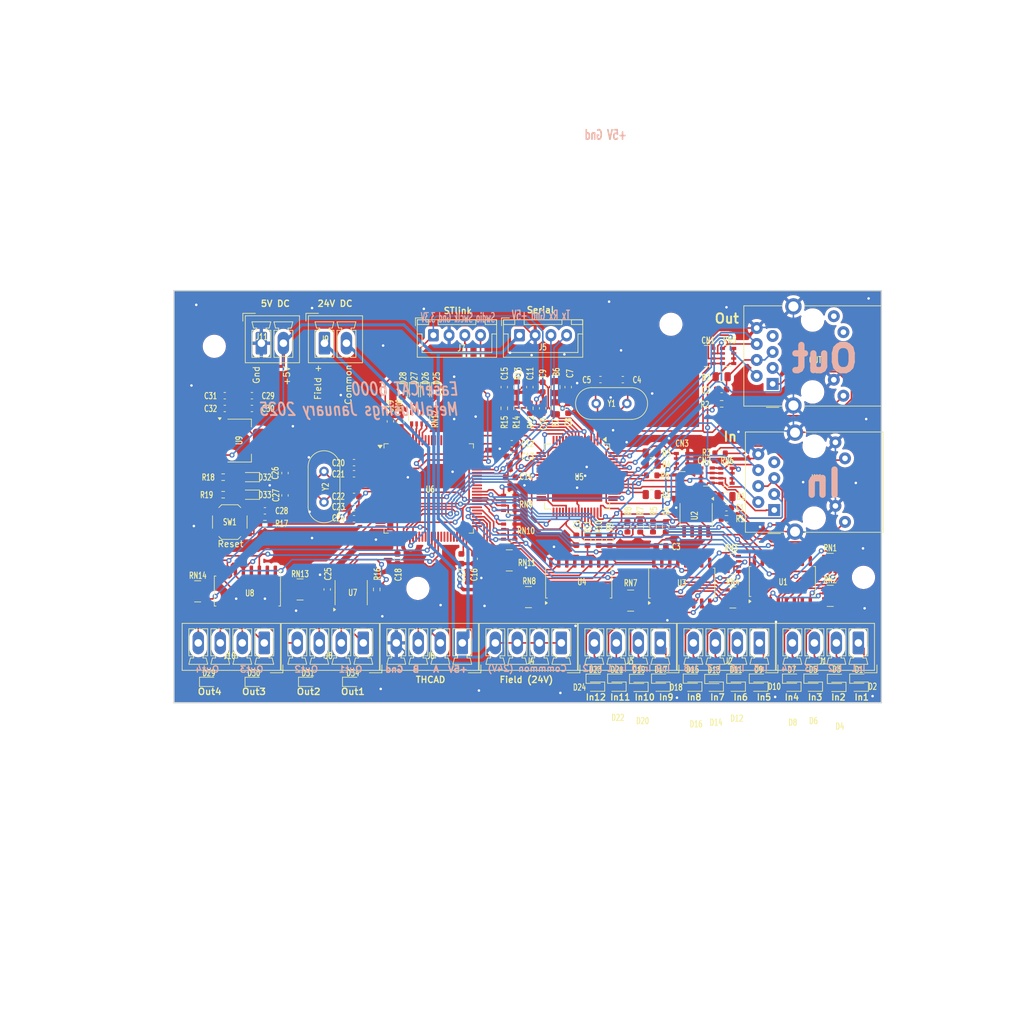
<source format=kicad_pcb>
(kicad_pcb (version 20240108) (generator "pcbnew") (generator_version "8.0")
  (title_block (comment 4 "AISLER Project ID: QPVFNKWE"))
  (layers (0 "F.Cu" signal) (31 "B.Cu" signal) (34 "B.Paste" user) (35 "F.Paste" user) (36 "B.SilkS" user "B.Silkscreen") (37 "F.SilkS" user "F.Silkscreen") (38 "B.Mask" user) (39 "F.Mask" user) (44 "Edge.Cuts" user))
  (net 0 "")
  (net 1 "+1V2")
  (net 2 "VDD12TX1")
  (net 3 "+3.3V")
  (net 4 "+3.3VA")
  (net 5 "GND")
  (net 6 "Net-(D1-A)")
  (net 7 "FXLOSA")
  (net 8 "FXLOSB")
  (net 9 "FXLOSEN")
  (net 10 "SPI_SCK")
  (net 11 "SPI_CS")
  (net 12 "SPI_MISO")
  (net 13 "SPI_MOSI")
  (net 14 "I2C_SDA")
  (net 15 "I2C_SCL")
  (net 16 "IRQ")
  (net 17 "+5V")
  (net 18 "TXPA")
  (net 19 "TXNA")
  (net 20 "RXPA")
  (net 21 "RXNA")
  (net 22 "TXPB")
  (net 23 "TXNB")
  (net 24 "RXPB")
  (net 25 "RXNB")
  (net 26 "Net-(IN1-Pad9)")
  (net 27 "Net-(OUT1-Pad9)")
  (net 28 "SWCLK")
  (net 29 "SWDIO")
  (net 30 "RX")
  (net 31 "TX")
  (net 32 "Net-(D25-A)")
  (net 33 "Net-(D5-A)")
  (net 34 "Net-(U5-OSCI)")
  (net 35 "Net-(D7-A)")
  (net 36 "THCAD_CTR")
  (net 37 "Net-(IN1-RCT)")
  (net 38 "Net-(OUT1-RCT)")
  (net 40 "Net-(D27-A)")
  (net 41 "Net-(U5-OSCO)")
  (net 45 "Net-(U6-VCAP_2)")
  (net 46 "Net-(U5-~{RST})")
  (net 47 "Net-(U6-VCAP_1)")
  (net 48 "SYNC0")
  (net 49 "SYNC1")
  (net 50 "Net-(U6-PH0)")
  (net 51 "Net-(U6-PH1)")
  (net 52 "Net-(U6-NRST)")
  (net 53 "Net-(D10-K)")
  (net 54 "Net-(D10-A)")
  (net 55 "Net-(D11-K)")
  (net 56 "Net-(D11-A)")
  (net 57 "Net-(D13-A)")
  (net 58 "Net-(D13-K)")
  (net 59 "Net-(D15-A)")
  (net 60 "Net-(D15-K)")
  (net 61 "Net-(D17-K)")
  (net 62 "Net-(D17-A)")
  (net 63 "Net-(D19-K)")
  (net 64 "Net-(D19-A)")
  (net 65 "Net-(D21-A)")
  (net 66 "Net-(D21-K)")
  (net 67 "Net-(D23-K)")
  (net 68 "Net-(D23-A)")
  (net 69 "B")
  (net 70 "A")
  (net 71 "24V_COMMON")
  (net 72 "Net-(D1-K)")
  (net 73 "Net-(D29-A)")
  (net 74 "Net-(IN1-Pad11)")
  (net 75 "24V_FIELD")
  (net 76 "RUNLED")
  (net 77 "Net-(D3-K)")
  (net 78 "IN9")
  (net 79 "IN10")
  (net 80 "IN11")
  (net 81 "IN8")
  (net 82 "Net-(D5-K)")
  (net 83 "Net-(D26-A)")
  (net 84 "Net-(D28-A)")
  (net 85 "LINKACTLED0")
  (net 86 "LINKACTLED1")
  (net 87 "Net-(D30-A)")
  (net 88 "Net-(RN12-R1.1)")
  (net 89 "Net-(RN12-R4.1)")
  (net 90 "Net-(RN12-R2.1)")
  (net 91 "IN5")
  (net 92 "IN7")
  (net 93 "IN4")
  (net 94 "IN6")
  (net 95 "IN2")
  (net 96 "IN0")
  (net 97 "IN1")
  (net 98 "IN3")
  (net 99 "Net-(RN7-R1.1)")
  (net 100 "Net-(RN7-R4.1)")
  (net 101 "Net-(RN7-R2.1)")
  (net 102 "Net-(RN7-R3.1)")
  (net 103 "Net-(RN8-R3.1)")
  (net 104 "Net-(RN8-R4.1)")
  (net 105 "Net-(RN8-R1.1)")
  (net 106 "Net-(RN8-R2.1)")
  (net 107 "Net-(RN12-R3.1)")
  (net 108 "Net-(RN13-R1.1)")
  (net 109 "Net-(RN13-R4.1)")
  (net 110 "Net-(RN13-R3.1)")
  (net 111 "Net-(J8-Pin_2)")
  (net 112 "Net-(J8-Pin_1)")
  (net 113 "Net-(J8-Pin_4)")
  (net 114 "Net-(J8-Pin_3)")
  (net 115 "Net-(RN13-R2.1)")
  (net 116 "OUT14")
  (net 117 "Net-(J10-Pin_4)")
  (net 118 "Net-(J10-Pin_2)")
  (net 119 "OUT12")
  (net 120 "Net-(J10-Pin_1)")
  (net 121 "Net-(J10-Pin_3)")
  (net 122 "OUT13")
  (net 123 "Net-(U2-SDA)")
  (net 124 "Net-(U2-SCL)")
  (net 125 "Net-(U5-RBIAS)")
  (net 126 "OUT15")
  (net 127 "Net-(RN1-R2.1)")
  (net 128 "Net-(RN1-R3.1)")
  (net 129 "Net-(RN1-R4.1)")
  (net 130 "Net-(RN1-R1.1)")
  (net 131 "Net-(RN2-R1.1)")
  (net 132 "Net-(RN2-R4.1)")
  (net 133 "Net-(RN2-R2.1)")
  (net 134 "Net-(RN2-R3.1)")
  (net 135 "Net-(RN4-R3.1)")
  (net 136 "Net-(RN4-R2.1)")
  (net 137 "Net-(RN4-R1.1)")
  (net 138 "Net-(RN4-R4.1)")
  (net 144 "Net-(D3-A)")
  (net 146 "Net-(D7-K)")
  (net 204 "Net-(RN3-R2.1)")
  (net 205 "Net-(RN3-R4.1)")
  (net 206 "Net-(RN3-R1.1)")
  (net 207 "Net-(RN3-R3.1)")
  (net 213 "Net-(D31-A)")
  (net 214 "Net-(D32-A)")
  (net 215 "Net-(D33-A)")
  (net 216 "Net-(D34-A)")
  (net 217 "Net-(U6-BOOT0)")
  (footprint "LED_SMD:LED_0603_1608Metric" (layer "F.Cu") (at 225.608 157.038)
    (property "Reference" "D13")
    (property "Value" "Yellow led")
  )
  (footprint "Package_TO_SOT_SMD:SOT-223-3_TabPin2" (layer "F.Cu") (at 150.114 119.126)
    (property "Reference" "U9")
    (property "Value" "AMS1117-3.3")
  )
  (footprint "LED_SMD:LED_0603_1608Metric" (layer "F.Cu") (at 232.6955 156.988)
    (property "Reference" "D9")
    (property "Value" "Yellow led")
  )
  (footprint "Resistor_SMD:R_0603_1608Metric" (layer "F.Cu") (at 147.536 127.731)
    (property "Reference" "R19")
    (property "Value" "2k")
  )
  (footprint "Package_SO:SOIC-8_3.9x4.9mm_P1.27mm" (layer "F.Cu") (at 222.758 131.064 -90)
    (property "Reference" "U2")
    (property "Value" "AT24CS32-SSHM")
  )
  (footprint "Capacitor_SMD:C_0603_1608Metric" (layer "F.Cu") (at 211.098 109.428)
    (property "Reference" "C4")
    (property "Value" "20pF")
  )
  (footprint "Resistor_SMD:R_Array_Convex_4x0603" (layer "F.Cu") (at 244.094 138.736 180)
    (property "Reference" "RN1")
    (property "Value" "1k")
  )
  (footprint "Resistor_SMD:R_0603_1608Metric" (layer "F.Cu") (at 213.868 132.842 -90)
    (property "Reference" "R7")
    (property "Value" "22")
  )
  (footprint "Connector_Phoenix_MC:PhoenixContact_MCV_1,5_4-G-3.5_1x04_P3.50mm_Vertical" (layer "F.Cu") (at 185.5725 151.3015 180)
    (property "Reference" "J6")
    (property "Value" "THCAD")
  )
  (footprint "Connector_Phoenix_MC:PhoenixContact_MCV_1,5_2-G-3.5_1x02_P3.50mm_Vertical" (layer "F.Cu") (at 153.612 103.632)
    (property "Reference" "J11")
    (property "Value" "5V input")
  )
  (footprint "LED_SMD:LED_0603_1608Metric" (layer "F.Cu") (at 222.1955 156.988)
    (property "Reference" "D15")
    (property "Value" "Yellow led")
  )
  (footprint "LED_SMD:LED_0603_1608Metric" (layer "F.Cu") (at 213.6445 157.024)
    (property "Reference" "D19")
    (property "Value" "Yellow led")
  )
  (footprint "Capacitor_SMD:C_0805_2012Metric" (layer "F.Cu") (at 226.822 108.966)
    (property "Reference" "B2")
    (property "Value" "BLM18EG221S")
  )
  (footprint "Package_QFP:TQFP-64-1EP_10x10mm_P0.5mm_EP8x8mm" (layer "F.Cu") (at 203.8298 124.836 -90)
    (property "Reference" "U5")
    (property "Value" "LAN9252_PT")
  )
  (footprint "Crystal:Crystal_HC49-4H_Vertical" (layer "F.Cu") (at 163.576 128.905 90)
    (property "Reference" "Y2")
    (property "Value" "8 MHz")
  )
  (footprint "Resistor_SMD:R_0603_1608Metric" (layer "F.Cu") (at 227.584 131.572)
    (property "Reference" "R1")
    (property "Value" "1k")
  )
  (footprint "LED_SMD:LED_0603_1608Metric" (layer "F.Cu") (at 151.854 124.937 180)
    (property "Reference" "D32")
    (property "Value" "Blue")
  )
  (footprint "Capacitor_SMD:C_0603_1608Metric" (layer "F.Cu") (at 152.108 111.983)
    (property "Reference" "C29")
    (property "Value" "10uF")
  )
  (footprint "Resistor_SMD:R_0603_1608Metric" (layer "F.Cu") (at 192.247 113.985 -90)
    (property "Reference" "R15")
    (property "Value" "10k")
  )
  (footprint "LED_SMD:LED_0603_1608Metric" (layer "F.Cu") (at 210.1445 158.258 180)
    (property "Reference" "D22")
    (property "Value" "Red led")
  )
  (footprint "Resistor_SMD:R_Array_Convex_4x0603" (layer "F.Cu") (at 212.344 144.578)
    (property "Reference" "RN7")
    (property "Value" "4k7")
  )
  (footprint "Resistor_SMD:R_0603_1608Metric" (layer "F.Cu") (at 211.836 132.842 -90)
    (property "Reference" "R8")
    (property "Value" "22")
  )
  (footprint "MountingHole:MountingHole_3.2mm_M3_ISO14580" (layer "F.Cu") (at 249.375 140.875)
    (property "Reference" "H1")
    (property "Value" "MountingHole")
  )
  (footprint "Resistor_SMD:R_0603_1608Metric" (layer "F.Cu") (at 175.768 116.078 -90)
    (property "Reference" "R100")
    (property "Value" "100k")
  )
  (footprint "Connector_Phoenix_MC:PhoenixContact_MCV_1,5_4-G-3.5_1x04_P3.50mm_Vertical" (layer "F.Cu") (at 154.0765 151.3015 180)
    (property "Reference" "J10")
    (property "Value" "Output3-4")
  )
  (footprint "Resistor_SMD:R_Array_Convex_4x0603" (layer "F.Cu") (at 224.42 124.676 180)
    (property "Reference" "CN2")
    (property "Value" "10pF")
  )
  (footprint "Resistor_SMD:R_0603_1608Metric" (layer "F.Cu") (at 226.822 113.284)
    (property "Reference" "R2")
    (property "Value" "1k")
  )
  (footprint "Resistor_SMD:R_0603_1608Metric" (layer "F.Cu") (at 205.486 134.9775 90)
    (property "Reference" "R11")
    (property "Value" "10k")
  )
  (footprint "LED_SMD:LED_0603_1608Metric" (layer "F.Cu") (at 222.1955 158.258 180)
    (property "Reference" "D16")
    (property "Value" "Red led")
  )
  (footprint "Resistor_SMD:R_0603_1608Metric" (layer "F.Cu") (at 171.958 142.8 90)
    (property "Reference" "R16")
    (property "Value" "120")
  )
  (footprint "Capacitor_SMD:C_0603_1608Metric" (layer "F.Cu") (at 157.3688 127.844 90)
    (property "Reference" "C27")
    (property "Value" "22pF")
  )
  (footprint "Capacitor_SMD:C_0603_1608Metric" (layer "F.Cu") (at 203.708 134.9775 90)
    (property "Reference" "C6")
    (property "Value" "0.1uF")
  )
  (footprint "Capacitor_SMD:C_0603_1608Metric" (layer "F.Cu") (at 227.584 129.794)
    (property "Reference" "C1")
    (property "Value" "0.1uF")
  )
  (footprint "LED_SMD:LED_0603_1608Metric" (layer "F.Cu") (at 210.17 156.988)
    (property "Reference" "D21")
    (property "Value" "Yellow led")
  )
  (footprint "Capacitor_SMD:C_0603_1608Metric" (layer "F.Cu") (at 193.2378 124.96)
    (property "Reference" "C14")
    (property "Value" "0.1uF")
  )
  (footprint "Resistor_SMD:R_0603_1608Metric" (layer "F.Cu") (at 215.9 132.842 -90)
    (property "Reference" "R5")
    (property "Value" "2k")
  )
  (footprint "Capacitor_SMD:C_0603_1608Metric" (layer "F.Cu") (at 193.4368 121.658 180)
    (property "Reference" "C13")
    (property "Value" "2.2uF")
  )
  (footprint "Capacitor_SMD:C_0603_1608Metric" (layer "F.Cu") (at 164.084 142.8 -90)
    (property "Reference" "C25")
    (property "Value" "0.1uF")
  )
  (footprint "Resistor_SMD:R_Array_Convex_4x0603" (layer "F.Cu") (at 196.088 144.018 180)
    (property "Reference" "RN8")
    (property "Value" "1k")
  )
  (footprint "LED_SMD:LED_0603_1608Metric" (layer "F.Cu") (at 241.3785 156.988)
    (property "Reference" "D5")
    (property "Value" "Yellow led")
  )
  (footprint "LED_SMD:LED_0603_1608Metric" (layer "F.Cu") (at 213.6445 158.294 180)
    (property "Reference" "D20")
    (property "Value" "Red led")
  )
  (footprint "Resistor_SMD:R_Array_Convex_4x0603" (layer "F.Cu") (at 224.536 105.664 180)
    (property "Reference" "CN1")
    (property "Value" "10pF")
  )
  (footprint "Package_SO:SOIC-16_4.55x10.3mm_P1.27mm" (layer "F.Cu") (at 236.474 141.53 90)
    (property "Reference" "U1")
    (property "Value" "TLP292-4")
  )
  (footprint "LED_SMD:LED_0603_1608Metric" (layer "F.Cu") (at 177.8728 111.382 -90)
    (property "Reference" "D27")
    (property "Value" "Red led")
  )
  (footprint "Capacitor_SMD:C_0603_1608Metric" (layer "F.Cu") (at 168.3458 129.786 180)
    (property "Reference" "C23")
    (property "Value" "0.1uF")
  )
  (footprint "Resistor_SMD:R_Array_Convex_4x0603" (layer "F.Cu") (at 227.584 124.714 180)
    (property "Reference" "RN6")
    (property "Value" "49.9")
  )
  (footprint "Package_SO:SOIC-16_4.55x10.3mm_P1.27mm" (layer "F.Cu") (at 151.384 143.054 -90)
    (property "Reference" "U8")
    (property "Value" "TLP292-4")
  )
  (footprint "Crystal:Crystal_HC49-4H_Vertical" (layer "F.Cu") (at 206.87 113.228)
    (property "Reference" "Y1")
    (property "Value" "25MHz")
  )
  (footprint "Package_SO:SOIC-16_4.55x10.3mm_P1.27mm" (layer "F.Cu") (at 220.472 141.784 90)
    (property "Reference" "U3")
    (property "Value" "TLP292-4")
  )
  (footprint "LED_SMD:LED_0603_1608Metric" (layer "F.Cu") (at 248.666 158.258 180)
    (property "Reference" "D2")
    (property "Value" "Red led")
  )
  (footprint "Connector_Phoenix_MC:PhoenixContact_MCV_1,5_4-G-3.5_1x04_P3.50mm_Vertical" (layer "F.Cu") (at 201.3205 151.3015 180)
    (property "Reference" "J4")
    (property "Value" "24V_Common")
  )
  (footprint "Capacitor_SMD:C_0603_1608Metric" (layer "F.Cu") (at 202.407 110.617 90)
    (property "Reference" "C7")
    (property "Value" "2uF")
  )
  (footprint "Resistor_SMD:R_0603_1608Metric" (layer "F.Cu") (at 196.311 113.985 90)
    (property "Reference" "R12")
    (property "Value" "10k")
  )
  (footprint "LED_SMD:LED_0603_1608Metric" (layer "F.Cu") (at 229.108 156.988)
    (property "Reference" "D11")
    (property "Value" "Yellow led")
  )
  (footprint "Capacitor_SMD:C_0603_1608Metric" (layer "F.Cu") (at 152.108 114.015)
    (property "Reference" "C30")
    (property "Value" "0.1uF")
  )
  (footprint "Capacitor_SMD:C_0603_1608Metric" (layer "F.Cu") (at 198.343 110.617 -90)
    (property "Reference" "C9")
    (property "Value" "1uF")
  )
  (footprint "Connector_JST:JST_XH_B4B-XH-A_1x04_P2.50mm_Vertical" (layer "F.Cu") (at 194.664 102.362)
    (property "Reference" "J5")
    (property "Value" "Serial usart1")
  )
  (footprint "HakansLibrary:PulseJack JB0011D01BNL" (layer "F.Cu") (at 235.184 130.175 -90)
    (property "Reference" "IN1")
    (property "Value" "J0011D01BNL")
  )
  (footprint "Connector_JST:JST_XH_B4B-XH-A_1x04_P2.50mm_Vertical" (layer "F.Cu") (at 180.968 102.362)
    (property "Reference" "J7")
    (property "Value" "STLINK")
  )
  (footprint "LED_SMD:LED_0603_1608Metric" (layer "F.Cu") (at 237.9725 158.258 180)
    (property "Reference" "D8")
    (property "Value" "Red led")
  )
  (footprint "Capacitor_SMD:C_0603_1608Metric" (layer "F.Cu") (at 207.542 109.418 180)
    (property "Reference" "C5")
    (property "Value" "20pF")
  )
  (footprint "Capacitor_SMD:C_0603_1608Metric" (layer "F.Cu") (at 193.4368 119.626)
    (property "Reference" "C12")
    (property "Value" "0.1uF")
  )
  (footprint "MountingHole:MountingHole_3.2mm_M3_ISO14580" (layer "F.Cu") (at 218.75 100.625)
    (property "Reference" "H2")
    (property "Value" "MountingHole")
  )
  (footprint "Capacitor_SMD:C_0805_2012Metric" (layer "F.Cu") (at 200.375 110.617 -90)
    (property "Reference" "B6")
    (property "Value" "BLM18EG221S")
  )
  (footprint "Resistor_SMD:R_0603_1608Metric" (layer "F.Cu") (at 226.568 121.158 180)
    (property "Reference" "R3")
    (property "Value" "1k")
  )
  (footprint "Capacitor_SMD:C_0603_1608Metric" (layer "F.Cu") (at 192.247 110.617 90)
    (property "Reference" "C15")
    (property "Value" "0.1uF")
  )
  (footprint "Capacitor_SMD:C_0603_1608Metric" (layer "F.Cu") (at 168.3458 128.008 180)
    (property "Reference" "C22")
    (property "Value" "0.1uF")
  )
  (footprint "Capacitor_SMD:C_0805_2012Metric" (layer "F.Cu") (at 200.375 113.985 90)
    (property "Reference" "B7")
    (property "Value" "BLM18EG221S")
  )
  (footprint "Resistor_SMD:R_Array_Convex_4x0603" (layer "F.Cu") (at 220.5193 122.372)
    (property "Reference" "CN3")
    (property "Value" "0.1uF")
  )
  (footprint "LED_SMD:LED_0603_1608Metric" (layer "F.Cu") (at 217.1445 156.988)
    (property "Reference" "D17")
    (property "Value" "Yellow led")
  )
  (footprint "Capacitor_SMD:C_0603_1608Metric" (layer "F.Cu") (at 196.311 110.617 -90)
    (property "Reference" "C11")
    (property "Value" "470pF")
  )
  (footprint "LED_SMD:LED_0603_1608Metric" (layer "F.Cu") (at 161 157.5)
    (property "Reference" "D31")
    (property "Value" "White")
  )
  (footprint "LED_SMD:LED_0603_1608Metric" (layer "F.Cu") (at 151.854 127.731 180)
    (property "Reference" "D33")
    (property "Value" "Blue")
  )
  (footprint "Capacitor_SMD:C_0805_2012Metric" (layer "F.Cu") (at 215.6933 127.706 180)
    (property "Reference" "B5")
    (property "Value" "BLM18EG221S")
  )
  (footprint "Resistor_SMD:R_0603_1608Metric" (layer "F.Cu") (at 194.279 110.617 -90)
    (property "Reference" "R13")
    (property "Value" "10k")
  )
  (footprint "Capacitor_SMD:C_0603_1608Metric" (layer "F.Cu") (at 147.79 111.983 180)
    (property "Reference" "C31")
    (property "Value" "10uF")
  )
  (footprint "Capacitor_SMD:C_0805_2012Metric" (layer "F.Cu") (at 227.584 128.016)
    (property "Reference" "B1")
    (property "Value" "BLM18EG221S")
  )
  (footprint "LED_SMD:LED_0603_1608Metric" (layer "F.Cu") (at 168 157.5)
    (property "Reference" "D34")
    (property "Value" "White")
  )
  (footprint "Capacitor_SMD:C_0603_1608Metric" (layer "F.Cu") (at 147.79 114.015 180)
    (property "Reference" "C32")
    (property "Value" "0.1uF")
  )
  (footprint "Package_QFP:LQFP-100_14x14mm_P0.5mm" (layer "F.Cu") (at 180.2288 126.738)
    (property "Reference" "U6")
    (property "Value" "STM32F407VGT6")
  )
  (footprint "Capacitor_SMD:C_0603_1608Metric" (layer "F.Cu") (at 168.3458 124.404 180)
    (property "Reference" "C21")
    (property "Value" "0.1uF")
  )
  (footprint "Capacitor_SMD:C_0603_1608Metric" (layer "F.Cu") (at 174.1328 116.07 90)
    (property "Reference" "C19")
    (property "Value" "0.1uF")
  )
  (footprint "Capacitor_SMD:C_0603_1608Metric" (layer "F.Cu") (at 175.26 137.922 -90)
    (property "Reference" "C18")
    (property "Value" "0.1uF")
  )
  (footprint "Resistor_SMD:R_Array_Convex_4x0603" (layer "F.Cu") (at 227.838 105.664 180)
    (property "Reference" "RN5")
    (property "Value" "49.9")
  )
  (footprint "LED_SMD:LED_0603_1608Metric" (layer "F.Cu") (at 241.3785 158.258 180)
    (property "Reference" "D6")
    (property "Value" "Red led")
  )
  (footprint "Connector_Phoenix_MC:PhoenixContact_MCV_1,5_4-G-3.5_1x04_P3.50mm_Vertical" (layer "F.Cu") (at 169.8245 151.3015 180)
    (property "Reference" "J8")
    (property "Value" "Output1-2")
  )
  (footprint "LED_SMD:LED_0603_1608Metric" (layer "F.Cu") (at 206.732 156.9945)
    (property "Reference" "D23")
    (property "Value" "Yellow led")
  )
  (footprint "Button_Switch_SMD:SW_Push_1P1T_XKB_TS-1187A" (layer "F.Cu") (at 148.59 132.08)
    (property "Reference" "SW1")
    (property "Value" "SW_Push")
  )
  (footprint "Capacitor_SMD:C_0603_1608Metric" (layer "F.Cu") (at 185.42 137.922 90)
    (property "Reference" "C17")
    (property "Value" "2.2uF")
  )
  (footprint "MountingHole:MountingHole_3.2mm_M3_ISO14580" (layer "F.Cu") (at 178.5 142.625)
    (property "Reference" "H3")
    (property "Value" "MountingHole")
  )
  (footprint "Resistor_SMD:R_Array_Convex_4x0603" (layer "F.Cu") (at 193.04 129.032)
    (property "Reference" "RN9")
    (property "Value" "39k")
  )
  (footprint "Resistor_SMD:R_Array_Convex_4x0603" (layer "F.Cu") (at 228.6 144.07)
    (property "Reference" "RN4")
    (property "Value" "4k7")
  )
  (footprint "Capacitor_SMD:C_0603_1608Metric" (layer "F.Cu") (at 198.343 113.985 -90)
    (property "Reference" "C10")
    (property "Value" "0.1uF")
  )
  (footprint "LED_SMD:LED_0603_1608Metric" (layer "F.Cu") (at 181.4288 111.382 -90)
    (property "Reference" "D25")
    (property "Value" "Green led")
  )
  (footprint "Capacitor_SMD:C_0603_1608Metric" (layer "F.Cu") (at 187.452 137.922 -90)
    (property "Reference" "C16")
    (property "Value" "0.1uF")
  )
  (footprint "Resistor_SMD:R_Array_Convex_4x0603" (layer "F.Cu") (at 193.04 133.604)
    (property "Reference" "RN10")
    (property "Value" "39k")
  )
  (footprint "Capacitor_SMD:C_0805_2012Metric" (layer "F.Cu") (at 215.6933 122.88 180)
    (property "Reference" "B4")
    (property "Value" "BLM18EG221S")
  )
  (footprint "Resistor_SMD:R_Array_Convex_4x0603" (layer "F.Cu") (at 178.7048 115.562 90)
    (property "Reference" "RN12")
    (property "Value" "1k")
  )
  (footprint "Resistor_SMD:R_0603_1608Metric" (layer "F.Cu") (at 207.264 134.9775 -90)
    (property "Reference" "R10")
    (property "Value" "10k")
  )
  (footprint "Resistor_SMD:R_Array_Convex_4x0603" (layer "F.Cu") (at 159.766 142.8)
    (property "Reference" "RN13")
    (property "Value" "330")
  )
  (footprint "Resistor_SMD:R_0603_1608Metric" (layer "F.Cu") (at 147.536 124.937)
    (property "Reference" "R18")
    (property "Value" "4k7")
  )
  (footprint "Resistor_SMD:R_0603_1608Metric" (layer "F.Cu") (at 209.042 134.9775 -90)
    (property "Reference" "R9")
    (property "Value" "10k")
  )
  (footprint "Connector_Phoenix_MC:PhoenixContact_MCV_1,5_4-G-3.5_1x04_P3.50mm_Vertical" (layer "F.Cu") (at 232.8165 151.3015 180)
    (property "Reference" "J2")
    (property "Value" "In5-8")
  )
  (footprint "LED_SMD:LED_0603_1608Metric" (layer "F.Cu") (at 248.666 156.988)
    (property "Reference" "D1")
    (property "Value" "Yellow led")
  )
  (footprint "LED_SMD:LED_0603_1608Metric" (layer "F.Cu") (at 152.5 157.5)
    (property "Reference" "D30")
    (property "Value" "White")
  )
  (footprint "Resistor_SMD:R_Array_Convex_4x0603" (layer "F.Cu") (at 228.6 138.736 180)
    (property "Reference" "RN3")
    (property "Value" "1k")
  )
  (footprint "Connector_Phoenix_MC:PhoenixContact_MCV_1,5_4-G-3.5_1x04_P3.50mm_Vertical" (layer "F.Cu") (at 248.5645 151.3015 180)
    (property "Reference" "J1")
    (property "Value" "In1-4")
  )
  (footprint "Package_SO:SO-8_3.9x4.9mm_P1.27mm" (layer "F.Cu") (at 167.894 143.308 90)
    (property "Reference" "U7")
    (property "Value" "MAX3485CSA/ESA")
  )
  (footprint "Resistor_SMD:R_0603_1608Metric" (layer "F.Cu") (at 215.6933 124.658 180)
    (property "Reference" "R6")
    (property "Value" "12.1k")
  )
  (footprint "Resistor_SMD:R_0603_1608Metric" (layer "F.Cu") (at 194.279 113.985 90)
    (property "Reference" "R14")
    (property "Value" "10k")
  )
  (footprint "LED_SMD:LED_0603_1608Metric" (layer "F.Cu") (at 217.1445 158.258 180)
    (property "Reference" "D18")
    (property "Value" "Red led")
  )
  (footprint "Capacitor_SMD:C_0603_1608Metric" (layer "F.Cu") (at 157.3688 124.288 -90)
    (property "Reference" "C26")
    (property "Value" "22pF")
  )
  (footprint "LED_SMD:LED_0603_1608Metric" (layer "F.Cu") (at 229.108 158.258 180)
    (property "Reference" "D12")
    (property "Value" "Red led")
  )
  (footprint "Capacitor_SMD:C_0603_1608Metric" (layer "F.Cu") (at 202.407 113.985 -90)
    (property "Reference" "C8")
    (property "Value" "0.1uF")
  )
  (footprint "HakansLibrary:PulseJack JB0011D01BNL" (layer "F.Cu") (at 234.93 110.109 -90)
    (property "Reference" "OUT1")
    (property "Value" "J0011D01BNL")
  )
  (footprint "Capacitor_SMD:C_0805_2012Metric" (layer "F.Cu") (at 215.6933 121.102 180)
    (property "Reference" "B3")
    (property "Value" "BLM18EG221S")
  )
  (footprint "LED_SMD:LED_0603_1608Metric" (layer "F.Cu") (at 179.6508 111.382 -90)
    (property "Reference" "D26")
    (property "Value" "Orange led")
  )
  (footprint "Resistor_SMD:R_Array_Convex_4x0603" (layer "F.Cu") (at 244.094 143.816)
    (property "Reference" "RN2")
    (property "Value" "4k7")
  )
  (footprint "Resistor_SMD:R_Array_Convex_4x0603" (layer "F.Cu") (at 193.04 138.176)
    (property "Reference" "RN11")
    (property "Value" "39k")
  )
  (footprint "LED_SMD:LED_0603_1608Metric" (layer "F.Cu") (at 145.25 157.5)
    (property "Reference" "D29")
    (property "Value" "White")
  )
  (footprint "LED_SMD:LED_0603_1608Metric" (layer "F.Cu") (at 206.732 158.258 180)
    (property "Reference" "D24")
    (property "Value" "Red led")
  )
  (footprint "LED_SMD:LED_0603_1608Metric" (layer "F.Cu") (at 232.6955 158.258 180)
    (property "Reference" "D10")
    (property "Value" "Red led")
  )
  (footprint "Capacitor_SMD:C_0603_1608Metric" (layer "F.Cu") (at 217.17 135.89)
    (property "Reference" "C3")
    (property "Value" "0.1uF")
  )
  (footprint "Capacitor_SMD:C_0603_1608Metric" (layer "F.Cu") (at 168.3458 122.626 180)
    (property "Reference" "C20")
    (property "Value" "0.1uF")
  )
  (footprint "Capacitor_SMD:C_0603_1608Metric" (layer "F.Cu") (at 226.822 110.998)
    (property "Reference" "C2")
    (property "Value" "0.1uF")
  )
  (footprint "Resistor_SMD:R_0603_1608Metric" (layer "F.Cu") (at 154.178 132.334)
    (property "Reference" "R17")
    (property "Value" "1k")
  )
  (footprint "Resistor_SMD:R_Array_Convex_4x0603" (layer "F.Cu") (at 143.475 143.1 180)
    (property "Reference" "RN14")
    (property "Value" "4k7")
  )
  (footprint "Connector_Phoenix_MC:PhoenixContact_MCV_1,5_2-G-3.5_1x02_P3.50mm_Vertical" (layer "F.Cu") (at 163.6425 103.632)
    (property "Reference" "J9")
    (property "Value" "24V Field")
  )
  (footprint "Package_SO:SOIC-16_4.55x10.3mm_P1.27mm" (layer "F.Cu") (at 204.089 141.784 90)
    (property "Reference" "U4")
    (property "Value" "TLP292-4")
  )
  (footprint "LED_SMD:LED_0603_1608Metric" (layer "F.Cu") (at 176.0948 111.382 -90)
    (property "Reference" "D28")
    (property "Value" "Blue led")
  )
  (footprint "LED_SMD:LED_0603_1608Metric" (layer "F.Cu") (at 237.9725 156.988)
    (property "Reference" "D7")
    (property "Value" "Yellow led")
  )
  (footprint "LED_SMD:LED_0603_1608Metric" (layer "F.Cu") (at 245.11 157.024)
    (property "Reference" "D3")
    (property "Value" "Yellow led")
  )
  (footprint "Capacitor_SMD:C_0603_1608Metric" (layer "F.Cu") (at 154.178 130.302 180)
    (property "Reference" "C28")
    (property "Value" "0.1uF")
  )
  (footprint "LED_SMD:LED_0603_1608Metric" (layer "F.Cu") (at 245.11 158.294 180)
    (property "Reference" "D4")
    (property "Value" "Red led")
  )
  (footprint "Resistor_SMD:R_0603_1608Metric" (layer "F.Cu") (at 217.932 132.842 -90)
    (property "Reference" "R4")
    (property "Value" "2k")
  )
  (footprint "LED_SMD:LED_0603_1608Metric" (layer "F.Cu") (at 225.608 158.258 180)
    (property "Reference" "D14")
    (property "Value" "Red led")
  )
  (footprint "Capacitor_SMD:C_0603_1608Metric" (layer "F.Cu") (at 168.3458 131.564 180)
    (property "Reference" "C24")
    (property "Value" "0.1uF")
  )
  (footprint "MountingHole:MountingHole_3.2mm_M3_ISO14580" (layer "F.Cu") (at 146.125 104.125)
    (property "Reference" "H4")
    (property "Value" "MountingHole")
  )
  (footprint "Connector_Phoenix_MC:PhoenixContact_MCV_1,5_4-G-3.5_1x04_P3.50mm_Vertical" (layer "F.Cu") (at 217.0685 151.3015 180)
    (property "Reference" "J3")
    (property "Value" "In9-12")
  )
  (gr_rect (start 139.7 95.277) (end 252.222 160.834) (stroke (width 0.2)) (fill none) (layer "Edge.Cuts"))
  (gr_text "+5V  A   B  Gnd" (at 186.563 156.083 0) (layer "B.SilkS") (effects (font (size 1 1) (thickness 0.25) (bold yes)) (justify left bottom mirror)))
  (gr_text "Swdio Swclk Gnd 3.3V" (at 190.881 100.457 0) (layer "B.SilkS") (effects (font (size 1.5 0.7) (thickness 0.175) (bold yes)) (justify left bottom mirror)))
  (gr_text "+5V Gnd" (at 211.836 71.374 0) (layer "B.SilkS") (effects (font (size 1.5 1) (thickness 0.25) (bold yes)) (justify left bottom mirror)))
  (gr_text "EaserCAT 6000\nMetalMusings January 2025" (at 185.166 115.316 0) (layer "B.SilkS") (effects (font (size 2 1.5) (thickness 0.3) (bold yes) (italic yes)) (justify left bottom mirror)))
  (gr_text "Commmon (24V)" (at 202.311 155.956 0) (layer "B.SilkS") (effects (font (size 1 1) (thickness 0.19) (bold yes)) (justify left bottom mirror)))
  (gr_text "Out1    Out2      Out3    Out4" (at 169.799 156.083 0) (layer "B.SilkS") (effects (font (size 1 1.08) (thickness 0.2) (bold yes)) (justify left bottom mirror)))
  (gr_text "In" (at 246.38 128.27 0) (layer "B.SilkS") (effects (font (size 4 4) (thickness 1) (bold yes)) (justify left bottom mirror)))
  (gr_text "In1  In2  In3  In4   In5  In6  In7  In8   In9 In10 In11 In12" (at 249.809 155.956 0) (layer "B.SilkS") (effects (font (size 1 0.96) (thickness 0.19) (bold yes)) (justify left bottom mirror)))
  (gr_text "Tx Rx Gnd +5V" (at 202.819 100.076 0) (layer "B.SilkS") (effects (font (size 1.5 0.8) (thickness 0.2) (bold yes)) (justify left bottom mirror)))
  (gr_text "Out" (at 248.92 108.458 0) (layer "B.SilkS") (effects (font (size 4 4) (thickness 1) (bold yes)) (justify left bottom mirror)))
  (gr_text "5V DC" (at 153.416 97.917 0) (layer "F.SilkS") (effects (font (size 1 1) (thickness 0.2) (bold yes)) (justify left bottom)))
  (gr_text "Gnd\n\n\n+5V" (at 158.242 107.188 90) (layer "F.SilkS") (effects (font (size 1 1)) (justify right bottom)))
  (gr_text "Field (24V)" (at 191.389 157.734 0) (layer "F.SilkS") (effects (font (size 1 1) (thickness 0.2) (bold yes)) (justify left bottom)))
  (gr_text "STlink" (at 182.499 99.06 0) (layer "F.SilkS") (effects (font (size 1 1) (thickness 0.2) (bold yes)) (justify left bottom)))
  (gr_text "Out4    Out3      Out2    Out1" (at 143.383 159.639 0) (layer "F.SilkS") (effects (font (size 1 1.08) (thickness 0.2) (bold yes)) (justify left bottom)))
  (gr_text "In" (at 226.949 119.38 0) (layer "F.SilkS") (effects (font (size 1.5 1.5) (thickness 0.3) (bold yes)) (justify left bottom)))
  (gr_text "Reset" (at 146.558 136.144 0) (layer "F.SilkS") (effects (font (size 1 1)) (justify left bottom)))
  (gr_text "24V DC" (at 162.433 97.917 0) (layer "F.SilkS") (effects (font (size 1 1) (thickness 0.2) (bold yes)) (justify left bottom)))
  (gr_text "Out" (at 225.552 100.584 0) (layer "F.SilkS") (effects (font (size 1.5 1.5) (thickness 0.3) (bold yes)) (justify left bottom)))
  (gr_text "Field +\n\n\nCommon" (at 168.021 106.934 90) (layer "F.SilkS") (effects (font (size 1 1)) (justify right bottom)))
  (gr_text "THCAD" (at 178.054 157.734 0) (layer "F.SilkS") (effects (font (size 1 1) (thickness 0.2) (bold yes)) (justify left bottom)))
  (gr_text "Serial" (at 195.707 98.933 0) (layer "F.SilkS") (effects (font (size 1 1) (thickness 0.2) (bold yes)) (justify left bottom)))
  (gr_text "In12 In11 In10 In9   In8  In7  In6  In5   In4  In3  In2  In1" (at 205.105 160.528 0) (layer "F.SilkS") (effects (font (size 1 0.96) (thickness 0.192) (bold yes)) (justify left bottom)))
  (segment (start 199.234 110.733) (end 199.234 113.869) (width 0.25) (layer "F.Cu") (net 1))
  (segment (start 199.234 113.869) (end 198.343 114.76) (width 0.25) (layer "F.Cu") (net 1))
  (segment (start 200.9905 133.202) (end 202.0927 132.0998) (width 0.25) (layer "F.Cu") (net 1))
  (segment (start 196.9992 124.6414) (end 196.7618 124.6414) (width 0.25) (layer "F.Cu") (net 1))
  (segment (start 200.375 109.667) (end 199.309 110.733) (width 0.25) (layer "F.Cu") (net 1))
  (segment (start 204.9388 117.7044) (end 205.0798 117.8454) (width 0.25) (layer "F.Cu") (net 1))
  (segment (start 198.343 109.842) (end 196.311 109.842) (width 0.25) (layer "F.Cu") (net 1))
  (segment (start 201.0266 115.5866) (end 200.375 114.935) (width 0.25) (layer "F.Cu") (net 1))
  (segment (start 199.234 113.869) (end 199.309 113.869) (width 0.25) (layer "F.Cu") (net 1))
  (segment (start 196.6025 124.96) (end 196.6025 131.211499) (width 0.25) (layer "F.Cu") (net 1))
  (segment (start 199.309 113.869) (end 200.375 114.935) (width 0.25) (layer "F.Cu") (net 1))
  (segment (start 196.6025 124.8007) (end 196.6025 124.96) (width 0.25) (layer "F.Cu") (net 1))
  (segment (start 199.234 110.733) (end 198.343 109.842) (width 0.25) (layer "F.Cu") (net 1))
  (segment (start 204.9388 117.7044) (end 202.821 115.5866) (width 0.25) (layer "F.Cu") (net 1))
  (segment (start 196.6025 131.211499) (end 198.593001 133.202) (width 0.25) (layer "F.Cu") (net 1))
  (segment (start 202.821 115.5866) (end 201.0266 115.5866) (width 0.25) (layer "F.Cu") (net 1))
  (segment (start 196.6025 124.96) (end 194.0128 124.96) (width 0.25) (layer "F.Cu") (net 1))
  (segment (start 199.309 110.733) (end 199.234 110.733) (width 0.25) (layer "F.Cu") (net 1))
  (segment (start 202.5798 130.536) (end 202.5798 131.6127) (width 0.25) (layer "F.Cu") (net 1))
  (segment (start 203.708 134.2025) (end 202.0927 132.5872) (width 0.25) (layer "F.Cu") (net 1))
  (segment (start 196.7618 124.6414) (end 196.6025 124.8007) (width 0.25) (layer "F.Cu") (net 1))
  (segment (start 205.0798 117.8454) (end 205.0798 119.136) (width 0.25) (layer "F.Cu") (net 1))
  (segment (start 202.0927 132.0998) (end 202.5798 131.6127) (width 0.25) (layer "F.Cu") (net 1))
  (segment (start 198.1298 124.586) (end 197.0546 124.586) (width 0.25) (layer "F.Cu") (net 1))
  (segment (start 198.593001 133.202) (end 200.9905 133.202) (width 0.25) (layer "F.Cu") (net 1))
  (segment (start 202.0927 132.5872) (end 202.0927 132.0998) (width 0.25) (layer "F.Cu") (net 1))
  (segment (start 197.0546 124.586) (end 196.9992 124.6414) (width 0.25) (layer "F.Cu") (net 1))
  (via (at 196.7618 124.6414) (size 0.8) (drill 0.4) (layers "F.Cu" "B.Cu") (net 1))
  (via (at 204.9388 117.7044) (size 0.8) (drill 0.4) (layers "F.Cu" "B.Cu") (net 1))
  (segment (start 202.2086 117.7044) (end 204.9388 117.7044) (width 0.25) (layer "B.Cu") (net 1))
  (segment (start 196.7618 123.1512) (end 202.2086 117.7044) (width 0.25) (layer "B.Cu") (net 1))
  (segment (start 196.7618 124.6414) (end 196.7618 123.1512) (width 0.25) (layer "B.Cu") (net 1))
  (segment (start 209.5298 123.586) (end 212.009 123.586) (width 0.25) (layer "F.Cu") (net 2))
  (segment (start 200.375 113.035) (end 200.375 111.567) (width 0.25) (layer "F.Cu") (net 2))
  (segment (start 208.6506 125.086) (end 208.455 124.8904) (width 0.25) (layer "F.Cu") (net 2))
  (segment (start 208.6112 123.586) (end 209.5298 123.586) (width 0.25) (layer "F.Cu") (net 2))
  (segment (start 202.407 113.21) (end 202.407 111.392) (width 0.25) (layer "F.Cu") (net 2))
  (segment (start 202.407 113.21) (end 202.2777 113.21) (width 0.25) (layer "F.Cu") (net 2))
  (segment (start 202.2777 113.21) (end 201.5027 113.985) (width 0.25) (layer "F.Cu") (net 2))
  (segment (start 200.5527 113.035) (end 201.5027 113.985) (width 0.25) (layer "F.Cu") (net 2))
  (segment (start 200.375 113.035) (end 200.5527 113.035) (width 0.25) (layer "F.Cu") (net 2))
  (segment (start 209.5298 125.086) (end 208.6506 125.086) (width 0.25) (layer "F.Cu") (net 2))
  (segment (start 208.455 124.8904) (end 208.455 123.7422) (width 0.25) (layer "F.Cu") (net 2))
  (segment (start 208.455 123.7422) (end 208.6112 123.586) (width 0.25) (layer "F.Cu") (net 2))
  (segment (start 212.009 123.586) (end 212.1675 123.4275) (width 0.25) (layer "F.Cu") (net 2))
  (via (at 212.1675 123.4275) (size 0.8) (drill 0.4) (layers "F.Cu" "B.Cu") (net 2))
  (via (at 201.5027 113.985) (size 0.8) (drill 0.4) (layers "F.Cu" "B.Cu") (net 2))
  (segment (start 206.5312 118.712) (end 206.5312 118.1812) (width 0.25) (layer "B.Cu") (net 2))
  (segment (start 206.5312 118.1812) (end 202.335 113.985) (width 0.25) (layer "B.Cu") (net 2))
  (segment (start 211.2467 123.4275) (end 206.5312 118.712) (width 0.25) (layer "B.Cu") (net 2))
  (segment (start 212.1675 123.4275) (end 211.2467 123.4275) (width 0.25) (layer "B.Cu") (net 2))
  (segment (start 202.335 113.985) (end 201.5027 113.985) (width 0.25) (layer "B.Cu") (net 2))
  (segment (start 175.2288 131.0822) (end 176.7081 129.6029) (width 0.25) (layer "F.Cu") (net 3))
  (segment (start 228.738 106.064) (end 228.738 106.864) (width 0.25) (layer "F.Cu") (net 3))
  (segment (start 199.9711 120.2127) (end 201.0798 120.2127) (width 0.25) (layer "F.Cu") (net 3))
  (segment (start 239.649 138.093) (end 238.709 137.153) (width 0.25) (layer "F.Cu") (net 3))
  (segment (start 151.333 111.983) (end 151.333 114.015) (width 0.25) (layer "F.Cu") (net 3))
  (segment (start 221.107 137.4068) (end 221.107 138.534) (width 0.25) (layer "F.Cu") (net 3))
  (segment (start 229.3717 123.675) (end 229.491 123.675) (width 0.25) (layer "F.Cu") (net 3))
  (segment (start 228.0835 106.864) (end 225.9815 108.966) (width 0.25) (layer "F.Cu") (net 3))
  (segment (start 175.2288 137.147) (end 169.2521 137.147) (width 0.25) (layer "F.Cu") (net 3))
  (segment (start 172.5538 129.738) (end 171.6151 129.738) (width 0.25) (layer "F.Cu") (net 3))
  (segment (start 170.4548 125.738) (end 172.5538 125.738) (width 0.25) (layer "F.Cu") (net 3))
  (segment (start 224.663 133.539) (end 225.2057 134.0817) (width 0.25) (layer "F.Cu") (net 3))
  (segment (start 221.107 137.4068) (end 222.7327 137.4068) (width 0.25) (layer "F.Cu") (net 3))
  (segment (start 168.2999 132.3849) (end 155.0539 132.3849) (width 0.25) (layer "F.Cu") (net 3))
  (segment (start 203.962 137.4068) (end 204.724 138.1688) (width 0.25) (layer "F.Cu") (net 3))
  (segment (start 194.1846 122.944) (end 194.1846 123.5274) (width 0.25) (layer "F.Cu") (net 3))
  (segment (start 228.738 105.264) (end 228.738 106.064) (width 0.25) (layer "F.Cu") (net 3))
  (segment (start 173.4296 125.738) (end 172.5538 125.738) (width 0.25) (layer "F.Cu") (net 3))
  (segment (start 165.989 140.4101) (end 165.989 140.733) (width 0.25) (layer "F.Cu") (net 3))
  (segment (start 165.376 140.733) (end 164.084 142.025) (width 0.25) (layer "F.Cu") (net 3))
  (segment (start 210.043 138.534) (end 207.0432 141.5338) (width 0.25) (layer "F.Cu") (net 3))
  (segment (start 228.484 123.514) (end 228.484 124.314) (width 0.25) (layer "F.Cu") (net 3))
  (segment (start 172.5538 123.238) (end 171.5455 123.238) (width 0.25) (layer "F.Cu") (net 3))
  (segment (start 219.2995 137.4068) (end 219.2995 137.2445) (width 0.25) (layer "F.Cu") (net 3))
  (segment (start 207.0432 141.5338) (end 191.8388 141.5338) (width 0.25) (layer "F.Cu") (net 3))
  (segment (start 193.011 113.924) (end 192.247 113.16) (width 0.25) (layer "F.Cu") (net 3))
  (segment (start 232.2371 136.6936) (end 232.2371 137.1243) (width 0.25) (layer "F.Cu") (net 3))
  (segment (start 169.1208 131.564) (end 168.2999 132.3849) (width 0.25) (layer "F.Cu") (net 3))
  (segment (start 172.5538 131.238) (end 172.5538 130.738) (width 0.25) (layer "F.Cu") (net 3))
  (segment (start 165.6208 119.126) (end 153.264 119.126) (width 0.25) (layer "F.Cu") (net 3))
  (segment (start 165.989 140.733) (end 165.376 140.733) (width 0.25) (layer "F.Cu") (net 3))
  (segment (start 175.2288 137.147) (end 175.2288 134.413) (width 0.25) (layer "F.Cu") (net 3))
  (segment (start 202.184 138.284) (end 202.184 138.534) (width 0.25) (layer "F.Cu") (net 3))
  (segment (start 237.109 138.4807) (end 237.109 138.28) (width 0.25) (layer "F.Cu") (net 3))
  (segment (start 199.2058 128.586) (end 199.2065 128.5853) (width 0.25) (layer "F.Cu") (net 3))
  (segment (start 194.6496 118.8073) (end 195.0077 119.1654) (width 0.25) (layer "F.Cu") (net 3))
  (segment (start 219.0136 131.7306) (end 219.0136 131.966) (width 0.25) (layer "F.Cu") (net 3))
  (segment (start 207.0798 131.3981) (end 207.0798 130.536) (width 0.25) (layer "F.Cu") (net 3))
  (segment (start 186.6499 123.3154) (end 186.6499 128.8778) (width 0.25) (layer "F.Cu") (net 3))
  (segment (start 185.6526 129.8751) (end 185.6526 129.9515) (width 0.25) (layer "F.Cu") (net 3))
  (segment (start 217.4399 122.88) (end 218.2845 123.7246) (width 0.25) (layer "F.Cu") (net 3))
  (segment (start 217.9528 127.5106) (end 218.1871 127.2763) (width 0.25) (layer "F.Cu") (net 3))
  (segment (start 237.109 138.093) (end 237.109 138.28) (width 0.25) (layer "F.Cu") (net 3))
  (segment (start 151.333 114.015) (end 151.333 117.195) (width 0.25) (layer "F.Cu") (net 3))
  (segment (start 234.569 138.28) (end 234.569 138.4809) (width 0.25) (layer "F.Cu") (net 3))
  (segment (start 173.5401 123.238) (end 172.5538 123.238) (width 0.25) (layer "F.Cu") (net 3))
  (segment (start 187.9038 120.738) (end 189.0158 119.626) (width 0.25) (layer "F.Cu") (net 3))
  (segment (start 196.788 113.924) (end 193.011 113.924) (width 0.25) (layer "F.Cu") (net 3))
  (segment (start 205.486 137.4068) (end 204.724 138.1688) (width 0.25) (layer "F.Cu") (net 3))
  (segment (start 208.8913 137.3823) (end 208.1696 137.3823) (width 0.25) (layer "F.Cu") (net 3))
  (segment (start 233.6565 137.1243) (end 232.2371 137.1243) (width 0.25) (layer "F.Cu") (net 3))
  (segment (start 199.2065 128.5853) (end 199.2065 122.5867) (width 0.25) (layer "F.Cu") (net 3))
  (segment (start 189.0158 119.626) (end 192.6618 119.626) (width 0.25) (layer "F.Cu") (net 3))
  (segment (start 146.711 127.731) (end 145.6268 126.6468) (width 0.25) (layer "F.Cu") (net 3))
  (segment (start 201.0798 120.2112) (end 201.0798 120.2127) (width 0.25) (layer "F.Cu") (net 3))
  (segment (start 201.0798 119.136) (end 201.0798 120.0993) (width 0.25) (layer "F.Cu") (net 3))
  (segment (start 204.5813 120.2127) (end 205.5798 120.2127) (width 0.25) (layer "F.Cu") (net 3))
  (segment (start 173.6808 125.4868) (end 173.4296 125.738) (width 0.25) (layer "F.Cu") (net 3))
  (segment (start 232.2371 137.1243) (end 232.029 137.3324) (width 0.25) (layer "F.Cu") (net 3))
  (segment (start 195.0077 122.1209) (end 194.1846 122.944) (width 0.25) (layer "F.Cu") (net 3))
  (segment (start 145.6268 126.6468) (end 145.6268 120.4632) (width 0.25) (layer "F.Cu") (net 3))
  (segment (start 175.2288 137.147) (end 175.26 137.147) (width 0.25) (layer "F.Cu") (net 3))
  (segment (start 235.5121 139.424) (end 236.1657 139.424) (width 0.25) (layer "F.Cu") (net 3))
  (segment (start 201.3048 137.4048) (end 202.184 138.284) (width 0.25) (layer "F.Cu") (net 3))
  (segment (start 169.2611 129.9263) (end 169.1208 129.786) (width 0.25) (layer "F.Cu") (net 3))
  (segment (start 204.5798 120.2112) (end 204.5813 120.2127) (width 0.25) (layer "F.Cu") (net 3))
  (segment (start 199.2058 122.586) (end 199.2065 122.586) (width 0.25) (layer "F.Cu") (net 3))
  (segment (start 198.1298 128.586) (end 199.0932 128.586) (width 0.25) (layer "F.Cu") (net 3))
  (segment (start 169.1208 124.404) (end 170.4548 125.738) (width 0.25) (layer "F.Cu") (net 3))
  (segment (start 199.2065 120.9773) (end 199.9711 120.2127) (width 0.25) (layer "F.Cu") (net 3))
  (segment (start 185.546 122.2115) (end 187.0195 120.738) (width 0.25) (layer "F.Cu") (net 3))
  (segment (start 195.0077 119.1654) (end 195.0077 122.1209) (width 0.25) (layer "F.Cu") (net 3))
  (segment (start 224.5825 117.0648) (end 224.5825 110.2555) (width 0.25) (layer "F.Cu") (net 3))
  (segment (start 175.562997 123.545697) (end 174.2288 122.2115) (width 0.25) (layer "F.Cu") (net 3))
  (segment (start 225.8943 127.2763) (end 226.634 128.016) (width 0.25) (layer "F.Cu") (net 3))
  (segment (start 223.2886 131.7306) (end 224.663 133.105) (width 0.25) (layer "F.Cu") (net 3))
  (segment (start 199.0932 128.586) (end 199.205 128.586) (width 0.25) (layer "F.Cu") (net 3))
  (segment (start 207.9251 131.6127) (end 207.2944 131.6127) (width 0.25) (layer "F.Cu") (net 3))
  (segment (start 187.0195 120.738) (end 187.9038 120.738) (width 0.25) (layer "F.Cu") (net 3))
  (segment (start 194.1846 123.5274) (end 194.6408 123.9836) (width 0.25) (layer "F.Cu") (net 3))
  (segment (start 222.7327 137.4068) (end 225.2057 134.9338) (width 0.25) (layer "F.Cu") (net 3))
  (segment (start 203.0612 137.4068) (end 203.962 137.4068) (width 0.25) (layer "F.Cu") (net 3))
  (segment (start 218.2184 131.7306) (end 217.932 132.017) (width 0.25) (layer "F.Cu") (net 3))
  (segment (start 145.6268 120.4632) (end 146.964 119.126) (width 0.25) (layer "F.Cu") (net 3))
  (segment (start 199.2065 128.7052) (end 199.2065 128.586) (width 0.25) (layer "F.Cu") (net 3))
  (segment (start 174.2288 122.2115) (end 174.2288 119.063) (width 0.25) (layer "F.Cu") (net 3))
  (segment (start 155.0539 132.3849) (end 155.003 132.334) (width 0.25) (layer "F.Cu") (net 3))
  (segment (start 225.9815 108.966) (end 225.872 108.966) (width 0.25) (layer "F.Cu") (net 3))
  (segment (start 199.9606 129.4593) (end 199.2065 128.7052) (width 0.25) (layer "F.Cu") (net 3))
  (segment (start 202.184 138.284) (end 203.0612 137.4068) (width 0.25) (layer "F.Cu") (net 3))
  (segment (start 192.6618 119.626) (end 193.4805 118.8073) (width 0.25) (layer "F.Cu") (net 3))
  (segment (start 219.2995 137.2445) (end 217.945 135.89) (width 0.25) (layer "F.Cu") (net 3))
  (segment (start 204.5798 119.136) (end 204.5798 120.0993) (width 0.25) (layer "F.Cu") (net 3))
  (segment (start 185.6526 132.0805) (end 186.2288 132.6567) (width 0.25) (layer "F.Cu") (net 3))
  (segment (start 169.1208 129.786) (end 169.1208 128.008) (width 0.25) (layer "F.Cu") (net 3))
  (segment (start 175.2288 134.413) (end 175.2288 131.0822) (width 0.25) (layer "F.Cu") (net 3))
  (segment (start 173.6808 123.3787) (end 173.6808 125.4868) (width 0.25) (layer "F.Cu") (net 3))
  (segment (start 234.569 138.4809) (end 235.5121 139.424) (width 0.25) (layer "F.Cu") (net 3))
  (segment (start 198.1298 122.586) (end 199.2058 122.586) (width 0.25) (layer "F.Cu") (net 3))
  (segment (start 238.709 137.153) (end 238.049 137.153) (width 0.25) (layer "F.Cu") (net 3))
  (segment (start 202.0798 130.536) (end 202.0798 129.4593) (width 0.25) (layer "F.Cu") (net 3))
  (segment (start 238.049 137.153) (end 237.109 138.093) (width 0.25) (layer "F.Cu") (net 3))
  (segment (start 184.8765 129.9515) (end 185.6526 129.9515) (width 0.25) (layer "F.Cu") (net 3))
  (segment (start 228.484 125.114) (end 228.484 125.914) (width 0.25) (layer "F.Cu") (net 3))
  (segment (start 200.4993 137.4048) (end 201.3048 137.4048) (width 0.25) (layer "F.Cu") (net 3))
  (segment (start 191.8388 141.5338) (end 187.452 137.147) (width 0.25) (layer "F.Cu") (net 3))
  (segment (start 204.724 138.1688) (end 204.724 138.534) (width 0.25) (layer "F.Cu") (net 3))
  (segment (start 194.6408 123.9836) (end 195.6555 123.9836) (width 0.25) (layer "F.Cu") (net 3))
  (segment (start 234.569 138.28) (end 234.569 138.0368) (width 0.25) (layer "F.Cu") (net 3))
  (segment (start 199.2065 122.586) (end 199.2065 120.9773) (width 0.25) (layer "F.Cu") (net 3))
  (segment (start 207.2944 131.6127) (end 207.0798 131.3981) (width 0.25) (layer "F.Cu") (net 3))
  (segment (start 174.2288 116.941) (end 174.1328 116.845) (width 0.25) (layer "F.Cu") (net 3))
  (segment (start 169.2521 137.147) (end 165.989 140.4101) (width 0.25) (layer "F.Cu") (net 3))
  (segment (start 173.8846 129.738) (end 172.5538 129.738) (width 0.25) (layer "F.Cu") (net 3))
  (segment (start 216.905 139.6708) (end 216.027 138.7928) (width 0.25) (layer "F.Cu") (net 3))
  (segment (start 178.587919 123.545697) (end 175.562997 123.545697) (width 0.25) (layer "F.Cu") (net 3))
  (segment (start 173.5401 123.238) (end 173.6808 123.3787) (width 0.25) (layer "F.Cu") (net 3))
  (segment (start 224.5825 110.2555) (end 225.872 108.966) (width 0.25) (layer "F.Cu") (net 3))
  (segment (start 179.922116 122.2115) (end 178.587919 123.545697) (width 0.25) (layer "F.Cu") (net 3))
  (segment (start 176.7081 129.6029) (end 184.5279 129.6029) (width 0.25) (layer "F.Cu") (net 3))
  (segment (start 201.0798 120.2127) (end 204.5783 120.2127) (width 0.25) (layer "F.Cu") (net 3))
  (segment (start 232.029 137.3324) (end 232.029 138.28) (width 0.25) (layer "F.Cu") (net 3))
  (segment (start 169.1208 122.626) (end 165.6208 119.126) (width 0.25) (layer "F.Cu") (net 3))
  (segment (start 216.027 138.7928) (end 216.027 138.534) (width 0.25) (layer "F.Cu") (net 3))
  (segment (start 216.6433 122.88) (end 217.4399 122.88) (width 0.25) (layer "F.Cu") (net 3))
  (segment (start 228.738 106.864) (end 228.0835 106.864) (width 0.25) (layer "F.Cu") (net 3))
  (segment (start 228.738 104.464) (end 228.738 105.264) (width 0.25) (layer "F.Cu") (net 3))
  (segment (start 173.3181 110.0119) (end 180.968 102.362) (width 0.25) (layer "F.Cu") (net 3))
  (segment (start 146.964 119.126) (end 149.402 119.126) (width 0.25) (layer "F.Cu") (net 3))
  (segment (start 175.2288 131.0822) (end 173.8846 129.738) (width 0.25) (layer "F.Cu") (net 3))
  (segment (start 222.7327 137.4068) (end 223.647 138.3211) (width 0.25) (layer "F.Cu") (net 3))
  (segment (start 216.6433 121.102) (end 216.6433 122.88) (width 0.25) (layer "F.Cu") (net 3))
  (segment (start 225.2057 134.0817) (end 229.6252 134.0817) (width 0.25) (layer "F.Cu") (net 3))
  (segment (start 216.8387 127.5106) (end 217.9528 127.5106) (width 0.25) (layer "F.Cu") (net 3))
  (segment (start 174.1328 116.845) (end 173.3181 116.0303) (width 0.25) (layer "F.Cu") (net 3))
  (segment (start 197.3584 112.5396) (end 197.3584 113.3536) (width 0.25) (layer "F.Cu") (net 3))
  (segment (start 171.4268 129.9263) (end 169.2611 129.9263) (width 0.25) (layer "F.Cu") (net 3))
  (segment (start 174.2288 122.2115) (end 174.2288 122.5493) (width 0.25) (layer "F.Cu") (net 3))
  (segment (start 169.2611 129.9263) (end 169.2611 131.4237) (width 0.25) (layer "F.Cu") (net 3))
  (segment (start 223.647 138.3211) (end 223.647 138.534) (width 0.25) (layer "F.Cu") (net 3))
  (segment (start 202.0798 129.4593) (end 199.9606 129.4593) (width 0.25) (layer "F.Cu") (net 3))
  (segment (start 225.2057 134.9338) (end 225.2057 134.0817) (width 0.25) (layer "F.Cu") (net 3))
  (segment (start 229.2107 123.514) (end 229.3717 123.675) (width 0.25) (layer "F.Cu") (net 3))
  (segment (start 199.644 138.534) (end 199.644 138.2601) (width 0.25) (layer "F.Cu") (net 3))
  (segment (start 185.546 122.2115) (end 179.922116 122.2115) (width 0.25) (layer "F.Cu") (net 3))
  (segment (start 217.932 132.017) (end 215.9 132.017) (width 0.25) (layer "F.Cu") (net 3))
  (segment (start 216.027 138.534) (end 210.043 138.534) (width 0.25) (layer "F.Cu") (net 3))
  (segment (start 170.9335 122.626) (end 169.1208 122.626) (width 0.25) (layer "F.Cu") (net 3))
  (segment (start 199.2065 122.5867) (end 199.2058 122.586) (width 0.25) (layer "F.Cu") (net 3))
  (segment (start 199.644 138.2601) (end 200.4993 137.4048) (width 0.25) (layer "F.Cu") (net 3))
  (segment (start 199.2058 128.586) (end 199.2065 128.586) (width 0.25) (layer "F.Cu") (net 3))
  (segment (start 219.0136 131.7306) (end 218.2184 131.7306) (width 0.25) (layer "F.Cu") (net 3))
  (segment (start 186.6499 128.8778) (end 185.6526 129.8751) (width 0.25) (layer "F.Cu") (net 3))
  (segment (start 205.486 137.4068) (end 206.3829 137.4068) (width 0.25) (layer "F.Cu") (net 3))
  (segment (start 205.5798 119.136) (end 205.5798 120.2127) (width 0.25) (layer "F.Cu") (net 3))
  (segment (start 205.486 135.8025) (end 205.486 137.4068) (width 0.25) (layer "F.Cu") (net 3))
  (segment (start 171.678 130.738) (end 172.5538 130.738) (width 0.25) (layer "F.Cu") (net 3))
  (segment (start 198.1298 122.586) (end 197.0531 122.586) (width 0.25) (layer "F.Cu") (net 3))
  (segment (start 204.5783 120.2127) (end 204.5798 120.2112) (width 0.25) (layer "F.Cu") (net 3))
  (segment (start 193.4805 118.8073) (end 194.6496 118.8073) (width 0.25) (layer "F.Cu") (net 3))
  (segment (start 186.2288 134.413) (end 186.2288 135.8098) (width 0.25) (layer "F.Cu") (net 3))
  (segment (start 236.1657 139.424) (end 237.109 138.4807) (width 0.25) (layer "F.Cu") (net 3))
  (segment (start 201.0798 120.0993) (end 201.0798 120.2112) (width 0.25) (layer "F.Cu") (net 3))
  (segment (start 207.264 138.2879) (end 207.264 138.534) (width 0.25) (layer "F.Cu") (net 3))
  (segment (start 219.2995 137.4068) (end 221.107 137.4068) (width 0.25) (layer "F.Cu") (net 3))
  (segment (start 169.2611 131.4237) (end 169.1208 131.564) (width 0.25) (layer "F.Cu") (net 3))
  (segment (start 239.649 138.28) (end 239.649 138.093) (width 0.25) (layer "F.Cu") (net 3))
  (segment (start 171.6151 129.738) (end 171.4268 129.9263) (width 0.25) (layer "F.Cu") (net 3))
  (segment (start 228.484 124.314) (end 228.484 125.114) (width 0.25) (layer "F.Cu") (net 3))
  (segment (start 174.2288 122.5493) (end 173.5401 123.238) (width 0.25) (layer "F.Cu") (net 3))
  (segment (start 218.567 138.7213) (end 217.6175 139.6708) (width 0.25) (layer "F.Cu") (net 3))
  (segment (start 224.663 133.105) (end 224.663 133.539) (width 0.25) (layer "F.Cu") (net 3))
  (segment (start 174.2288 119.063) (end 174.2288 116.941) (width 0.25) (layer "F.Cu") (net 3))
  (segment (start 208.3418 131.196) (end 207.9251 131.6127) (width 0.25) (layer "F.Cu") (net 3))
  (segment (start 218.567 138.534) (end 218.567 138.1393) (width 0.25) (layer "F.Cu") (net 3))
  (segment (start 206.3829 137.4068) (end 207.264 138.2879) (width 0.25) (layer "F.Cu") (net 3))
  (segment (start 229.6252 134.0817) (end 232.2371 136.6936) (width 0.25) (layer "F.Cu") (net 3))
  (segment (start 218.1871 127.2763) (end 225.8943 127.2763) (width 0.25) (layer "F.Cu") (net 3))
  (segment (start 218.567 138.1393) (end 219.2995 137.4068) (width 0.25) (layer "F.Cu") (net 3))
  (segment (start 208.1696 137.3823) (end 207.264 138.2879) (width 0.25) (layer "F.Cu") (net 3))
  (segment (start 218.567 138.534) (end 218.567 138.7213) (width 0.25) (layer "F.Cu") (net 3))
  (segment (start 204.5798 120.0993) (end 204.5798 120.2112) (width 0.25) (layer "F.Cu") (net 3))
  (segment (start 195.6555 123.9836) (end 197.0531 122.586) (width 0.25) (layer "F.Cu") (net 3))
  (segment (start 228.484 123.514) (end 229.2107 123.514) (width 0.25) (layer "F.Cu") (net 3))
  (segment (start 210.043 138.534) (end 208.8913 137.3823) (width 0.25) (layer "F.Cu") (net 3))
  (segment (start 184.5279 129.6029) (end 184.8765 129.9515) (width 0.25) (layer "F.Cu") (net 3))
  (segment (start 171.4268 129.9263) (end 171.4268 130.4868) (width 0.25) (layer "F.Cu") (net 3))
  (segment (start 197.3584 113.3536) (end 196.788 113.924) (width 0.25) (layer "F.Cu") (net 3))
  (segment (start 187.452 137.033) (end 187.452 137.147) (width 0.25) (layer "F.Cu") (net 3))
  (segment (start 186.2288 132.6567) (end 186.2288 134.413) (width 0.25) (layer "F.Cu") (net 3))
  (segment (start 151.333 117.195) (end 153.264 119.126) (width 0.25) (layer "F.Cu") (net 3))
  (segment (start 234.569 138.0368) (end 233.6565 137.1243) (width 0.25) (layer "F.Cu") (net 3))
  (segment (start 173.3181 116.0303) (end 173.3181 110.0119) (width 0.25) (layer "F.Cu") (net 3))
  (segment (start 186.2288 135.8098) (end 187.452 137.033) (width 0.25) (layer "F.Cu") (net 3))
  (segment (start 171.5455 123.238) (end 170.9335 122.626) (width 0.25) (layer "F.Cu") (net 3))
  (segment (start 171.4268 130.4868) (end 171.678 130.738) (width 0.25) (layer "F.Cu") (net 3))
  (segment (start 219.0136 131.7306) (end 223.2886 131.7306) (width 0.25) (layer "F.Cu") (net 3))
  (segment (start 185.546 122.2115) (end 186.6499 123.3154) (width 0.25) (layer "F.Cu") (net 3))
  (segment (start 217.6175 139.6708) (end 216.905 139.6708) (width 0.25) (layer "F.Cu") (net 3))
  (segment (start 216.6433 127.706) (end 216.8387 127.5106) (width 0.25) (layer "F.Cu") (net 3))
  (segment (start 199.205 128.586) (end 199.2058 128.586) (width 0.25) (layer "F.Cu") (net 3))
  (segment (start 185.6526 129.9515) (end 185.6526 132.0805) (width 0.25) (layer "F.Cu") (net 3))
  (segment (start 149.402 119.126) (end 151.333 117.195) (width 0.25) (layer "F.Cu") (net 3))
  (via (at 208.3418 131.196) (size 0.8) (drill 0.4) (layers "F.Cu" "B.Cu") (net 3))
  (via (at 218.2845 123.7246) (size 0.8) (drill 0.4) (layers "F.Cu" "B.Cu") (net 3))
  (via (at 217.9528 127.5106) (size 0.8) (drill 0.4) (layers "F.Cu" "B.Cu") (net 3))
  (via (at 224.5825 117.0648) (size 0.8) (drill 0.4) (layers "F.Cu" "B.Cu") (net 3))
  (via (at 197.3584 112.5396) (size 0.8) (drill 0.4) (layers "F.Cu" "B.Cu") (net 3))
  (via (at 219.0136 131.966) (size 0.8) (drill 0.4) (layers "F.Cu" "B.Cu") (net 3))
  (via (at 229.491 123.675) (size 0.8) (drill 0.4) (layers "F.Cu" "B.Cu") (net 3))
  (segment (start 219.0136 131.6777) (end 219.0136 131.966) (width 0.25) (layer "B.Cu") (net 3))
  (segment (start 224.5825 121.5261) (end 220.483 121.5261) (width 0.25) (layer "B.Cu") (net 3))
  (segment (start 195.9387 99.314) (end 198.3629 101.7382) (width 0.25) (layer "B.Cu") (net 3))
  (segment (start 224.5825 121.5261) (end 227.3421 121.5261) (width 0.25) (layer "B.Cu") (net 3))
  (segment (start 216.1261 131.4746) (end 208.6204 131.4746) (width 0.25) (layer "B.Cu") (net 3))
  (segment (start 181.483 99.314) (end 195.9387 99.314) (width 0.25) (layer "B.Cu") (net 3))
  (segment (start 227.3421 121.5261) (end 229.491 123.675) (width 0.25) (layer "B.Cu") (net 3))
  (segment (start 224.5825 117.0648) (end 224.5825 121.5261) (width 0.25) (layer "B.Cu") (net 3))
  (segment (start 217.4683 130.1324) (end 216.1261 131.4746) (width 0.25) (layer "B.Cu") (net 3))
  (segment (start 180.968 102.362) (end 180.968 99.829) (width 0.25) (layer "B.Cu") (net 3))
  (segment (start 217.9528 127.5106) (end 217.4683 127.9951) (width 0.25) (layer "B.Cu") (net 3))
  (segment (start 198.3629 101.7382) (end 198.3629 111.5351) (width 0.25) (layer "B.Cu") (net 3))
  (segment (start 208.6204 131.4746) (end 208.3418 131.196) (width 0.25) (layer "B.Cu") (net 3))
  (segment (start 220.483 121.5261) (end 218.2845 123.7246) (width 0.25) (layer "B.Cu") (net 3))
  (segment (start 217.4683 130.1324) (end 219.0136 131.6777) (width 0.25) (layer "B.Cu") (net 3))
  (segment (start 217.9528 124.0563) (end 218.2845 123.7246) (width 0.25) (layer "B.Cu") (net 3))
  (segment (start 180.968 99.829) (end 181.483 99.314) (width 0.25) (layer "B.Cu") (net 3))
  (segment (start 217.4683 127.9951) (end 217.4683 130.1324) (width 0.25) (layer "B.Cu") (net 3))
  (segment (start 198.3629 111.5351) (end 197.3584 112.5396) (width 0.25) (layer "B.Cu") (net 3))
  (segment (start 217.9528 127.5106) (end 217.9528 124.0563) (width 0.25) (layer "B.Cu") (net 3))
  (segment (start 209.5298 121.086) (end 210.6065 121.086) (width 0.25) (layer "F.Cu") (net 4))
  (segment (start 219.256 121.172) (end 218.8926 121.172) (width 0.25) (layer "F.Cu") (net 4))
  (segment (start 211.7777 124.086) (end 209.5298 124.086) (width 0.25) (layer "F.Cu") (net 4))
  (segment (start 215.8508 119.9945) (end 217.7151 119.9945) (width 0.25) (layer "F.Cu") (net 4))
  (segment (start 210.6065 121.086) (end 210.9198 120.7727) (width 0.25) (layer "F.Cu") (net 4))
  (segment (start 219.6193 121.172) (end 219.256 121.172) (width 0.25) (layer "F.Cu") (net 4))
  (segment (start 214.7433 121.102) (end 215.8508 119.9945) (width 0.25) (layer "F.Cu") (net 4))
  (segment (start 217.7151 119.9945) (end 218.8926 121.172) (width 0.25) (layer "F.Cu") (net 4))
  (segment (start 219.6193 121.172) (end 219.6193 121.972) (width 0.25) (layer "F.Cu") (net 4))
  (segment (start 213.566 123.7004) (end 213.1007 124.1657) (width 0.25) (layer "F.Cu") (net 4))
  (segment (start 219.6193 121.972) (end 219.6193 122.772) (width 0.25) (layer "F.Cu") (net 4))
  (segment (start 213.1007 124.1657) (end 211.8574 124.1657) (width 0.25) (layer "F.Cu") (net 4))
  (segment (start 214.3989 127.3616) (end 211.964 127.3616) (width 0.25) (layer "F.Cu") (net 4))
  (segment (start 211.964 127.3616) (end 210.8309 127.3616) (width 0.25) (layer "F.Cu") (net 4))
  (segment (start 210.9198 120.7727) (end 214.414 120.7727) (width 0.25) (layer "F.Cu") (net 4))
  (segment (start 214.414 120.7727) (end 214.7433 121.102) (width 0.25) (layer "F.Cu") (net 4))
  (segment (start 210.8309 127.3616) (end 210.6065 127.586) (width 0.25) (layer "F.Cu") (net 4))
  (segment (start 214.7433 121.102) (end 214.7433 122.88) (width 0.25) (layer "F.Cu") (net 4))
  (segment (start 214.7433 122.88) (end 213.9229 123.7004) (width 0.25) (layer "F.Cu") (net 4))
  (segment (start 211.8574 124.1657) (end 211.7777 124.086) (width 0.25) (layer "F.Cu") (net 4))
  (segment (start 209.5298 127.586) (end 210.6065 127.586) (width 0.25) (layer "F.Cu") (net 4))
  (segment (start 214.7433 127.706) (end 214.3989 127.3616) (width 0.25) (layer "F.Cu") (net 4))
  (segment (start 219.6193 123.572) (end 219.6193 122.772) (width 0.25) (layer "F.Cu") (net 4))
  (segment (start 213.9229 123.7004) (end 213.566 123.7004) (width 0.25) (layer "F.Cu") (net 4))
  (via (at 213.566 123.7004) (size 0.8) (drill 0.4) (layers "F.Cu" "B.Cu") (net 4))
  (via (at 211.964 127.3616) (size 0.8) (drill 0.4) (layers "F.Cu" "B.Cu") (net 4))
  (segment (start 213.566 123.7004) (end 211.964 125.3024) (width 0.25) (layer "B.Cu") (net 4))
  (segment (start 211.964 125.3024) (end 211.964 127.3616) (width 0.25) (layer "B.Cu") (net 4))
  (segment (start 223.0382 123.572) (end 223.1342 123.476) (width 0.25) (layer "F.Cu") (net 5))
  (segment (start 229.7425 130.683) (end 227.698 130.683) (width 0.25) (layer "F.Cu") (net 5))
  (segment (start 216.395 135.89) (end 217.3794 134.9056) (width 0.25) (layer "F.Cu") (net 5))
  (segment (start 168.404 123.571) (end 167.571 122.737) (width 0.25) (layer "F.Cu") (net 5))
  (segment (start 219.6787 124.658) (end 220.6926 123.6441) (width 0.25) (layer "F.Cu") (net 5))
  (segment (start 193.929 127.9339) (end 194.0309 127.832) (width 0.25) (layer "F.Cu") (net 5))
  (segment (start 166.4125 158.3) (end 167.2125 157.5) (width 0.25) (layer "F.Cu") (net 5))
  (segment (start 193.929 128.621) (end 193.929 127.9339) (width 0.25) (layer "F.Cu") (net 5))
  (segment (start 223.52 125.076) (end 223.52 125.876) (width 0.25) (layer "F.Cu") (net 5))
  (segment (start 221.4193 121.172) (end 221.4193 121.972) (width 0.25) (layer "F.Cu") (net 5))
  (segment (start 151.257 103.632) (end 147.015 107.874) (width 0.25) (layer "F.Cu") (net 5))
  (segment (start 152.883 114.015) (end 152.883 111.983) (width 0.25) (layer "F.Cu") (net 5))
  (segment (start 183.468 102.362) (end 183.468 100.838) (width 0.25) (layer "F.Cu") (net 5))
  (segment (start 167.894 139.8152) (end 167.894 141.6523) (width 0.25) (layer "F.Cu") (net 5))
  (segment (start 208.317 109.418) (end 208.317 108.077) (width 0.25) (layer "F.Cu") (net 5))
  (segment (start 173.6421 151.3015) (end 175.0725 151.3015) (width 0.25) (layer "F.Cu") (net 5))
  (segment (start 197.164 102.362) (end 197.164 102.7014) (width 0.25) (layer "F.Cu") (net 5))
  (segment (start 157.3688 128.619) (end 155.6858 130.302) (width 0.25) (layer "F.Cu") (net 5))
  (segment (start 203.0759 114.5) (end 202.667 114.5) (width 0.25) (layer "F.Cu") (net 5))
  (segment (start 232.6635 133.604) (end 229.7425 130.683) (width 0.25) (layer "F.Cu") (net 5))
  (segment (start 160.666 141.6) (end 160.666 142.4) (width 0.25) (layer "F.Cu") (net 5))
  (segment (start 193.94 132.404) (end 195.523 132.404) (width 0.25) (layer "F.Cu") (net 5))
  (segment (start 193.9402 132.404) (end 193.9402 133.204) (width 0.25) (layer "F.Cu") (net 5))
  (segment (start 168.197 139.5122) (end 167.894 139.8152) (width 0.25) (layer "F.Cu") (net 5))
  (segment (start 167.5708 129.9564) (end 167.4856 129.8712) (width 0.25) (layer "F.Cu") (net 5))
  (segment (start 193.94 128.632) (end 193.94 129.432) (width 0.25) (layer "F.Cu") (net 5))
  (segment (start 175.26 138.697) (end 179.637367 138.697) (width 0.25) (layer "F.Cu") (net 5))
  (segment (start 167.2618 122.428) (end 158.4538 122.428) (width 0.25) (layer "F.Cu") (net 5))
  (segment (start 206.0798 122.586) (end 206.0798 119.136) (width 0.25) (layer "F.Cu") (net 5))
  (segment (start 168.529 145.883) (end 167.259 145.883) (width 0.25) (layer "F.Cu") (net 5))
  (segment (start 155.6858 130.302) (end 154.953 130.302) (width 0.25) (layer "F.Cu") (net 5))
  (segment (start 202.6854 134.7299) (end 203.708 135.7525) (width 0.25) (layer "F.Cu") (net 5))
  (segment (start 167.5708 129.786) (end 167.5708 128.008) (width 0.25) (layer "F.Cu") (net 5))
  (segment (start 238.486 133.604) (end 232.6635 133.604) (width 0.25) (layer "F.Cu") (net 5))
  (segment (start 202.667 114.5) (end 202.407 114.76) (width 0.25) (layer "F.Cu") (net 5))
  (segment (start 189.590264 120.4193) (end 191.529 120.4193) (width 0.25) (layer "F.Cu") (net 5))
  (segment (start 195.5371 110.6181) (end 196.311 111.392) (width 0.25) (layer "F.Cu") (net 5))
  (segment (start 175.0725 151.3015) (end 175.0725 156.1435) (width 0.25) (layer "F.Cu") (net 5))
  (segment (start 174.1328 115.295) (end 174.9414 116.1036) (width 0.25) (layer "F.Cu") (net 5))
  (segment (start 191.5507 120.441) (end 191.529 120.4193) (width 0.25) (layer "F.Cu") (net 5))
  (segment (start 193.94 127.832) (end 194.0309 127.832) (width 0.25) (layer "F.Cu") (net 5))
  (segment (start 146.964 116.826) (end 145.1645 118.6255) (width 0.25) (layer "F.Cu") (net 5))
  (segment (start 193.929 139.1833) (end 194.1217 139.376) (width 0.25) (layer "F.Cu") (net 5))
  (segment (start 153.612 100.838) (end 153.612 103.632) (width 0.25) (layer "F.Cu") (net 5))
  (segment (start 150.0465 111.9838) (end 150.8931 111.1372) (width 0.25) (layer "F.Cu") (net 5))
  (segment (start 192.4628 124.96) (end 192.827452 124.595348) (width 0.25) (layer "F.Cu") (net 5))
  (segment (start 188.771564 121.238) (end 189.590264 120.4193) (width 0.25) (layer "F.Cu") (net 5))
  (segment (start 210.323 108.112) (end 213.171 105.264) (width 0.25) (layer "F.Cu") (net 5))
  (segment (start 203.708 109.842) (end 202.407 109.842) (width 0.25) (layer "F.Cu") (net 5))
  (segment (start 169.799 140.4438) (end 168.8674 139.5122) (width 0.25) (layer "F.Cu") (net 5))
  (segment (start 223.52 123.476) (end 223.52 124.276) (width 0.25) (layer "F.Cu") (net 5))
  (segment (start 222.146 123.572) (end 223.0382 123.572) (width 0.25) (layer "F.Cu") (net 5))
  (segment (start 232.644 121.285) (end 231.957 121.972) (width 0.25) (layer "F.Cu") (net 5))
  (segment (start 206.0798 117.5039) (end 203.0759 114.5) (width 0.25) (layer "F.Cu") (net 5))
  (segment (start 193.929 129.443) (end 193.94 129.432) (width 0.25) (layer "F.Cu") (net 5))
  (segment (start 150.8931 111.1372) (end 152.0372 111.1372) (width 0.25) (layer "F.Cu") (net 5))
  (segment (start 183.468 102.362) (end 183.515 102.315) (width 0.25) (layer "F.Cu") (net 5))
  (segment (start 195.326 110.4613) (end 195.4828 110.6181) (width 0.25) (layer "F.Cu") (net 5))
  (segment (start 160.666 143.2) (end 160.666 144) (width 0.25) (layer "F.Cu") (net 5))
  (segment (start 167.259 145.883) (end 167.259 144.8627) (width 0.25) (layer "F.Cu") (net 5))
  (segment (start 145.1645 129.0778) (end 145.59 129.5033) (width 0.25) (layer "F.Cu") (net 5))
  (segment (start 226.7304 101.219) (end 223.636 104.3134) (width 0.25) (layer "F.Cu") (net 5))
  (segment (start 192.297 111.442) (end 194.279 111.442) (width 0.25) (layer "F.Cu") (net 5))
  (segment (start 221.4193 122.772) (end 221.4193 123.572) (width 0.25) (layer "F.Cu") (net 5))
  (segment (start 194.1217 130.232) (end 193.929 130.4247) (width 0.25) (layer "F.Cu") (net 5))
  (segment (start 175.768 115.253) (end 175.768 115.277) (width 0.25) (layer "F.Cu") (net 5))
  (segment (start 181.4288 110.5945) (end 179.6508 110.5945) (width 0.25) (layer "F.Cu") (net 5))
  (segment (start 182.2913 105.3637) (end 183.468 104.187) (width 0.25) (layer "F.Cu") (net 5))
  (segment (start 183.468 104.187) (end 183.468 102.362) (width 0.25) (layer "F.Cu") (net 5))
  (segment (start 169.799 140.4438) (end 169.9442 140.589) (width 0.25) (layer "F.Cu") (net 5))
  (segment (start 193.929 132.3928) (end 193.9402 132.404) (width 0.25) (layer "F.Cu") (net 5))
  (segment (start 187.9038 121.238) (end 188.771564 121.238) (width 0.25) (layer "F.Cu") (net 5))
  (segment (start 147.015 114.8199) (end 149.017 114.8199) (width 0.25) (layer "F.Cu") (net 5))
  (segment (start 223.393 133.539) (end 223.393 133.9465) (width 0.25) (layer "F.Cu") (net 5))
  (segment (start 209.042 135.8025) (end 207.264 135.8025) (width 0.25) (layer "F.Cu") (net 5))
  (segment (start 195.326 109.5245) (end 195.326 110.4613) (width 0.25) (layer "F.Cu") (net 5))
  (segment (start 144.4625 157.5) (end 145.2625 158.3) (width 0.25) (layer "F.Cu") (net 5))
  (segment (start 193.94 138.576) (end 193.94 137.776) (width 0.25) (layer "F.Cu") (net 5))
  (segment (start 194.2118 121.256) (end 193.3968 120.441) (width 0.25) (layer "F.Cu") (net 5))
  (segment (start 177.8728 110.5945) (end 176.0948 110.5945) (width 0.25) (layer "F.Cu") (net 5))
  (segment (start 162.56 143.575) (end 162.56 141.727) (width 0.25) (layer "F.Cu") (net 5))
  (segment (start 238.232 113.538) (end 236.8777 112.1837) (width 0.25) (layer "F.Cu") (net 5))
  (segment (start 169.799 140.733) (end 169.799 140.4438) (width 0.25) (layer "F.Cu") (net 5))
  (segment (start 208.327 109.428) (end 210.323 109.428) (width 0.25) (layer "F.Cu") (net 5))
  (segment (start 167.0548 130.302) (end 167.4856 129.8712) (width 0.25) (layer "F.Cu") (net 5))
  (segment (start 159.4125 158.3) (end 160.2125 157.5) (width 0.25) (layer "F.Cu") (net 5))
  (segment (start 193.9402 134.004) (end 193.9402 134.7299) (width 0.25) (layer "F.Cu") (net 5))
  (segment (start 206.0798 118.0593) (end 206.0798 117.5039) (width 0.25) (layer "F.Cu") (net 5))
  (segment (start 167.571 122.737) (end 167.5708 122.737) (width 0.25) (layer "F.Cu") (net 5))
  (segment (start 182.2913 108.2847) (end 182.2913 105.3637) (width 0.25) (layer "F.Cu") (net 5))
  (segment (start 153.612 103.632) (end 151.257 103.632) (width 0.25) (layer "F.Cu") (net 5))
  (segment (start 149.017 114.8199) (end 150.0465 113.7904) (width 0.25) (layer "F.Cu") (net 5))
  (segment (start 173.7535 133.285) (end 173.7535 130.5328) (width 0.25) (layer "F.Cu") (net 5))
  (segment (start 181.4288 110.5945) (end 181.4288 109.1472) (width 0.25) (layer "F.Cu") (net 5))
  (segment (start 168.3355 158.623) (end 172.593 158.623) (width 0.25) (layer "F.Cu") (net 5))
  (segment (start 203.0759 114.5) (end 203.708 113.8679) (width 0.25) (layer "F.Cu") (net 5))
  (segment (start 173.4587 130.238) (end 172.5538 130.238) (width 0.25) (layer "F.Cu") (net 5))
  (segment (start 147.015 107.874) (end 147.015 111.983) (width 0.25) (layer "F.Cu") (net 5))
  (segment (start 145.1645 118.6255) (end 145.1645 129.0778) (width 0.25) (layer "F.Cu") (net 5))
  (segment (start 213.171 105.264) (end 223.636 105.264) (width 0.25) (layer "F.Cu") (net 5))
  (segment (start 243.2987 117.7919) (end 244.9122 119.4054) (width 0.25) (layer "F.Cu") (net 5))
  (segment (start 154.1031 129.4521) (end 154.953 130.302) (width 0.25) (layer "F.Cu") (net 5))
  (segment (start 161.0294 141.6) (end 161.3927 141.6) (width 0.25) (layer "F.Cu") (net 5))
  (segment (start 202.407 108.362) (end 202.407 109.842) (width 0.25) (layer "F.Cu") (net 5))
  (segment (start 238.486 117.856) (end 238.5501 117.7919) (width 0.25) (layer "F.Cu") (net 5))
  (segment (start 162.56 141.727) (end 162.687 141.6) (width 0.25) (layer "F.Cu") (net 5))
  (segment (start 192.827452 124.595348) (end 192.827452 123.042348) (width 0.25) (layer "F.Cu") (net 5))
  (segment (start 157.3688 123.513) (end 154.0655 123.513) (width 0.25) (layer "F.Cu") (net 5))
  (segment (start 169.6405 123.5725) (end 171.307 125.238) (width 0.25) (layer "F.Cu") (net 5))
  (segment (start 180.07784 139.137473) (end 180.719872 139.137473) (width 0.25) (layer "F.Cu") (net 5))
  (segment (start 193.94 138.576) (end 193.929 138.587) (width 0.25) (layer "F.Cu") (net 5))
  (segment (start 174.7288 134.413) (end 174.7288 133.5304) (width 0.25) (layer "F.Cu") (net 5))
  (segment (start 151.59 130.205) (end 145.59 130.205) (width 0.25) (layer "F.Cu") (net 5))
  (segment (start 193.94 139.376) (end 194.1217 139.376) (width 0.25) (layer "F.Cu") (net 5))
  (segment (start 203.8298 126.9993) (end 203.8298 126.619) (width 0.25) (layer "F.Cu") (net 5))
  (segment (start 192.827452 123.042348) (end 194.2118 121.658) (width 0.25) (layer "F.Cu") (net 5))
  (segment (start 179.6508 110.5945) (end 177.8728 110.5945) (width 0.25) (layer "F.Cu") (net 5))
  (segment (start 163.2814 141.6) (end 161.3927 141.6) (width 0.25) (layer "F.Cu") (net 5))
  (segment (start 161.0125 158.3) (end 166.4125 158.3) (width 0.25) (layer "F.Cu") (net 5))
  (segment (start 203.8298 129.1627) (end 204.0798 129.4127) (width 0.25) (layer "F.Cu") (net 5))
  (segment (start 160.666 142.4) (end 160.666 143.2) (width 0.25) (layer "F.Cu") (net 5))
  (segment (start 197.164 107.6865) (end 195.326 109.5245) (width 0.25) (layer "F.Cu") (net 5))
  (segment (start 171.307 125.238) (end 172.5538 125.238) (width 0.25) (layer "F.Cu") (net 5))
  (segment (start 221.4193 123.572) (end 220.6926 123.572) (width 0.25) (layer "F.Cu") (net 5))
  (segment (start 169.9442 140.589) (end 172.512984 140.589) (width 0.25) (layer "F.Cu") (net 5))
  (segment (start 202.407 108.362) (end 201.7315 107.6865) (width 0.25) (layer "F.Cu") (net 5))
  (segment (start 217.3794 134.9056) (end 219.9477 134.9056) (width 0.25) (layer "F.Cu") (net 5))
  (segment (start 198.343 113.21) (end 198.343 111.392) (width 0.25) (layer "F.Cu") (net 5))
  (segment (start 154.0655 123.513) (end 152.6415 124.937) (width 0.25) (layer "F.Cu") (net 5))
  (segment (start 174.7288 117.6456) (end 174.7288 119.063) (width 0.25) (layer "F.Cu") (net 5))
  (segment (start 193.9402 133.204) (end 193.94 133.204) (width 0.25) (layer "F.Cu") (net 5))
  (segment (start 168.8674 139.5122) (end 168.197 139.5122) (width 0.25) (layer "F.Cu") (net 5))
  (segment (start 195.1029 110.6181) (end 194.279 111.442) (width 0.25) (layer "F.Cu") (net 5))
  (segment (start 193.94 134.004) (end 193.9401 134.004) (width 0.25) (layer "F.Cu") (net 5))
  (segment (start 163.2814 141.5279) (end 171.5243 133.285) (width 0.25) (layer "F.Cu") (net 5))
  (segment (start 204.0798 129.4127) (end 204.0798 130.536) (width 0.25) (layer "F.Cu") (net 5))
  (segment (start 150.0465 113.7904) (end 150.0465 111.9838) (width 0.25) (layer "F.Cu") (net 5))
  (segment (start 193.94 137.776) (end 193.94 136.976) (width 0.25) (layer "F.Cu") (net 5))
  (segment (start 162.687 141.6) (end 163.2814 141.6) (width 0.25) (layer "F.Cu") (net 5))
  (segment (start 223.393 133.9465) (end 222.4339 134.9056) (width 0.25) (layer "F.Cu") (net 5))
  (segment (start 167.4856 129.8712) (end 167.5708 129.786) (width 0.25) (layer "F.Cu") (net 5))
  (segment (start 193.929 130.0393) (end 193.929 129.443) (width 0.25) (layer "F.Cu") (net 5))
  (segment (start 202.692 108.077) (end 202.407 108.362) (width 0.25) (layer "F.Cu") (net 5))
  (segment (start 227.698 130.683) (end 226.809 129.794) (width 0.25) (layer "F.Cu") (net 5))
  (segment (start 206.0798 119.136) (end 206.0798 118.0593) (width 0.25) (layer "F.Cu") (net 5))
  (segment (start 194.279 111.442) (end 194.279 113.16) (width 0.25) (layer "F.Cu") (net 5))
  (segment (start 216.395 135.89) (end 216.3075 135.8025) (width 0.25) (layer "F.Cu") (net 5))
  (segment (start 194.1217 139.376) (end 195.65 139.376) (width 0.25) (layer "F.Cu") (net 5))
  (segment (start 193.929 138.587) (end 193.929 139.1833) (width 0.25) (layer "F.Cu") (net 5))
  (segment (start 195.523 132.404) (end 197.8489 134.7299) (width 0.25) (layer "F.Cu") (net 5))
  (segment (start 231.957 121.972) (end 221.4193 121.972) (width 0.25) (layer "F.Cu") (net 5))
  (segment (start 167.5708 124.404) (end 167.571 124.404) (width 0.25) (layer "F.Cu") (net 5))
  (segment (start 168.529 145.883) (end 168.529 146.1884) (width 0.25) (layer "F.Cu") (net 5))
  (segment (start 174.9414 117.433) (end 174.7288 117.6456) (width 0.25) (layer "F.Cu") (net 5))
  (segment (start 181.160345 138.697) (end 185.42 138.697) (width 0.25) (layer "F.Cu") (net 5))
  (segment (start 221.4193 121.972) (end 221.4193 122.772) (width 0.25) (layer "F.Cu") (net 5))
  (segment (start 160.6888 143.2) (end 160.7569 143.2) (width 0.25) (layer "F.Cu") (net 5))
  (segment (start 167.2125 157.5) (end 168.3355 158.623) (width 0.25) (layer "F.Cu") (net 5))
  (segment (start 203.8934 124.7724) (end 205.3539 123.3119) (width 0.25) (layer "F.Cu") (net 5))
  (segment (start 164.3911 143.575) (end 164.084 143.575) (width 0.25) (layer "F.Cu") (net 5))
  (segment (start 159.0518 130.302) (end 167.0548 130.302) (width 0.25) (layer "F.Cu") (net 5))
  (segment (start 236.8777 112.1837) (end 227.2327 112.1837) (width 0.25) (layer "F.Cu") (net 5))
  (segment (start 193.3968 120.441) (end 194.2118 119.626) (width 0.25) (layer "F.Cu") (net 5))
  (segment (start 174.1328 115.295) (end 174.1328 110.9822) (width 0.25) (layer "F.Cu") (net 5))
  (segment (start 216.5183 124.658) (end 219.6787 124.658) (width 0.25) (layer "F.Cu") (net 5))
  (segment (start 151.59 130.205) (end 151.59 129.5033) (width 0.25) (layer "F.Cu") (net 5))
  (segment (start 167.5708 131.564) (end 167.5708 129.9564) (width 0.25) (layer "F.Cu") (net 5))
  (segment (start 193.929 130.4247) (end 193.929 132.3928) (width 0.25) (layer "F.Cu") (net 5))
  (segment (start 151.59 129.5033) (end 152.5903 129.5033) (width 0.25) (layer "F.Cu") (net 5))
  (segment (start 151.7125 157.5) (end 152.5125 158.3) (width 0.25) (layer "F.Cu") (net 5))
  (segment (start 193.94 130.232) (end 194.1217 130.232) (width 0.25) (layer "F.Cu") (net 5))
  (segment (start 201.7315 107.6865) (end 197.164 107.6865) (width 0.25) (layer "F.Cu") (net 5))
  (segment (start 185.42 138.697) (end 187.452 138.697) (width 0.25) (layer "F.Cu") (net 5))
  (segment (start 194.0309 126.5281) (end 192.4628 124.96) (width 0.25) (layer "F.Cu") (net 5))
  (segment (start 152.6415 124.937) (end 152.6415 127.731) (width 0.25) (layer "F.Cu") (net 5))
  (segment (start 152.0372 111.1372) (end 152.883 111.983) (width 0.25) (layer "F.Cu") (net 5))
  (segment (start 145.59 130.205) (end 145.59 129.5033) (width 0.25) (layer "F.Cu") (net 5))
  (segment (start 152.5125 158.3) (end 159.4125 158.3) (width 0.25) (layer "F.Cu") (net 5))
  (segment (start 152.5903 129.5033) (end 152.6415 129.4521) (width 0.25) (layer "F.Cu") (net 5))
  (segment (start 223.636 104.3134) (end 223.636 104.464) (width 0.25) (layer "F.Cu") (net 5))
  (segment (start 225.868 129.794) (end 224.663 128.589) (width 0.25) (layer "F.Cu") (net 5))
  (segment (start 196.311 111.392) (end 196.311 113.16) (width 0.25) (layer "F.Cu") (net 5))
  (segment (start 147.015 114.015) (end 147.015 114.8199) (width 0.25) (layer "F.Cu") (net 5))
  (segment (start 192.247 111.392) (end 192.297 111.442) (width 0.25) (layer "F.Cu") (net 5))
  (segment (start 175.0725 156.1435) (end 172.593 158.623) (width 0.25) (layer "F.Cu") (net 5))
  (segment (start 223.636 106.064) (end 223.636 106.864) (width 0.25) (layer "F.Cu") (net 5))
  (segment (start 203.8298 126.9993) (end 203.8298 129.1627) (width 0.25) (layer "F.Cu") (net 5))
  (segment (start 222.4339 134.9056) (end 219.9477 134.9056) (width 0.25) (layer "F.Cu") (net 5))
  (segment (start 194.1217 130.232) (end 193.929 130.0393) (width 0.25) (layer "F.Cu") (net 5))
  (segment (start 160.666 141.6) (end 161.0294 141.6) (width 0.25) (layer "F.Cu") (net 5))
  (segment (start 164.3911 143.575) (end 162.56 143.575) (width 0.25) (layer "F.Cu") (net 5))
  (segment (start 165.9713 143.575) (end 164.3911 143.575) (width 0.25) (layer "F.Cu") (net 5))
  (segment (start 193.9402 133.204) (end 193.9402 134.004) (width 0.25) (layer "F.Cu") (net 5))
  (segment (start 152.6415 129.4521) (end 152.6415 127.731) (width 0.25) (layer "F.Cu") (net 5))
  (segment (start 220.6926 123.6441) (end 220.6926 123.572) (width 0.25) (layer "F.Cu") (net 5))
  (segment (start 227.2327 112.1837) (end 226.047 110.998) (width 0.25) (layer "F.Cu") (net 5))
  (segment (start 173.7535 130.5328) (end 173.4587 130.238) (width 0.25) (layer "F.Cu") (net 5))
  (segment (start 172.512984 140.589) (end 174.404984 138.697) (width 0.25) (layer "F.Cu") (net 5))
  (segment (start 147.015 114.8199) (end 147.015 116.775) (width 0.25) (layer "F.Cu") (net 5))
  (segment (start 160.2125 157.5) (end 161.0125 158.3) (width 0.25) (layer "F.Cu") (net 5))
  (segment (start 167.571 124.404) (end 168.404 123.571) (width 0.25) (layer "F.Cu") (net 5))
  (segment (start 223.636 105.264) (end 223.636 104.464) (width 0.25) (layer "F.Cu") (net 5))
  (segment (start 180.719872 139.137473) (end 181.160345 138.697) (width 0.25) (layer "F.Cu") (net 5))
  (segment (start 223.52 124.276) (end 223.52 125.076) (width 0.25) (layer "F.Cu") (net 5))
  (segment (start 197.164 107.6865) (end 197.164 103.6637) (width 0.25) (layer "F.Cu") (net 5))
  (segment (start 193.94 128.632) (end 193.929 128.621) (width 0.25) (layer "F.Cu") (net 5))
  (segment (start 223.636 105.264) (end 223.636 106.064) (width 0.25) (layer "F.Cu") (net 5))
  (segment (start 197.8489 134.7299) (end 202.6854 134.7299) (width 0.25) (layer "F.Cu") (net 5))
  (segment (start 226.809 129.794) (end 225.868 129.794) (width 0.25) (layer "F.Cu") (net 5))
  (segment (start 174.404984 138.697) (end 175.26 138.697) (width 0.25) (layer "F.Cu") (net 5))
  (segment (start 157.3688 128.619) (end 159.0518 130.302) (width 0.25) (layer "F.Cu") (net 5))
  (segment (start 145.2625 158.3) (end 150.9125 158.3) (width 0.25) (layer "F.Cu") (net 5))
  (segment (start 167.259 144.8627) (end 165.9713 143.575) (width 0.25) (layer "F.Cu") (net 5))
  (segment (start 179.637367 138.697) (end 180.07784 139.137473) (width 0.25) (layer "F.Cu") (net 5))
  (segment (start 216.3075 135.8025) (end 209.042 135.8025) (width 0.25) (layer "F.Cu") (net 5))
  (segment (start 203.8298 124.836) (end 203.8934 124.7724) (width 0.25) (layer "F.Cu") (net 5))
  (segment (start 223.1342 123.476) (end 223.52 123.476) (width 0.25) (layer "F.Cu") (net 5))
  (segment (start 198.343 111.392) (end 196.311 111.392) (width 0.25) (layer "F.Cu") (net 5))
  (segment (start 160.666 143.2) (end 160.6888 143.2) (width 0.25) (layer "F.Cu") (net 5))
  (segment (start 175.768 115.277) (end 174.9414 116.1036) (width 0.25) (layer "F.Cu") (net 5))
  (segment (start 158.4538 122.428) (end 157.3688 123.513) (width 0.25) (layer "F.Cu") (net 5))
  (segment (start 167.5708 122.626) (end 167.5708 122.737) (width 0.25) (layer "F.Cu") (net 5))
  (segment (start 223.393 128.589) (end 224.663 128.589) (width 0.25) (layer "F.Cu") (net 5))
  (segment (start 210.323 109.428) (end 210.323 108.112) (width 0.25) (layer "F.Cu") (net 5))
  (segment (start 174.4834 133.285) (end 173.7535 133.285) (width 0.25) (layer "F.Cu") (net 5))
  (segment (start 167.5708 122.737) (end 167.2618 122.428) (width 0.25) (layer "F.Cu") (net 5))
  (segment (start 195.4828 110.6181) (end 195.5371 110.6181) (width 0.25) (layer "F.Cu") (net 5))
  (segment (start 174.9414 116.1036) (end 174.9414 117.433) (width 0.25) (layer "F.Cu") (net 5))
  (segment (start 171.5243 133.285) (end 173.7535 133.285) (width 0.25) (layer "F.Cu") (net 5))
  (segment (start 163.2814 141.6) (end 163.2814 141.5279) (width 0.25) (layer "F.Cu") (net 5))
  (segment (start 181.4288 109.1472) (end 182.2913 108.2847) (width 0.25) (layer "F.Cu") (net 5))
  (segment (start 150.9125 158.3) (end 151.7125 157.5) (width 0.25) (layer "F.Cu") (net 5))
  (segment (start 205.3539 123.3119) (end 206.0798 122.586) (width 0.25) (layer "F.Cu") (net 5))
  (segment (start 208.317 109.418) (end 208.327 109.428) (width 0.25) (layer "F.Cu") (net 5))
  (segment (start 194.0309 127.832) (end 194.0309 126.5281) (width 0.25) (layer "F.Cu") (net 5))
  (segment (start 194.2118 121.658) (end 194.2118 121.256) (width 0.25) (layer "F.Cu") (net 5))
  (segment (start 174.7288 133.5304) (end 174.4834 133.285) (width 0.25) (layer "F.Cu") (net 5))
  (segment (start 193.9402 132.404) (end 193.94 132.404) (width 0.25) (layer "F.Cu") (net 5))
  (segment (start 221.4193 123.572) (end 222.146 123.572) (width 0.25) (layer "F.Cu") (net 5))
  (segment (start 168.404 123.571) (end 169.427 123.571) (width 0.25) (layer "F.Cu") (net 5))
  (segment (start 147.015 111.983) (end 147.015 114.015) (width 0.25) (layer "F.Cu") (net 5))
  (segment (start 197.164 102.7014) (end 195.3006 100.838) (width 0.25) (layer "F.Cu") (net 5))
  (segment (start 208.317 108.077) (end 202.692 108.077) (width 0.25) (layer "F.Cu") (net 5))
  (segment (start 220.853 128.589) (end 222.123 128.589) (width 0.25) (layer "F.Cu") (net 5))
  (segment (start 169.4285 123.5725) (end 169.6405 123.5725) (width 0.25) (layer "F.Cu") (net 5))
  (segment (start 222.123 128.589) (end 223.393 128.589) (width 0.25) (layer "F.Cu") (net 5))
  (segment (start 168.529 146.1884) (end 173.2431 150.9024) (width 0.25) (layer "F.Cu") (net 5))
  (segment (start 193.3968 120.441) (end 191.5507 120.441) (width 0.25) (layer "F.Cu") (net 5))
  (segment (start 193.9401 134.004) (end 193.9402 134.004) (width 0.25) (layer "F.Cu") (net 5))
  (segment (start 195.65 139.376) (end 195.707 139.319) (width 0.25) (layer "F.Cu") (net 5))
  (segment (start 169.427 123.571) (end 169.4285 123.5725) (width 0.25) (layer "F.Cu") (net 5))
  (segment (start 183.468 100.838) (end 153.612 100.838) (width 0.25) (layer "F.Cu") (net 5))
  (segment (start 167.894 141.6523) (end 165.9713 143.575) (width 0.25) (layer "F.Cu") (net 5))
  (segment (start 173.2431 150.9024) (end 173.6421 151.3015) (width 0.25) (layer "F.Cu") (net 5))
  (segment (start 174.1328 110.9822) (end 174.5205 110.5945) (width 0.25) (layer "F.Cu") (net 5))
  (segment (start 195.4828 110.6181) (end 195.1029 110.6181) (width 0.25) (layer "F.Cu") (net 5))
  (segment (start 238.5501 117.7919) (end 243.2987 117.7919) (width 0.25) (layer "F.Cu") (net 5))
  (segment (start 147.015 116.775) (end 146.964 116.826) (width 0.25) (layer "F.Cu") (net 5))
  (segment (start 203.708 113.8679) (end 203.708 109.842) (width 0.25) (layer "F.Cu") (net 5))
  (segment (start 195.3006 100.838) (end 183.468 100.838) (width 0.25) (layer "F.Cu") (net 5))
  (segment (start 152.6415 129.4521) (end 154.1031 129.4521) (width 0.25) (layer "F.Cu") (net 5))
  (segment (start 232.39 101.219) (end 226.7304 101.219) (width 0.25) (layer "F.Cu") (net 5))
  (segment (start 197.164 102.7014) (end 197.164 103.6637) (width 0.25) (layer "F.Cu") (net 5))
  (segment (start 174.5205 110.5945) (end 176.0948 110.5945) (width 0.25) (layer "F.Cu") (net 5))
  (segment (start 203.8298 126.619) (end 203.8298 124.841) (width 0.25) (layer "F.Cu") (net 5))
  (via (at 154.94 126.238) (size 0.8) (drill 0.4) (layers "F.Cu" "B.Cu") (net 5))
  (via (at 188.595 140.97) (size 0.8) (drill 0.4) (layers "F.Cu" "B.Cu") (net 5))
  (via (at 250.19 96.52) (size 0.8) (drill 0.4) (layers "F.Cu" "B.Cu") (net 5))
  (via (at 193.167 105.156) (size 0.8) (drill 0.4) (layers "F.Cu" "B.Cu") (net 5))
  (via (at 182.118 145.288) (size 0.8) (drill 0.4) (layers "F.Cu" "B.Cu") (net 5))
  (via (at 189.103 145.415) (size 0.8) (drill 0.4) (layers "F.Cu" "B.Cu") (net 5))
  (via (at 219.583 129.794) (size 0.8) (drill 0.4) (layers "F.Cu" "B.Cu") (net 5))
  (via (at 205.3539 123.3119) (size 0.8) (drill 0.4) (layers "F.Cu" "B.Cu") (net 5))
  (via (at 250.825 159.766) (size 0.8) (drill 0.4) (layers "F.Cu" "B.Cu") (net 5))
  (via (at 172.593 158.623) (size 0.8) (drill 0.4) (layers "F.Cu" "B.Cu") (net 5))
  (via (at 219.9477 134.9056) (size 0.8) (drill 0.4) (layers "F.Cu" "B.Cu") (net 5))
  (via (at 203.8934 124.7724) (size 0.8) (drill 0.4) (layers "F.Cu" "B.Cu") (net 5))
  (via (at 154.178 144.272) (size 0.8) (drill 0.4) (layers "F.Cu" "B.Cu") (net 5))
  (via (at 219.71 160.02) (size 0.8) (drill 0.4) (layers "F.Cu" "B.Cu") (net 5))
  (via (at 201.803 105.41) (size 0.8) (drill 0.4) (layers "F.Cu" "B.Cu") (net 5))
  (via (at 232.918 132.842) (size 0.8) (drill 0.4) (layers "F.Cu" "B.Cu") (net 5))
  (via (at 249.555 145.796) (size 0.8) (drill 0.4) (layers "F.Cu" "B.Cu") (net 5))
  (via (at 195.453 126.238) (size 0.8) (drill 0.4) (layers "F.Cu" "B.Cu") (net 5))
  (via (at 203.581 148.59) (size 0.8) (drill 0.4) (layers "F.Cu" "B.Cu") (net 5))
  (via (at 184.023 124.079) (size 0.8) (drill 0.4) (layers "F.Cu" "B.Cu") (net 5))
  (via (at 211.709 119.38) (size 0.8) (drill 0.4) (layers "F.Cu" "B.Cu") (net 5))
  (via (at 235.331 159.893) (size 0.8) (drill 0.4) (layers "F.Cu" "B.Cu") (net 5))
  (via (at 215.773 111.633) (size 0.8) (drill 0.4) (layers "F.Cu" "B.Cu") (net 5))
  (via (at 172.974 104.013) (size 0.8) (drill 0.4) (layers "F.Cu" "B.Cu") (net 5))
  (via (at 205.105 124.714) (size 0.8) (drill 0.4) (layers "F.Cu" "B.Cu") (net 5))
  (via (at 203.8298 126.619) (size 0.8) (drill 0.4) (layers "F.Cu" "B.Cu") (net 5))
  (via (at 248.158 125.857) (size 0.8) (drill 0.4) (layers "F.Cu" "B.Cu") (net 5))
  (via (at 218.44 118.745) (size 0.8) (drill 0.4) (layers "F.Cu" "B.Cu") (net 5))
  (via (at 142.494 110.363) (size 0.8) (drill 0.4) (layers "F.Cu" "B.Cu") (net 5))
  (via (at 229.489 117.729) (size 0.8) (drill 0.4) (layers "F.Cu" "B.Cu") (net 5))
  (via (at 142.875 132.715) (size 0.8) (drill 0.4) (layers "F.Cu" "B.Cu") (net 5))
  (via (at 210.82 104.775) (size 0.8) (drill 0.4) (layers "F.Cu" "B.Cu") (net 5))
  (via (at 161.163 121.793) (size 0.8) (drill 0.4) (layers "F.Cu" "B.Cu") (net 5))
  (via (at 149.606 144.272) (size 0.8) (drill 0.4) (layers "F.Cu" "B.Cu") (net 5))
  (via (at 187.693 115.305957) (size 0.8) (drill 0.4) (layers "F.Cu" "B.Cu") (net 5))
  (via (at 143.256 97.536) (size 0.8) (drill 0.4) (layers "F.Cu" "B.Cu") (net 5))
  (via (at 172.847 147.066) (size 0.8) (drill 0.4) (layers "F.Cu" "B.Cu") (net 5))
  (via (at 166.243 111.887) (size 0.8) (drill 0.4) (layers "F.Cu" "B.Cu") (net 5))
  (via (at 161.671 134.62) (size 0.8) (drill 0.4) (layers "F.Cu" "B.Cu") (net 5))
  (via (at 208.915 97.028) (size 0.8) (drill 0.4) (layers "F.Cu" "B.Cu") (net 5))
  (via (at 176.911 124.968) (size 0.8) (drill 0.4) (layers "F.Cu" "B.Cu") (net 5))
  (via (at 171.831 134.874) (size 0.8) (drill 0.4) (layers "F.Cu" "B.Cu") (net 5))
  (via (at 188.214 158.877) (size 0.8) (drill 0.4) (layers "F.Cu" "B.Cu") (net 5))
  (via (at 159.131 146.177) (size 0.8) (drill 0.4) (layers "F.Cu" "B.Cu") (net 5))
  (via (at 201.168 159.258) (size 0.8) (drill 0.4) (layers "F.Cu" "B.Cu") (net 5))
  (via (at 184.277 115.697) (size 0.8) (drill 0.4) (layers "F.Cu" "B.Cu") (net 5))
  (via (at 161.671 98.044) (size 0.8) (drill 0.4) (layers "F.Cu" "B.Cu") (net 5))
  (via (at 158.623 116.84) (size 0.8) (drill 0.4) (layers "F.Cu" "B.Cu") (net 5))
  (via (at 235.458 147.955) (size 0.8) (drill 0.4) (layers "F.Cu" "B.Cu") (net 5))
  (via (at 162.941 140.462) (size 0.8) (drill 0.4) (layers "F.Cu" "B.Cu") (net 5))
  (via (at 203.835 109.982) (size 0.8) (drill 0.4) (layers "F.Cu" "B.Cu") (net 5))
  (via (at 249.301 136.271) (size 0.8) (drill 0.4) (layers "F.Cu" "B.Cu") (net 5))
  (via (at 195.707 139.319) (size 0.8) (drill 0.4) (layers "F.Cu" "B.Cu") (net 5))
  (via (at 209.169 112.268) (size 0.8) (drill 0.4) (layers "F.Cu" "B.Cu") (net 5))
  (via (at 191.529 120.4193) (size 0.8) (drill 0.4) (layers "F.Cu" "B.Cu") (net 5))
  (via (at 184.277 108.966) (size 0.8) (drill 0.4) (layers "F.Cu" "B.Cu") (net 5))
  (via (at 249.809 115.697) (size 0.8) (drill 0.4) (layers "F.Cu" "B.Cu") (net 5))
  (via (at 209.55 117.475) (size 0.8) (drill 0.4) (layers "F.Cu" "B.Cu") (net 5))
  (via (at 161.29 130.447) (size 0.8) (drill 0.4) (layers "F.Cu" "B.Cu") (net 5))
  (via (at 227.584 97.917) (size 0.8) (drill 0.4) (layers "F.Cu" "B.Cu") (net 5))
  (via (at 239.776 125.73) (size 0.8) (drill 0.4) (layers "F.Cu" "B.Cu") (net 5))
  (via (at 200.152 136.017) (size 0.8) (drill 0.4) (layers "F.Cu" "B.Cu") (net 5))
  (via (at 196.596 105.537) (size 0.8) (drill 0.4) (layers "F.Cu" "B.Cu") (net 5))
  (via (at 218.186 147.701) (size 0.8) (drill 0.4) (layers "F.Cu" "B.Cu") (net 5))
  (via (at 179.451 98.171) (size 0.8) (drill 0.4) (layers "F.Cu" "B.Cu") (net 5))
  (segment (start 232.4857 101.1233) (end 232.39 101.219) (width 0.25) (layer "B.Cu") (net 5))
  (segment (start 238.486 133.604) (end 235.5175 136.5725) (width 0.25) (layer "B.Cu") (net 5))
  (segment (start 190.313016 123.203) (end 191.529 121.987016) (width 0.25) (layer "B.Cu") (net 5))
  (segment (start 238.232 113.538) (end 238.232 111.2576) (width 0.25) (layer "B.Cu") (net 5))
  (segment (start 226.9897 134.9056) (end 219.9477 134.9056) (width 0.25) (layer "B.Cu") (net 5))
  (segment (start 244.9122 119.4054) (end 244.9122 129.5146) (width 0.25) (layer "B.Cu") (net 5))
  (segment (start 228.6566 136.5725) (end 226.9897 134.9056) (width 0.25) (layer "B.Cu") (net 5))
  (segment (start 192.0523 140.8172) (end 192.0523 152.7239) (width 0.25) (layer "B.Cu") (net 5))
  (segment (start 244.9122 131.1878) (end 242.4287 133.6713) (width 0.25) (layer "B.Cu") (net 5))
  (segment (start 182.3253 127.7546) (end 186.8769 123.203) (width 0.25) (layer "B.Cu") (net 5))
  (segment (start 238.232 97.79) (end 238.232 101.1233) (width 0.25) (layer "B.Cu") (net 5))
  (segment (start 189.8962 154.88) (end 178.651 154.88) (width 0.25) (layer "B.Cu") (net 5))
  (segment (start 238.232 101.1233) (end 232.4857 101.1233) (width 0.25) (layer "B.Cu") (net 5))
  (segment (start 236.327 117.602) (end 238.232 117.602) (width 0.25) (layer "B.Cu") (net 5))
  (segment (start 242.4287 133.6713) (end 238.5533 133.6713) (width 0.25) (layer "B.Cu") (net 5))
  (segment (start 191.656 107.87) (end 191.656 120.2923) (width 0.25) (layer "B.Cu") (net 5))
  (segment (start 192.0523 140.8172) (end 194.2088 140.8172) (width 0.25) (layer "B.Cu") (net 5))
  (segment (start 192.0523 152.7239) (end 189.8962 154.88) (width 0.25) (layer "B.Cu") (net 5))
  (segment (start 183.1949 131.9598) (end 183.1948 131.9598) (width 0.25) (layer "B.Cu") (net 5))
  (segment (start 244.9122 129.5146) (end 244.9122 131.1878) (width 0.25) (layer "B.Cu") (net 5))
  (segment (start 232.644 121.285) (end 236.327 117.602) (width 0.25) (layer "B.Cu") (net 5))
  (segment (start 238.232 111.2576) (end 242.3496 107.14) (width 0.25) (layer "B.Cu") (net 5))
  (segment (start 238.232 103.0224) (end 242.3496 107.14) (width 0.25) (layer "B.Cu") (net 5))
  (segment (start 242.3496 107.14) (end 244.6582 109.4486) (width 0.25) (layer "B.Cu") (net 5))
  (segment (start 238.232 117.602) (end 238.232 113.538) (width 0.25) (layer "B.Cu") (net 5))
  (segment (start 238.232 101.1233) (end 238.232 103.0224) (width 0.25) (layer "B.Cu") (net 5))
  (segment (start 194.2088 140.8172) (end 195.707 139.319) (width 0.25) (layer "B.Cu") (net 5))
  (segment (start 197.164 102.362) (end 191.656 107.87) (width 0.25) (layer "B.Cu") (net 5))
  (segment (start 238.5533 133.6713) (end 238.486 133.604) (width 0.25) (layer "B.Cu") (net 5))
  (segment (start 235.5175 136.5725) (end 228.6566 136.5725) (width 0.25) (layer "B.Cu") (net 5))
  (segment (start 191.656 120.2923) (end 191.529 120.4193) (width 0.25) (layer "B.Cu") (net 5))
  (segment (start 182.3253 131.0903) (end 182.3253 127.7546) (width 0.25) (layer "B.Cu") (net 5))
  (segment (start 192.0523 140.8172) (end 183.1949 131.9598) (width 0.25) (layer "B.Cu") (net 5))
  (segment (start 183.1948 131.9598) (end 182.3253 131.0903) (width 0.25) (layer "B.Cu") (net 5))
  (segment (start 191.529 121.987016) (end 191.529 120.4193) (width 0.25) (layer "B.Cu") (net 5))
  (segment (start 178.651 154.88) (end 175.0725 151.3015) (width 0.25) (layer "B.Cu") (net 5))
  (segment (start 186.8769 123.203) (end 190.313016 123.203) (width 0.25) (layer "B.Cu") (net 5))
  (segment (start 238.232 117.602) (end 238.486 117.856) (width 0.25) (layer "B.Cu") (net 5))
  (segment (start 249.4535 152.1905) (end 248.5645 151.3015) (width 0.25) (layer "F.Cu") (net 6))
  (segment (start 249.4535 158.258) (end 249.4535 156.988) (width 0.25) (layer "F.Cu") (net 6))
  (segment (start 249.4535 156.988) (end 249.4535 152.1905) (width 0.25) (layer "F.Cu") (net 6))
  (segment (start 202.2715 116.539) (end 197.3869 116.539) (width 0.25) (layer "F.Cu") (net 7))
  (segment (start 203.5798 117.8473) (end 202.2715 116.539) (width 0.25) (layer "F.Cu") (net 7))
  (segment (start 194.279 109.792) (end 194.279 108.9805) (width 0.25) (layer "F.Cu") (net 7))
  (segment (start 194.279 108.9805) (end 194.4933 108.7662) (width 0.25) (layer "F.Cu") (net 7))
  (segment (start 203.5798 119.136) (end 203.5798 117.8473) (width 0.25) (layer "F.Cu") (net 7))
  (segment (start 197.3869 116.539) (end 197.042 116.1941) (width 0.25) (layer "F.Cu") (net 7))
  (via (at 194.4933 108.7662) (size 0.8) (drill 0.4) (layers "F.Cu" "B.Cu") (net 7))
  (via (at 197.042 116.1941) (size 0.8) (drill 0.4) (layers "F.Cu" "B.Cu") (net 7))
  (segment (start 194.4933 113.6454) (end 197.042 116.1941) (width 0.25) (layer "B.Cu") (net 7))
  (segment (start 194.4933 108.7662) (end 194.4933 113.6454) (width 0.25) (layer "B.Cu") (net 7))
  (segment (start 196.4597 116.9907) (end 202.0112 116.9907) (width 0.25) (layer "F.Cu") (net 8))
  (segment (start 194.279 114.81) (end 196.4597 116.9907) (width 0.25) (layer "F.Cu") (net 8))
  (segment (start 202.0112 116.9907) (end 203.0798 118.0593) (width 0.25) (layer "F.Cu") (net 8))
  (segment (start 203.0798 119.136) (end 203.0798 118.0593) (width 0.25) (layer "F.Cu") (net 8))
  (segment (start 204.0798 118.0593) (end 204.0798 117.6991) (width 0.25) (layer "F.Cu") (net 9))
  (segment (start 198.1781 116.0383) (end 196.9498 114.81) (width 0.25) (layer "F.Cu") (net 9))
  (segment (start 196.9498 114.81) (end 196.311 114.81) (width 0.25) (layer "F.Cu") (net 9))
  (segment (start 202.419 116.0383) (end 198.1781 116.0383) (width 0.25) (layer "F.Cu") (net 9))
  (segment (start 204.0798 117.6991) (end 202.419 116.0383) (width 0.25) (layer "F.Cu") (net 9))
  (segment (start 204.0798 119.136) (end 204.0798 118.0593) (width 0.25) (layer "F.Cu") (net 9))
  (segment (start 196.8018 122.086) (end 198.1298 122.086) (width 0.25) (layer "F.Cu") (net 10))
  (segment (start 184.0663 130.0546) (end 184.69 130.6783) (width 0.25) (layer "F.Cu") (net 10))
  (segment (start 176.2288 133.148992) (end 179.323192 130.0546) (width 0.25) (layer "F.Cu") (net 10))
  (segment (start 195.6536 123.2342) (end 196.8018 122.086) (width 0.25) (layer "F.Cu") (net 10))
  (segment (start 176.2288 134.413) (end 176.2288 133.148992) (width 0.25) (layer "F.Cu") (net 10))
  (segment (start 179.323192 130.0546) (end 184.0663 130.0546) (width 0.25) (layer "F.Cu") (net 10))
  (segment (start 194.9579 123.2342) (end 195.6536 123.2342) (width 0.25) (layer "F.Cu") (net 10))
  (via (at 184.69 130.6783) (size 0.8) (drill 0.4) (layers "F.Cu" "B.Cu") (net 10))
  (via (at 194.9579 123.2342) (size 0.8) (drill 0.4) (layers "F.Cu" "B.Cu") (net 10))
  (segment (start 183.8062 128.2487) (end 187.2379 124.817) (width 0.25) (layer "B.Cu") (net 10))
  (segment (start 183.9838 131.5081) (end 183.3819 131.5081) (width 0.25) (layer "B.Cu") (net 10))
  (segment (start 183.7788 128.4157) (end 183.7788 128.3915) (width 0.25) (layer "B.Cu") (net 10))
  (segment (start 182.9561 131.0823) (end 182.9561 129.2384) (width 0.25) (layer "B.Cu") (net 10))
  (segment (start 182.9561 129.2384) (end 183.7788 128.4157) (width 0.25) (layer "B.Cu") (net 10))
  (segment (start 183.3819 131.5081) (end 182.9561 131.0823) (width 0.25) (layer "B.Cu") (net 10))
  (segment (start 184.69 130.6783) (end 184.69 130.8019) (width 0.25) (layer "B.Cu") (net 10))
  (segment (start 193.3751 124.817) (end 194.9579 123.2342) (width 0.25) (layer "B.Cu") (net 10))
  (segment (start 183.8062 128.3641) (end 183.8062 128.2487) (width 0.25) (layer "B.Cu") (net 10))
  (segment (start 183.7788 128.3915) (end 183.8062 128.3641) (width 0.25) (layer "B.Cu") (net 10))
  (segment (start 184.69 130.8019) (end 183.9838 131.5081) (width 0.25) (layer "B.Cu") (net 10))
  (segment (start 187.2379 124.817) (end 193.3751 124.817) (width 0.25) (layer "B.Cu") (net 10))
  (segment (start 210.7453 128.086) (end 209.5298 128.086) (width 0.25) (layer "F.Cu") (net 11))
  (segment (start 177.7288 132.921784) (end 178.541984 132.1086) (width 0.25) (layer "F.Cu") (net 11))
  (segment (start 178.541984 132.1086) (end 184.4171 132.1086) (width 0.25) (layer "F.Cu") (net 11))
  (segment (start 184.4171 132.1086) (end 184.425 132.1007) (width 0.25) (layer "F.Cu") (net 11))
  (segment (start 177.7288 134.413) (end 177.7288 132.921784) (width 0.25) (layer "F.Cu") (net 11))
  (segment (start 210.9422 128.2829) (end 210.7453 128.086) (width 0.25) (layer "F.Cu") (net 11))
  (via (at 210.9422 128.2829) (size 0.8) (drill 0.4) (layers "F.Cu" "B.Cu") (net 11))
  (via (at 184.425 132.1007) (size 0.8) (drill 0.4) (layers "F.Cu" "B.Cu") (net 11))
  (segment (start 184.5238 129.501) (end 184.5238 128.9483) (width 0.25) (layer "B.Cu") (net 11))
  (segment (start 184.5238 128.9483) (end 184.7096 128.7625) (width 0.25) (layer "B.Cu") (net 11))
  (segment (start 184.425 132.1007) (end 185.4408 131.0849) (width 0.25) (layer "B.Cu") (net 11))
  (segment (start 185.4408 130.3252) (end 185.0671 129.9515) (width 0.25) (layer "B.Cu") (net 11))
  (segment (start 184.7096 128.7625) (end 184.7096 128.6259) (width 0.25) (layer "B.Cu") (net 11))
  (segment (start 193.290772 125.717) (end 195.856672 128.2829) (width 0.25) (layer "B.Cu") (net 11))
  (segment (start 184.9743 129.9515) (end 184.5238 129.501) (width 0.25) (layer "B.Cu") (net 11))
  (segment (start 187.6185 125.717) (end 193.290772 125.717) (width 0.25) (layer "B.Cu") (net 11))
  (segment (start 185.4408 131.0849) (end 185.4408 130.3252) (width 0.25) (layer "B.Cu") (net 11))
  (segment (start 184.7096 128.6259) (end 187.6185 125.717) (width 0.25) (layer "B.Cu") (net 11))
  (segment (start 185.0671 129.9515) (end 184.9743 129.9515) (width 0.25) (layer "B.Cu") (net 11))
  (segment (start 195.856672 128.2829) (end 210.9422 128.2829) (width 0.25) (layer "B.Cu") (net 11))
  (segment (start 176.7288 133.285388) (end 176.7288 134.413) (width 0.25) (layer "F.Cu") (net 12))
  (segment (start 198.7834 118.0593) (end 198.6695 118.1732) (width 0.25) (layer "F.Cu") (net 12))
  (segment (start 201.5798 118.0593) (end 198.7834 118.0593) (width 0.25) (layer "F.Cu") (net 12))
  (segment (start 179.232788 130.7814) (end 176.7288 133.285388) (width 0.25) (layer "F.Cu") (net 12))
  (segment (start 183.6828 130.7814) (end 179.232788 130.7814) (width 0.25) (layer "F.Cu") (net 12))
  (segment (start 201.5798 119.136) (end 201.5798 118.0593) (width 0.25) (layer "F.Cu") (net 12))
  (via (at 198.6695 118.1732) (size 0.8) (drill 0.4) (layers "F.Cu" "B.Cu") (net 12))
  (via (at 183.6828 130.7814) (size 0.8) (drill 0.4) (layers "F.Cu" "B.Cu") (net 12))
  (segment (start 187.4294 125.267) (end 193.9528 125.267) (width 0.25) (layer "B.Cu") (net 12))
  (segment (start 198.6695 120.5503) (end 198.6695 118.1732) (width 0.25) (layer "B.Cu") (net 12))
  (segment (start 184.2305 128.5786) (end 184.2579 128.5512) (width 0.25) (layer "B.Cu") (net 12))
  (segment (start 183.9234 128.9099) (end 184.2305 128.6028) (width 0.25) (layer "B.Cu") (net 12))
  (segment (start 193.9528 125.267) (end 198.6695 120.5503) (width 0.25) (layer "B.Cu") (net 12))
  (segment (start 184.2579 128.4385) (end 187.4294 125.267) (width 0.25) (layer "B.Cu") (net 12))
  (segment (start 183.9234 130.5408) (end 183.9234 128.9099) (width 0.25) (layer "B.Cu") (net 12))
  (segment (start 184.2305 128.6028) (end 184.2305 128.5786) (width 0.25) (layer "B.Cu") (net 12))
  (segment (start 184.2579 128.5512) (end 184.2579 128.4385) (width 0.25) (layer "B.Cu") (net 12))
  (segment (start 183.6828 130.7814) (end 183.9234 130.5408) (width 0.25) (layer "B.Cu") (net 12))
  (segment (start 198.1298 120.686) (end 195.7834 118.3396) (width 0.25) (layer "F.Cu") (net 13))
  (segment (start 195.7834 118.3396) (end 188.3207 118.3396) (width 0.25) (layer "F.Cu") (net 13))
  (segment (start 198.1298 121.086) (end 198.1298 120.686) (width 0.25) (layer "F.Cu") (net 13))
  (segment (start 177.3506 135.8231) (end 177.2288 135.7013) (width 0.25) (layer "F.Cu") (net 13))
  (segment (start 188.3207 118.3396) (end 185.389 121.2713) (width 0.25) (layer "F.Cu") (net 13))
  (segment (start 177.2288 135.7013) (end 177.2288 134.413) (width 0.25) (layer "F.Cu") (net 13))
  (segment (start 179.7663 121.2713) (end 178.266903 122.770697) (width 0.25) (layer "F.Cu") (net 13))
  (segment (start 185.389 121.2713) (end 179.7663 121.2713) (width 0.25) (layer "F.Cu") (net 13))
  (via (at 177.3506 135.8231) (size 0.8) (drill 0.4) (layers "F.Cu" "B.Cu") (net 13))
  (via (at 178.266903 122.770697) (size 0.8) (drill 0.4) (layers "F.Cu" "B.Cu") (net 13))
  (segment (start 179.638 124.141794) (end 178.266903 122.770697) (width 0.25) (layer "B.Cu") (net 13))
  (segment (start 179.638 133.5357) (end 179.638 124.141794) (width 0.25) (layer "B.Cu") (net 13))
  (segment (start 177.3506 135.8231) (end 179.638 133.5357) (width 0.25) (layer "B.Cu") (net 13))
  (segment (start 212.356 134.3981) (end 211.3435 134.3981) (width 0.25) (layer "F.Cu") (net 14))
  (segment (start 212.6928 133.1922) (end 212.6928 134.0613) (width 0.25) (layer "F.Cu") (net 14))
  (segment (start 213.868 132.017) (end 212.6928 133.1922) (width 0.25) (layer "F.Cu") (net 14))
  (segment (start 204.5798 130.536) (end 204.5798 131.645242) (width 0.25) (layer "F.Cu") (net 14))
  (segment (start 204.5798 131.645242) (end 203.798042 132.427) (width 0.25) (layer "F.Cu") (net 14))
  (segment (start 211.3435 134.3981) (end 210.724 133.7786) (width 0.25) (layer "F.Cu") (net 14))
  (segment (start 212.6928 134.0613) (end 212.356 134.3981) (width 0.25) (layer "F.Cu") (net 14))
  (via (at 210.724 133.7786) (size 0.8) (drill 0.4) (layers "F.Cu" "B.Cu") (net 14))
  (via (at 203.798042 132.427) (size 0.8) (drill 0.4) (layers "F.Cu" "B.Cu") (net 14))
  (segment (start 205.285542 133.9145) (end 203.798042 132.427) (width 0.25) (layer "B.Cu") (net 14))
  (segment (start 210.5881 133.9145) (end 205.285542 133.9145) (width 0.25) (layer "B.Cu") (net 14))
  (segment (start 210.724 133.7786) (end 210.5881 133.9145) (width 0.25) (layer "B.Cu") (net 14))
  (segment (start 211.836 132.017) (end 210.8027 133.0503) (width 0.25) (layer "F.Cu") (net 15))
  (segment (start 205.0798 131.9543) (end 205.0798 130.536) (width 0.25) (layer "F.Cu") (net 15))
  (segment (start 204.9638 134.8896) (end 204.6366 134.5624) (width 0.25) (layer "F.Cu") (net 15))
  (segment (start 210.4231 133.0503) (end 209.9973 133.4761) (width 0.25) (layer "F.Cu") (net 15))
  (segment (start 204.6366 134.5624) (end 204.6366 132.3975) (width 0.25) (layer "F.Cu") (net 15))
  (segment (start 210.8027 133.0503) (end 210.4231 133.0503) (width 0.25) (layer "F.Cu") (net 15))
  (segment (start 209.5739 134.8896) (end 204.9638 134.8896) (width 0.25) (layer "F.Cu") (net 15))
  (segment (start 204.6366 132.3975) (end 205.0798 131.9543) (width 0.25) (layer "F.Cu") (net 15))
  (segment (start 209.9973 134.4662) (end 209.5739 134.8896) (width 0.25) (layer "F.Cu") (net 15))
  (segment (start 209.9973 133.4761) (end 209.9973 134.4662) (width 0.25) (layer "F.Cu") (net 15))
  (segment (start 205.5798 132.4898) (end 205.3813 132.6883) (width 0.25) (layer "F.Cu") (net 16))
  (segment (start 184.8036 127.3364) (end 176.0752 127.3364) (width 0.25) (layer "F.Cu") (net 16))
  (segment (start 175.6736 127.738) (end 172.5538 127.738) (width 0.25) (layer "F.Cu") (net 16))
  (segment (start 176.0752 127.3364) (end 175.6736 127.738) (width 0.25) (layer "F.Cu") (net 16))
  (segment (start 205.5798 130.536) (end 205.5798 132.4898) (width 0.25) (layer "F.Cu") (net 16))
  (segment (start 185.9232 128.456) (end 184.8036 127.3364) (width 0.25) (layer "F.Cu") (net 16))
  (via (at 185.9232 128.456) (size 0.8) (drill 0.4) (layers "F.Cu" "B.Cu") (net 16))
  (via (at 205.3813 132.6883) (size 0.8) (drill 0.4) (layers "F.Cu" "B.Cu") (net 16))
  (segment (start 205.3813 132.6883) (end 204.345 131.652) (width 0.25) (layer "B.Cu") (net 16))
  (segment (start 195.690584 130.026) (end 195.680812 130.026) (width 0.25) (layer "B.Cu") (net 16))
  (segment (start 195.680812 130.026) (end 194.208487 128.553675) (width 0.25) (layer "B.Cu") (net 16))
  (segment (start 197.316584 131.652) (end 195.690584 130.026) (width 0.25) (layer "B.Cu") (net 16))
  (segment (start 186.020875 128.553675) (end 185.9232 128.456) (width 0.25) (layer "B.Cu") (net 16))
  (segment (start 194.208487 128.553675) (end 186.020875 128.553675) (width 0.25) (layer "B.Cu") (net 16))
  (segment (start 204.345 131.652) (end 197.316584 131.652) (width 0.25) (layer "B.Cu") (net 16))
  (segment (start 157.112 107.302) (end 157.099 107.315) (width 0.5) (layer "F.Cu") (net 17))
  (segment (start 153.233 107.315) (end 148.565 111.983) (width 0.5) (layer "F.Cu") (net 17))
  (segment (start 148.565 111.983) (end 148.565 114.015) (width 0.25) (layer "F.Cu") (net 17))
  (segment (start 146.711 124.937) (end 146.711 121.679) (width 0.25) (layer "F.Cu") (net 17))
  (segment (start 148.939 121.426) (end 146.964 121.426) (width 0.25) (layer "F.Cu") (net 17))
  (segment (start 157.099 107.315) (end 153.233 107.315) (width 0.5) (layer "F.Cu") (net 17))
  (segment (start 146.711 121.679) (end 146.964 121.426) (width 0.25) (layer "F.Cu") (net 17))
  (segment (start 157.112 103.632) (end 157.112 107.302) (width 0.5) (layer "F.Cu") (net 17))
  (via (at 148.939 121.426) (size 0.8) (drill 0.4) (layers "F.Cu" "B.Cu") (net 17))
  (segment (start 157.112 103.632) (end 160.033 100.711) (width 0.5) (layer "B.Cu") (net 17))
  (segment (start 157.112 103.632) (end 157.112 113.253) (width 0.25) (layer "B.Cu") (net 17))
  (segment (start 181.6239 105.156) (end 181.744 105.2761) (width 0.5) (layer "B.Cu") (net 17))
  (segment (start 160.033 100.711) (end 176.276 100.711) (width 0.5) (layer "B.Cu") (net 17))
  (segment (start 180.721 105.156) (end 181.6239 105.156) (width 0.5) (layer "B.Cu") (net 17))
  (segment (start 181.744 105.2761) (end 181.744 131.527828) (width 0.5) (layer "B.Cu") (net 17))
  (segment (start 181.744 131.527828) (end 186.4725 136.256328) (width 0.5) (layer "B.Cu") (net 17))
  (segment (start 194.664 102.362) (end 191.87 105.156) (width 0.5) (layer "B.Cu") (net 17))
  (segment (start 186.4725 136.256328) (end 186.4725 150.4015) (width 0.5) (layer "B.Cu") (net 17))
  (segment (start 176.276 100.711) (end 180.721 105.156) (width 0.5) (layer "B.Cu") (net 17))
  (segment (start 191.87 105.156) (end 181.6239 105.156) (width 0.5) (layer "B.Cu") (net 17))
  (segment (start 186.4725 150.4015) (end 185.5725 151.3015) (width 0.5) (layer "B.Cu") (net 17))
  (segment (start 157.112 113.253) (end 148.939 121.426) (width 0.25) (layer "B.Cu") (net 17))
  (segment (start 235.184 130.175) (end 233.9073 130.175) (width 0.25) (layer "F.Cu") (net 18))
  (segment (start 212.3026 126.586) (end 210.6065 126.586) (width 0.25) (layer "F.Cu") (net 18))
  (segment (start 229.0156 126.9424) (end 227.7124 126.9424) (width 0.25) (layer "F.Cu") (net 18))
  (segment (start 224.5933 125.9482) (end 224.0888 126.4527) (width 0.25) (layer "F.Cu") (net 18))
  (segment (start 225.32 125.876) (end 226.0467 125.876) (width 0.25) (layer "F.Cu") (net 18))
  (segment (start 233.8355 130.2468) (end 232.1642 130.2468) (width 0.25) (layer "F.Cu") (net 18))
  (segment (start 229.789 127.8716) (end 229.789 127.7158) (width 0.25) (layer "F.Cu") (net 18))
  (segment (start 209.5298 126.586) (end 210.6065 126.586) (width 0.25) (layer "F.Cu") (net 18))
  (segment (start 212.4221 126.7055) (end 212.3026 126.586) (width 0.25) (layer "F.Cu") (net 18))
  (segment (start 229.789 127.7158) (end 229.0156 126.9424) (width 0.25) (layer "F.Cu") (net 18))
  (segment (start 225.32 125.876) (end 224.5933 125.876) (width 0.25) (layer "F.Cu") (net 18))
  (segment (start 227.7124 126.9424) (end 226.684 125.914) (width 0.25) (layer "F.Cu") (net 18))
  (segment (start 224.5933 125.876) (end 224.5933 125.9482) (width 0.25) (layer "F.Cu") (net 18))
  (segment (start 226.684 125.914) (end 226.0847 125.914) (width 0.25) (layer "F.Cu") (net 18))
  (segment (start 232.1642 130.2468) (end 229.789 127.8716) (width 0.25) (layer "F.Cu") (net 18))
  (segment (start 233.9073 130.175) (end 233.8355 130.2468) (width 0.25) (layer "F.Cu") (net 18))
  (segment (start 226.0847 125.914) (end 226.0467 125.876) (width 0.25) (layer "F.Cu") (net 18))
  (segment (start 213.9434 126.7055) (end 212.4221 126.7055) (width 0.25) (layer "F.Cu") (net 18))
  (segment (start 214.1962 126.4527) (end 213.9434 126.7055) (width 0.25) (layer "F.Cu") (net 18))
  (segment (start 224.0888 126.4527) (end 214.1962 126.4527) (width 0.25) (layer "F.Cu") (net 18))
  (segment (start 226.434 125.114) (end 226.684 125.114) (width 0.25) (layer "F.Cu") (net 19))
  (segment (start 225.32 125.076) (end 225.9193 125.076) (width 0.25) (layer "F.Cu") (net 19))
  (segment (start 209.5298 127.086) (end 208.4531 127.086) (width 0.25) (layer "F.Cu") (net 19))
  (segment (start 225.9193 125.076) (end 225.9573 125.114) (width 0.25) (layer "F.Cu") (net 19))
  (segment (start 227.4107 125.9528) (end 227.4107 125.114) (width 0.25) (layer "F.Cu") (net 19))
  (segment (start 230.2297 126.4907) (end 227.9486 126.4907) (width 0.25) (layer "F.Cu") (net 19))
  (segment (start 208.4531 128.9492) (end 208.627 129.1231) (width 0.25) (layer "F.Cu") (net 19))
  (segment (start 226.434 125.114) (end 225.9573 125.114) (width 0.25) (layer "F.Cu") (net 19))
  (segment (start 208.627 129.1231) (end 218.195 129.1231) (width 0.25) (layer "F.Cu") (net 19))
  (segment (start 226.684 125.114) (end 227.4107 125.114) (width 0.25) (layer "F.Cu") (net 19))
  (segment (start 232.644 128.905) (end 230.2297 126.4907) (width 0.25) (layer "F.Cu") (net 19))
  (segment (start 208.4531 127.086) (end 208.4531 128.9492) (width 0.25) (layer "F.Cu") (net 19))
  (segment (start 227.9486 126.4907) (end 227.4107 125.9528) (width 0.25) (layer "F.Cu") (net 19))
  (via (at 218.195 129.1231) (size 0.8) (drill 0.4) (layers "F.Cu" "B.Cu") (net 19))
  (segment (start 218.821 124.46) (end 218.821 128.4971) (width 0.25) (layer "B.Cu") (net 19))
  (segment (start 218.821 128.4971) (end 218.195 129.1231) (width 0.25) (layer "B.Cu") (net 19))
  (segment (start 232.644 128.905) (end 225.873 122.134) (width 0.25) (layer "B.Cu") (net 19))
  (segment (start 221.147 122.134) (end 218.821 124.46) (width 0.25) (layer "B.Cu") (net 19))
  (segment (start 225.873 122.134) (end 221.147 122.134) (width 0.25) (layer "B.Cu") (net 19))
  (segment (start 214.1268 125.1952) (end 211.9098 125.1952) (width 0.25) (layer "F.Cu") (net 20))
  (segment (start 211.9098 125.1952) (end 211.519 125.586) (width 0.25) (layer "F.Cu") (net 20))
  (segment (start 211.519 125.586) (end 209.5298 125.586) (width 0.25) (layer "F.Cu") (net 20))
  (segment (start 221.7445 125.4738) (end 214.4054 125.4738) (width 0.25) (layer "F.Cu") (net 20))
  (segment (start 225.32 124.276) (end 224.5933 124.276) (width 0.25) (layer "F.Cu") (net 20))
  (segment (start 226.684 124.314) (end 225.9573 124.314) (width 0.25) (layer "F.Cu") (net 20))
  (segment (start 225.9193 124.276) (end 225.9573 124.314) (width 0.25) (layer "F.Cu") (net 20))
  (segment (start 214.4054 125.4738) (end 214.1268 125.1952) (width 0.25) (layer "F.Cu") (net 20))
  (segment (start 224.5933 124.276) (end 224.4267 124.1094) (width 0.25) (layer "F.Cu") (net 20))
  (segment (start 225.32 124.276) (end 225.9193 124.276) (width 0.25) (layer "F.Cu") (net 20))
  (segment (start 224.4267 124.1094) (end 224.4267 122.8624) (width 0.25) (layer "F.Cu") (net 20))
  (via (at 224.4267 122.8624) (size 0.8) (drill 0.4) (layers "F.Cu" "B.Cu") (net 20))
  (via (at 221.7445 125.4738) (size 0.8) (drill 0.4) (layers "F.Cu" "B.Cu") (net 20))
  (segment (start 224.4267 125.1733) (end 222.045 125.1733) (width 0.25) (layer "B.Cu") (net 20))
  (segment (start 236.2694 131.4517) (end 236.4607 131.2604) (width 0.25) (layer "B.Cu") (net 20))
  (segment (start 222.045 125.1733) (end 221.7445 125.4738) (width 0.25) (layer "B.Cu") (net 20))
  (segment (start 224.4267 125.1733) (end 230.7051 131.4517) (width 0.25) (layer "B.Cu") (net 20))
  (segment (start 236.4607 131.2604) (end 236.4607 128.9117) (width 0.25) (layer "B.Cu") (net 20))
  (segment (start 236.4607 128.9117) (end 235.184 127.635) (width 0.25) (layer "B.Cu") (net 20))
  (segment (start 224.4267 122.8624) (end 224.4267 125.1733) (width 0.25) (layer "B.Cu") (net 20))
  (segment (start 230.7051 131.4517) (end 236.2694 131.4517) (width 0.25) (layer "B.Cu") (net 20))
  (segment (start 213.4829 126.086) (end 213.606 125.9629) (width 0.25) (layer "F.Cu") (net 21))
  (segment (start 231.7563 122.9373) (end 227.9152 122.9373) (width 0.25) (layer "F.Cu") (net 21))
  (segment (start 209.5298 126.086) (end 213.4829 126.086) (width 0.25) (layer "F.Cu") (net 21))
  (segment (start 227.4107 123.4418) (end 227.4107 123.514) (width 0.25) (layer "F.Cu") (net 21))
  (segment (start 226.0847 123.514) (end 226.0467 123.476) (width 0.25) (layer "F.Cu") (net 21))
  (segment (start 226.684 123.514) (end 226.0847 123.514) (width 0.25) (layer "F.Cu") (net 21))
  (segment (start 232.644 123.825) (end 231.7563 122.9373) (width 0.25) (layer "F.Cu") (net 21))
  (segment (start 227.9152 122.9373) (end 227.4107 123.4418) (width 0.25) (layer "F.Cu") (net 21))
  (segment (start 225.32 123.476) (end 226.0467 123.476) (width 0.25) (layer "F.Cu") (net 21))
  (segment (start 226.684 123.514) (end 227.4107 123.514) (width 0.25) (layer "F.Cu") (net 21))
  (via (at 213.606 125.9629) (size 0.8) (drill 0.4) (layers "F.Cu" "B.Cu") (net 21))
  (segment (start 225.1571 116.3381) (end 223.2308 116.3381) (width 0.25) (layer "B.Cu") (net 21))
  (segment (start 232.644 123.825) (end 225.1571 116.3381) (width 0.25) (layer "B.Cu") (net 21))
  (segment (start 223.2308 116.3381) (end 213.606 125.9629) (width 0.25) (layer "B.Cu") (net 21))
  (segment (start 224.7093 107.5937) (end 223.8558 108.4472) (width 0.25) (layer "F.Cu") (net 22))
  (segment (start 224.0565 117.7948) (end 225.3592 117.7948) (width 0.25) (layer "F.Cu") (net 22))
  (segment (start 227.5267 115.6273) (end 244.3425 115.6273) (width 0.25) (layer "F.Cu") (net 22))
  (segment (start 211.657 117.5941) (end 223.8558 117.5941) (width 0.25) (layer "F.Cu") (net 22))
  (segment (start 244.3425 115.6273) (end 247.4696 112.5002) (width 0.25) (layer "F.Cu") (net 22))
  (segment (start 236.2067 110.109) (end 234.93 110.109) (width 0.25) (layer "F.Cu") (net 22))
  (segment (start 247.4696 112.5002) (end 247.4696 110.434) (width 0.25) (layer "F.Cu") (net 22))
  (segment (start 225.3592 117.7948) (end 227.5267 115.6273) (width 0.25) (layer "F.Cu") (net 22))
  (segment (start 224.7093 106.864) (end 224.7093 107.5937) (width 0.25) (layer "F.Cu") (net 22))
  (segment (start 209.5298 122.086) (end 208.4531 122.086) (width 0.25) (layer "F.Cu") (net 22))
  (segment (start 223.8558 108.4472) (end 223.8558 117.5941) (width 0.25) (layer "F.Cu") (net 22))
  (segment (start 238.1464 108.1693) (end 236.2067 110.109) (width 0.25) (layer "F.Cu") (net 22))
  (segment (start 245.2049 108.1693) (end 238.1464 108.1693) (width 0.25) (layer "F.Cu") (net 22))
  (segment (start 225.436 106.864) (end 224.7093 106.864) (width 0.25) (layer "F.Cu") (net 22))
  (segment (start 208.4531 120.798) (end 211.657 117.5941) (width 0.25) (layer "F.Cu") (net 22))
  (segment (start 247.4696 110.434) (end 245.2049 108.1693) (width 0.25) (layer "F.Cu") (net 22))
  (segment (start 208.4531 122.086) (end 208.4531 120.798) (width 0.25) (layer "F.Cu") (net 22))
  (segment (start 223.8558 117.5941) (end 224.0565 117.7948) (width 0.25) (layer "F.Cu") (net 22))
  (segment (start 225.436 106.864) (end 226.938 106.864) (width 0.25) (layer "F.Cu") (net 22))
  (segment (start 225.436 106.064) (end 224.7093 106.064) (width 0.25) (layer "F.Cu") (net 23))
  (segment (start 210.6298 121.5627) (end 212.1787 121.5627) (width 0.25) (layer "F.Cu") (net 23))
  (segment (start 228.2159 102.6846) (end 227.8771 102.3458) (width 0.25) (layer "F.Cu") (net 23))
  (segment (start 226.2697 102.3458) (end 224.7093 103.9062) (width 0.25) (layer "F.Cu") (net 23))
  (segment (start 210.6065 121.586) (end 210.6298 121.5627) (width 0.25) (layer "F.Cu") (net 23))
  (segment (start 227.8771 102.3458) (end 226.2697 102.3458) (width 0.25) (layer "F.Cu") (net 23))
  (segment (start 224.7093 103.9062) (end 224.7093 106.064) (width 0.25) (layer "F.Cu") (net 23))
  (segment (start 226.938 106.064) (end 225.436 106.064) (width 0.25) (layer "F.Cu") (net 23))
  (segment (start 209.5298 121.586) (end 210.6065 121.586) (width 0.25) (layer "F.Cu") (net 23))
  (via (at 228.2159 102.6846) (size 0.8) (drill 0.4) (layers "F.Cu" "B.Cu") (net 23))
  (via (at 212.1787 121.5627) (size 0.8) (drill 0.4) (layers "F.Cu" "B.Cu") (net 23))
  (segment (start 226.5059 102.8288) (end 225.621 103.7137) (width 0.25) (layer "B.Cu") (net 23))
  (segment (start 228.2159 104.6649) (end 232.39 108.839) (width 0.25) (layer "B.Cu") (net 23))
  (segment (start 228.2159 102.6846) (end 228.2159 102.8288) (width 0.25) (layer "B.Cu") (net 23))
  (segment (start 228.2159 102.8288) (end 226.5059 102.8288) (width 0.25) (layer "B.Cu") (net 23))
  (segment (start 225.621 103.7137) (end 225.621 108.1204) (width 0.25) (layer "B.Cu") (net 23))
  (segment (start 225.621 108.1204) (end 212.1787 121.5627) (width 0.25) (layer "B.Cu") (net 23))
  (segment (start 228.2159 102.8288) (end 228.2159 104.6649) (width 0.25) (layer "B.Cu") (net 23))
  (segment (start 226.187 104.1026) (end 226.7088 103.5808) (width 0.25) (layer "F.Cu") (net 24))
  (segment (start 226.938 105.264) (end 226.187 105.264) (width 0.25) (layer "F.Cu") (net 24))
  (segment (start 211.4814 123.086) (end 210.6065 123.086) (width 0.25) (layer "F.Cu") (net 24))
  (segment (start 211.9838 122.5836) (end 211.4814 123.086) (width 0.25) (layer "F.Cu") (net 24))
  (segment (start 226.7088 103.5808) (end 226.7834 103.5808) (width 0.25) (layer "F.Cu") (net 24))
  (segment (start 226.187 105.264) (end 226.187 104.1026) (width 0.25) (layer "F.Cu") (net 24))
  (segment (start 213.0631 122.5836) (end 211.9838 122.5836) (width 0.25) (layer "F.Cu") (net 24))
  (segment (start 209.5298 123.086) (end 210.6065 123.086) (width 0.25) (layer "F.Cu") (net 24))
  (segment (start 226.187 105.264) (end 225.436 105.264) (width 0.25) (layer "F.Cu") (net 24))
  (via (at 226.7834 103.5808) (size 0.8) (drill 0.4) (layers "F.Cu" "B.Cu") (net 24))
  (via (at 213.0631 122.5836) (size 0.8) (drill 0.4) (layers "F.Cu" "B.Cu") (net 24))
  (segment (start 236.2067 111.1944) (end 236.0154 111.3857) (width 0.25) (layer "B.Cu") (net 24))
  (segment (start 236.0154 111.3857) (end 228.3987 111.3857) (width 0.25) (layer "B.Cu") (net 24))
  (segment (start 226.7834 109.7704) (end 226.7834 103.5808) (width 0.25) (layer "B.Cu") (net 24))
  (segment (start 236.2067 108.8457) (end 236.2067 111.1944) (width 0.25) (layer "B.Cu") (net 24))
  (segment (start 228.3987 111.3857) (end 226.7834 109.7704) (width 0.25) (layer "B.Cu") (net 24))
  (segment (start 234.93 107.569) (end 236.2067 108.8457) (width 0.25) (layer "B.Cu") (net 24))
  (segment (start 226.7834 109.7704) (end 225.8763 109.7704) (width 0.25) (layer "B.Cu") (net 24))
  (segment (start 225.8763 109.7704) (end 213.0631 122.5836) (width 0.25) (layer "B.Cu") (net 24))
  (segment (start 225.436 103.896) (end 225.436 104.464) (width 0.25) (layer "F.Cu") (net 25))
  (segment (start 227.7496 103.759) (end 232.39 103.759) (width 0.25) (layer "F.Cu") (net 25))
  (segment (start 227.0446 104.464) (end 227.7496 103.759) (width 0.25) (layer "F.Cu") (net 25))
  (segment (start 226.938 104.464) (end 227.0446 104.464) (width 0.25) (layer "F.Cu") (net 25))
  (segment (start 210.8645 122.586) (end 211.1542 122.2963) (width 0.25) (layer "F.Cu") (net 25))
  (segment (start 209.5298 122.586) (end 210.8645 122.586) (width 0.25) (layer "F.Cu") (net 25))
  (segment (start 227.0749 102.8403) (end 226.4917 102.8403) (width 0.25) (layer "F.Cu") (net 25))
  (segment (start 227.7496 103.515) (end 227.0749 102.8403) (width 0.25) (layer "F.Cu") (net 25))
  (segment (start 227.7496 103.759) (end 227.7496 103.515) (width 0.25) (layer "F.Cu") (net 25))
  (segment (start 226.4917 102.8403) (end 225.436 103.896) (width 0.25) (layer "F.Cu") (net 25))
  (via (at 211.1542 122.2963) (size 0.8) (drill 0.4) (layers "F.Cu" "B.Cu") (net 25))
  (segment (start 226.7368 101.9579) (end 225.171 103.5237) (width 0.25) (layer "B.Cu") (net 25))
  (segment (start 225.171 103.5237) (end 225.171 107.442) (width 0.25) (layer "B.Cu") (net 25))
  (segment (start 211.1542 121.4588) (end 211.1542 122.2963) (width 0.25) (layer "B.Cu") (net 25))
  (segment (start 230.5889 101.9579) (end 226.7368 101.9579) (width 0.25) (layer "B.Cu") (net 25))
  (segment (start 225.171 107.442) (end 211.1542 121.4588) (width 0.25) (layer "B.Cu") (net 25))
  (segment (start 232.39 103.759) (end 230.5889 101.9579) (width 0.25) (layer "B.Cu") (net 25))
  (segment (start 234.198 134.7379) (end 232.4178 134.7379) (width 0.25) (layer "F.Cu") (net 26))
  (segment (start 229.2519 131.572) (end 228.409 131.572) (width 0.25) (layer "F.Cu") (net 26))
  (segment (start 243.2581 135.2327) (end 234.6928 135.2327) (width 0.25) (layer "F.Cu") (net 26))
  (segment (start 232.4178 134.7379) (end 229.2519 131.572) (width 0.25) (layer "F.Cu") (net 26))
  (segment (start 234.6928 135.2327) (end 234.198 134.7379) (width 0.25) (layer "F.Cu") (net 26))
  (segment (start 246.4362 132.0546) (end 243.2581 135.2327) (width 0.25) (layer "F.Cu") (net 26))
  (segment (start 246.1822 111.9886) (end 243.0014 115.1694) (width 0.25) (layer "F.Cu") (net 27))
  (segment (start 243.0014 115.1694) (end 229.5324 115.1694) (width 0.25) (layer "F.Cu") (net 27))
  (segment (start 229.5324 115.1694) (end 227.647 113.284) (width 0.25) (layer "F.Cu") (net 27))
  (segment (start 185.968 102.362) (end 185.968 103.6637) (width 0.25) (layer "F.Cu") (net 28))
  (segment (start 186.2288 103.9245) (end 185.968 103.6637) (width 0.25) (layer "F.Cu") (net 28))
  (segment (start 186.2288 119.063) (end 186.2288 103.9245) (width 0.25) (layer "F.Cu") (net 28))
  (segment (start 188.468 102.362) (end 188.468 110.744) (width 0.25) (layer "F.Cu") (net 29))
  (segment (start 187.9038 122.238) (end 189.543 122.238) (width 0.25) (layer "F.Cu") (net 29))
  (segment (start 188.468 110.744) (end 189.611 111.887) (width 0.25) (layer "F.Cu") (net 29))
  (segment (start 189.543 122.238) (end 189.738 122.433) (width 0.25) (layer "F.Cu") (net 29))
  (via (at 189.611 111.887) (size 0.8) (drill 0.4) (layers "F.Cu" "B.Cu") (net 29))
  (via (at 189.738 122.433) (size 0.8) (drill 0.4) (layers "F.Cu" "B.Cu") (net 29))
  (segment (start 189.611 111.887) (end 189.611 122.306) (width 0.25) (layer "B.Cu") (net 29))
  (segment (start 189.611 122.306) (end 189.738 122.433) (width 0.25) (layer "B.Cu") (net 29))
  (segment (start 187.9038 123.738) (end 190.874032 123.738) (width 0.25) (layer "F.Cu") (net 30))
  (segment (start 190.874032 123.738) (end 191.002592 123.60944) (width 0.25) (layer "F.Cu") (net 30))
  (via (at 191.002592 123.60944) (size 0.8) (drill 0.4) (layers "F.Cu" "B.Cu") (net 30))
  (segment (start 199.664 114.948032) (end 191.002592 123.60944) (width 0.25) (layer "B.Cu") (net 30))
  (segment (start 199.664 102.362) (end 199.664 114.948032) (width 0.25) (layer "B.Cu") (net 30))
  (segment (start 190.681576 124.38444) (end 191.260135 124.38444) (width 0.25) (layer "F.Cu") (net 31))
  (segment (start 187.9038 124.238) (end 190.535136 124.238) (width 0.25) (layer "F.Cu") (net 31))
  (segment (start 191.260135 124.38444) (end 192.052452 123.592123) (width 0.25) (layer "F.Cu") (net 31))
  (segment (start 190.535136 124.238) (end 190.681576 124.38444) (width 0.25) (layer "F.Cu") (net 31))
  (via (at 192.052452 123.592123) (size 0.8) (drill 0.4) (layers "F.Cu" "B.Cu") (net 31))
  (segment (start 200.152 104.374) (end 200.152 115.492575) (width 0.25) (layer "B.Cu") (net 31))
  (segment (start 200.152 115.492575) (end 192.052452 123.592123) (width 0.25) (layer "B.Cu") (net 31))
  (segment (start 202.164 102.362) (end 200.152 104.374) (width 0.25) (layer "B.Cu") (net 31))
  (segment (start 179.9048 113.9353) (end 181.4288 112.4113) (width 0.25) (layer "F.Cu") (net 32))
  (segment (start 179.9048 114.662) (end 179.9048 113.9353) (width 0.25) (layer "F.Cu") (net 32))
  (segment (start 181.4288 112.4113) (end 181.4288 112.1695) (width 0.25) (layer "F.Cu") (net 32))
  (segment (start 241.5645 151.3015) (end 241.5645 153.4282) (width 0.25) (layer "F.Cu") (net 33))
  (segment (start 242.166 158.258) (end 242.166 156.988) (width 0.25) (layer "F.Cu") (net 33))
  (segment (start 242.166 154.0297) (end 241.5645 153.4282) (width 0.25) (layer "F.Cu") (net 33))
  (segment (start 242.166 156.988) (end 242.166 154.0297) (width 0.25) (layer "F.Cu") (net 33))
  (segment (start 211.873 113.105) (end 211.75 113.228) (width 0.25) (layer "F.Cu") (net 34))
  (segment (start 211.873 109.428) (end 211.873 113.105) (width 0.25) (layer "F.Cu") (net 34))
  (segment (start 211.75 113.228) (end 207.5798 117.3982) (width 0.25) (layer "F.Cu") (net 34))
  (segment (start 207.5798 117.3982) (end 207.5798 119.136) (width 0.25) (layer "F.Cu") (net 34))
  (segment (start 238.0645 151.3015) (end 238.0645 153.4282) (width 0.25) (layer "F.Cu") (net 35))
  (segment (start 238.76 158.258) (end 238.76 156.988) (width 0.25) (layer "F.Cu") (net 35))
  (segment (start 238.76 156.988) (end 238.76 154.1237) (width 0.25) (layer "F.Cu") (net 35))
  (segment (start 238.76 154.1237) (end 238.0645 153.4282) (width 0.25) (layer "F.Cu") (net 35))
  (segment (start 161.4219 145.883) (end 159.9393 144.4004) (width 0.25) (layer "F.Cu") (net 36))
  (segment (start 162.1702 138.9743) (end 164.2833 138.9743) (width 0.25) (layer "F.Cu") (net 36))
  (segment (start 159.9393 144.4004) (end 159.9393 141.2052) (width 0.25) (layer "F.Cu") (net 36))
  (segment (start 164.2833 138.9743) (end 171.5196 131.738) (width 0.25) (layer "F.Cu") (net 36))
  (segment (start 171.5196 131.738) (end 172.5538 131.738) (width 0.25) (layer "F.Cu") (net 36))
  (segment (start 159.9393 141.2052) (end 162.1702 138.9743) (width 0.25) (layer "F.Cu") (net 36))
  (segment (start 165.989 145.883) (end 161.4219 145.883) (width 0.25) (layer "F.Cu") (net 36))
  (segment (start 231.1989 131.4614) (end 229.3565 129.619) (width 0.25) (layer "F.Cu") (net 37))
  (segment (start 236.2597 131.4614) (end 231.1989 131.4614) (width 0.25) (layer "F.Cu") (net 37))
  (segment (start 236.4607 131.2604) (end 236.2597 131.4614) (width 0.25) (layer "F.Cu") (net 37))
  (segment (start 228.534 128.016) (end 228.534 129.619) (width 0.25) (layer "F.Cu") (net 37))
  (segment (start 234.9644 125.5695) (end 236.4607 127.0658) (width 0.25) (layer "F.Cu") (net 37))
  (segment (start 229.3565 129.619) (end 228.534 129.619) (width 0.25) (layer "F.Cu") (net 37))
  (segment (start 234.1689 126.365) (end 234.9644 125.5695) (width 0.25) (layer "F.Cu") (net 37))
  (segment (start 228.534 129.619) (end 228.359 129.794) (width 0.25) (layer "F.Cu") (net 37))
  (segment (start 234.9644 125.5695) (end 234.9644 125.3146) (width 0.25) (layer "F.Cu") (net 37))
  (segment (start 232.644 126.365) (end 234.1689 126.365) (width 0.25) (layer "F.Cu") (net 37))
  (segment (start 234.9644 125.3146) (end 235.184 125.095) (width 0.25) (layer "F.Cu") (net 37))
  (segment (start 236.4607 127.0658) (end 236.4607 131.2604) (width 0.25) (layer "F.Cu") (net 37))
  (segment (start 230.439 106.299) (end 227.772 108.966) (width 0.25) (layer "F.Cu") (net 38))
  (segment (start 227.772 108.966) (end 227.597 109.141) (width 0.25) (layer "F.Cu") (net 38))
  (segment (start 227.597 109.141) (end 227.597 110.998) (width 0.25) (layer "F.Cu") (net 38))
  (segment (start 232.39 106.299) (end 230.439 106.299) (width 0.25) (layer "F.Cu") (net 38))
  (segment (start 234.93 105.029) (end 233.66 106.299) (width 0.25) (layer "B.Cu") (net 38))
  (segment (start 233.66 106.299) (end 232.39 106.299) (width 0.25) (layer "B.Cu") (net 38))
  (segment (start 178.3048 113.7888) (end 178.3048 114.662) (width 0.25) (layer "F.Cu") (net 40))
  (segment (start 177.8728 112.1695) (end 177.8728 113.3568) (width 0.25) (layer "F.Cu") (net 40))
  (segment (start 177.8728 113.3568) (end 178.3048 113.7888) (width 0.25) (layer "F.Cu") (net 40))
  (segment (start 206.87 113.228) (end 206.767 113.125) (width 0.25) (layer "F.Cu") (net 41))
  (segment (start 207.0798 119.136) (end 207.0798 113.4378) (width 0.25) (layer "F.Cu") (net 41))
  (segment (start 206.767 113.125) (end 206.767 109.418) (width 0.25) (layer "F.Cu") (net 41))
  (segment (start 207.0798 113.4378) (end 206.87 113.228) (width 0.25) (layer "F.Cu") (net 41))
  (segment (start 188.90796 121.738) (end 187.9038 121.738) (width 0.25) (layer "F.Cu") (net 45))
  (segment (start 188.98796 121.658) (end 188.90796 121.738) (width 0.25) (layer "F.Cu") (net 45))
  (segment (start 192.6618 121.658) (end 188.98796 121.658) (width 0.25) (layer "F.Cu") (net 45))
  (segment (start 192.247 114.81) (end 191.4385 114.0015) (width 0.25) (layer "F.Cu") (net 46))
  (segment (start 202.5798 118.2739) (end 201.7483 117.4424) (width 0.25) (layer "F.Cu") (net 46))
  (segment (start 191.4385 110.6505) (end 192.247 109.842) (width 0.25) (layer "F.Cu") (net 46))
  (segment (start 191.4385 114.0015) (end 191.4385 110.6505) (width 0.25) (layer "F.Cu") (net 46))
  (segment (start 194.8794 117.4424) (end 192.247 114.81) (width 0.25) (layer "F.Cu") (net 46))
  (segment (start 201.7483 117.4424) (end 194.8794 117.4424) (width 0.25) (layer "F.Cu") (net 46))
  (segment (start 202.5798 119.136) (end 202.5798 118.2739) (width 0.25) (layer "F.Cu") (net 46))
  (segment (start 185.7288 136.8382) (end 185.42 137.147) (width 0.25) (layer "F.Cu") (net 47))
  (segment (start 185.7288 134.413) (end 185.7288 136.8382) (width 0.25) (layer "F.Cu") (net 47))
  (segment (start 199.7183 131.6127) (end 198.914017 132.416983) (width 0.25) (layer "F.Cu") (net 48))
  (segment (start 185.2004 129.15) (end 185.2752 129.2248) (width 0.25) (layer "F.Cu") (net 48))
  (segment (start 200.5031 131.6127) (end 199.7183 131.6127) (width 0.25) (layer "F.Cu") (net 48))
  (segment (start 175.7034 129.238) (end 175.7914 129.15) (width 0.25) (layer "F.Cu") (net 48))
  (segment (start 172.5538 129.238) (end 175.7034 129.238) (width 0.25) (layer "F.Cu") (net 48))
  (segment (start 198.914017 132.416983) (end 198.914017 132.427) (width 0.25) (layer "F.Cu") (net 48))
  (segment (start 175.7914 129.15) (end 185.2004 129.15) (width 0.25) (layer "F.Cu") (net 48))
  (segment (start 200.5798 131.536) (end 200.5031 131.6127) (width 0.25) (layer "F.Cu") (net 48))
  (segment (start 200.5798 130.536) (end 200.5798 131.536) (width 0.25) (layer "F.Cu") (net 48))
  (via (at 185.2752 129.2248) (size 0.8) (drill 0.4) (layers "F.Cu" "B.Cu") (net 48))
  (via (at 198.914017 132.427) (size 0.8) (drill 0.4) (layers "F.Cu" "B.Cu") (net 48))
  (segment (start 194.022091 129.003675) (end 195.494416 130.476) (width 0.25) (layer "B.Cu") (net 48))
  (segment (start 190.227184 129.2248) (end 190.448309 129.003675) (width 0.25) (layer "B.Cu") (net 48))
  (segment (start 195.494416 130.476) (end 195.504188 130.476) (width 0.25) (layer "B.Cu") (net 48))
  (segment (start 195.504188 130.476) (end 197.130188 132.102) (width 0.25) (layer "B.Cu") (net 48))
  (segment (start 190.448309 129.003675) (end 194.022091 129.003675) (width 0.25) (layer "B.Cu") (net 48))
  (segment (start 185.2752 129.2248) (end 190.227184 129.2248) (width 0.25) (layer "B.Cu") (net 48))
  (segment (start 198.589017 132.102) (end 198.914017 132.427) (width 0.25) (layer "B.Cu") (net 48))
  (segment (start 197.130188 132.102) (end 198.589017 132.102) (width 0.25) (layer "B.Cu") (net 48))
  (segment (start 195.8717 121.9884) (end 196.2741 121.586) (width 0.25) (layer "F.Cu") (net 49))
  (segment (start 196.2741 121.586) (end 198.1298 121.586) (width 0.25) (layer "F.Cu") (net 49))
  (segment (start 182.9046 128.238) (end 183.0795 128.0631) (width 0.25) (layer "F.Cu") (net 49))
  (segment (start 172.5538 128.238) (end 182.9046 128.238) (width 0.25) (layer "F.Cu") (net 49))
  (via (at 195.8717 121.9884) (size 0.8) (drill 0.4) (layers "F.Cu" "B.Cu") (net 49))
  (via (at 183.0795 128.0631) (size 0.8) (drill 0.4) (layers "F.Cu" "B.Cu") (net 49))
  (segment (start 183.0795 128.0631) (end 186.775477 124.367123) (width 0.25) (layer "B.Cu") (net 49))
  (segment (start 186.775477 124.367123) (end 192.373468 124.367123) (width 0.25) (layer "B.Cu") (net 49))
  (segment (start 192.373468 124.367123) (end 194.752191 121.9884) (width 0.25) (layer "B.Cu") (net 49))
  (segment (start 194.752191 121.9884) (end 195.8717 121.9884) (width 0.25) (layer "B.Cu") (net 49))
  (segment (start 162.538 125.063) (end 157.3688 125.063) (width 0.25) (layer "F.Cu") (net 50))
  (segment (start 172.5538 126.238) (end 165.735 126.238) (width 0.25) (layer "F.Cu") (net 50))
  (segment (start 165.735 126.238) (end 163.576 124.079) (width 0.25) (layer "F.Cu") (net 50))
  (segment (start 163.576 124.079) (end 163.576 124.025) (width 0.25) (layer "F.Cu") (net 50))
  (segment (start 163.576 124.025) (end 162.538 125.063) (width 0.25) (layer "F.Cu") (net 50))
  (segment (start 161.74 127.069) (end 163.576 128.905) (width 0.25) (layer "F.Cu") (net 51))
  (segment (start 172.5538 126.738) (end 165.743 126.738) (width 0.25) (layer "F.Cu") (net 51))
  (segment (start 165.743 126.738) (end 163.576 128.905) (width 0.25) (layer "F.Cu") (net 51))
  (segment (start 157.3688 127.069) (end 161.74 127.069) (width 0.25) (layer "F.Cu") (net 51))
  (segment (start 170.421 127.238) (end 170.193 127.466) (width 0.25) (layer "F.Cu") (net 52))
  (segment (start 153.403 130.302) (end 153.403 131.222) (width 0.25) (layer "F.Cu") (net 52))
  (segment (start 151.59 133.955) (end 152.4167 133.955) (width 0.25) (layer "F.Cu") (net 52))
  (segment (start 153.403 131.222) (end 153.403 132.284) (width 0.25) (layer "F.Cu") (net 52))
  (segment (start 153.403 131.222) (end 155.114004 131.222) (width 0.25) (layer "F.Cu") (net 52))
  (segment (start 172.5538 127.238) (end 170.421 127.238) (width 0.25) (layer "F.Cu") (net 52))
  (segment (start 145.59 133.955) (end 151.59 133.955) (width 0.25) (layer "F.Cu") (net 52))
  (segment (start 153.403 132.284) (end 153.353 132.334) (width 0.25) (layer "F.Cu") (net 52))
  (segment (start 155.826904 131.9349) (end 165.7241 131.9349) (width 0.25) (layer "F.Cu") (net 52))
  (segment (start 155.114004 131.222) (end 155.826904 131.9349) (width 0.25) (layer "F.Cu") (net 52))
  (segment (start 165.7241 131.9349) (end 166.437 131.222) (width 0.25) (layer "F.Cu") (net 52))
  (segment (start 152.4167 133.2703) (end 153.353 132.334) (width 0.25) (layer "F.Cu") (net 52))
  (segment (start 152.4167 133.955) (end 152.4167 133.2703) (width 0.25) (layer "F.Cu") (net 52))
  (via (at 166.437 131.222) (size 0.8) (drill 0.4) (layers "F.Cu" "B.Cu") (net 52))
  (via (at 170.193 127.466) (size 0.8) (drill 0.4) (layers "F.Cu" "B.Cu") (net 52))
  (segment (start 166.437 131.222) (end 170.193 127.466) (width 0.25) (layer "B.Cu") (net 52))
  (segment (start 233.483 151.968) (end 232.8165 151.3015) (width 0.25) (layer "F.Cu") (net 53))
  (segment (start 233.483 158.258) (end 233.483 156.988) (width 0.25) (layer "F.Cu") (net 53))
  (segment (start 233.483 156.988) (end 233.483 151.968) (width 0.25) (layer "F.Cu") (net 53))
  (segment (start 231.273 156.353) (end 231.908 156.988) (width 0.25) (layer "F.Cu") (net 54))
  (segment (start 230.2267 142.87) (end 231.273 143.9163) (width 0.25) (layer "F.Cu") (net 54))
  (segment (start 231.908 158.258) (end 231.908 156.988) (width 0.25) (layer "F.Cu") (net 54))
  (segment (start 231.273 143.9163) (end 231.273 156.353) (width 0.25) (layer "F.Cu") (net 54))
  (segment (start 229.5 142.87) (end 230.2267 142.87) (width 0.25) (layer "F.Cu") (net 54))
  (segment (start 230.6784 145.8425) (end 230.6784 144.6975) (width 0.25) (layer "F.Cu") (net 55))
  (segment (start 228.076 156.7425) (end 228.076 148.4981) (width 0.25) (layer "F.Cu") (net 55))
  (segment (start 230.678 144.2931) (end 230.6769 144.292) (width 0.25) (layer "F.Cu") (net 55))
  (segment (start 230.678 145.8429) (end 230.6784 145.8425) (width 0.25) (layer "F.Cu") (net 55))
  (segment (start 230.2267 143.8401) (end 230.2267 143.67) (width 0.25) (layer "F.Cu") (net 55))
  (segment (start 228.3205 158.258) (end 228.3205 156.988) (width 0.25) (layer "F.Cu") (net 55))
  (segment (start 228.076 148.4981) (end 230.6769 145.8972) (width 0.25) (layer "F.Cu") (net 55))
  (segment (start 230.6769 144.292) (end 230.6769 144.2913) (width 0.25) (layer "F.Cu") (net 55))
  (segment (start 230.678 145.894) (end 230.678 145.8429) (width 0.25) (layer "F.Cu") (net 55))
  (segment (start 230.6769 145.8972) (end 230.6769 145.8951) (width 0.25) (layer "F.Cu") (net 55))
  (segment (start 229.5 143.67) (end 230.2267 143.67) (width 0.25) (layer "F.Cu") (net 55))
  (segment (start 230.6769 145.8951) (end 230.678 145.894) (width 0.25) (layer "F.Cu") (net 55))
  (segment (start 230.678 144.6971) (end 230.678 144.2931) (width 0.25) (layer "F.Cu") (net 55))
  (segment (start 230.6769 144.2913) (end 230.2267 143.8401) (width 0.25) (layer "F.Cu") (net 55))
  (segment (start 228.3205 156.988) (end 228.076 156.7425) (width 0.25) (layer "F.Cu") (net 55))
  (segment (start 230.6784 144.6975) (end 230.678 144.6971) (width 0.25) (layer "F.Cu") (net 55))
  (segment (start 229.8955 156.988) (end 229.3165 156.409) (width 0.25) (layer "F.Cu") (net 56))
  (segment (start 229.8955 156.988) (end 229.8955 158.258) (width 0.25) (layer "F.Cu") (net 56))
  (segment (start 229.3165 156.409) (end 229.3165 151.3015) (width 0.25) (layer "F.Cu") (net 56))
  (segment (start 226.3955 157.038) (end 226.3955 154.0072) (width 0.25) (layer "F.Cu") (net 57))
  (segment (start 225.8165 151.3015) (end 225.8165 153.4282) (width 0.25) (layer "F.Cu") (net 57))
  (segment (start 226.3955 158.258) (end 226.3955 157.038) (width 0.25) (layer "F.Cu") (net 57))
  (segment (start 226.3955 154.0072) (end 225.8165 153.4282) (width 0.25) (layer "F.Cu") (net 57))
  (segment (start 224.5758 156.7933) (end 224.8205 157.038) (width 0.25) (layer "F.Cu") (net 58))
  (segment (start 230.2267 144.8846) (end 230.2267 145.6554) (width 0.25) (layer "F.Cu") (net 58))
  (segment (start 229.5 144.47) (end 229.8121 144.47) (width 0.25) (layer "F.Cu") (net 58))
  (segment (start 230.2267 145.6554) (end 226.8408 149.0413) (width 0.25) (layer "F.Cu") (net 58))
  (segment (start 226.8408 149.0413) (end 225.4349 149.0413) (width 0.25) (layer "F.Cu") (net 58))
  (segment (start 224.5758 149.9004) (end 224.5758 156.7933) (width 0.25) (layer "F.Cu") (net 58))
  (segment (start 225.4349 149.0413) (end 224.5758 149.9004) (width 0.25) (layer "F.Cu") (net 58))
  (segment (start 229.8121 144.47) (end 230.2267 144.8846) (width 0.25) (layer "F.Cu") (net 58))
  (segment (start 224.8205 157.038) (end 224.8205 158.258) (width 0.25) (layer "F.Cu") (net 58))
  (segment (start 222.3165 151.3015) (end 222.3165 153.4282) (width 0.25) (layer "F.Cu") (net 59))
  (segment (start 222.983 154.0947) (end 222.3165 153.4282) (width 0.25) (layer "F.Cu") (net 59))
  (segment (start 222.983 156.988) (end 222.983 154.0947) (width 0.25) (layer "F.Cu") (net 59))
  (segment (start 222.983 158.258) (end 222.983 156.988) (width 0.25) (layer "F.Cu") (net 59))
  (segment (start 226.2108 147.9049) (end 223.0146 147.9049) (width 0.25) (layer "F.Cu") (net 60))
  (segment (start 229.5 145.27) (end 228.7733 145.27) (width 0.25) (layer "F.Cu") (net 60))
  (segment (start 228.7733 145.3424) (end 226.2108 147.9049) (width 0.25) (layer "F.Cu") (net 60))
  (segment (start 223.0146 147.9049) (end 221.0757 149.8438) (width 0.25) (layer "F.Cu") (net 60))
  (segment (start 228.7733 145.27) (end 228.7733 145.3424) (width 0.25) (layer "F.Cu") (net 60))
  (segment (start 221.0757 156.6557) (end 221.408 156.988) (width 0.25) (layer "F.Cu") (net 60))
  (segment (start 221.0757 149.8438) (end 221.0757 156.6557) (width 0.25) (layer "F.Cu") (net 60))
  (segment (start 221.408 156.988) (end 221.408 158.258) (width 0.25) (layer "F.Cu") (net 60))
  (segment (start 216.357 156.988) (end 216.357 158.258) (width 0.25) (layer "F.Cu") (net 61))
  (segment (start 213.244 143.378) (end 213.9707 143.378) (width 0.25) (layer "F.Cu") (net 61))
  (segment (start 213.9707 143.378) (end 215.1955 144.6028) (width 0.25) (layer "F.Cu") (net 61))
  (segment (start 215.1955 155.8265) (end 216.357 156.988) (width 0.25) (layer "F.Cu") (net 61))
  (segment (start 215.1955 144.6028) (end 215.1955 155.8265) (width 0.25) (layer "F.Cu") (net 61))
  (segment (start 217.932 158.258) (end 217.932 156.988) (width 0.25) (layer "F.Cu") (net 62))
  (segment (start 217.932 152.165) (end 217.0685 151.3015) (width 0.25) (layer "F.Cu") (net 62))
  (segment (start 217.932 156.988) (end 217.932 152.165) (width 0.25) (layer "F.Cu") (net 62))
  (segment (start 212.857 157.024) (end 212.338 156.505) (width 0.25) (layer "F.Cu") (net 63))
  (segment (start 212.338 148.7993) (end 214.4224 146.7149) (width 0.25) (layer "F.Cu") (net 63))
  (segment (start 212.338 156.505) (end 212.338 148.7993) (width 0.25) (layer "F.Cu") (net 63))
  (segment (start 212.857 157.024) (end 212.857 158.294) (width 0.25) (layer "F.Cu") (net 63))
  (segment (start 214.4224 146.7149) (end 214.4224 144.6297) (width 0.25) (layer "F.Cu") (net 63))
  (segment (start 213.244 144.178) (end 213.9707 144.178) (width 0.25) (layer "F.Cu") (net 63))
  (segment (start 214.4224 144.6297) (end 213.9707 144.178) (width 0.25) (layer "F.Cu") (net 63))
  (segment (start 214.432 158.294) (end 214.432 157.024) (width 0.25) (layer "F.Cu") (net 64))
  (segment (start 213.5685 151.3015) (end 213.5685 153.4282) (width 0.25) (layer "F.Cu") (net 64))
  (segment (start 214.432 157.024) (end 214.432 154.2917) (width 0.25) (layer "F.Cu") (net 64))
  (segment (start 214.432 154.2917) (end 213.5685 153.4282) (width 0.25) (layer "F.Cu") (net 64))
  (segment (start 210.9575 156.988) (end 210.0685 156.099) (width 0.25) (layer "F.Cu") (net 65))
  (segment (start 210.9575 158.2325) (end 210.932 158.258) (width 0.25) (layer "F.Cu") (net 65))
  (segment (start 210.0685 156.099) (end 210.0685 151.3015) (width 0.25) (layer "F.Cu") (net 65))
  (segment (start 210.9575 156.988) (end 210.9575 158.2325) (width 0.25) (layer "F.Cu") (net 65))
  (segment (start 208.8327 149.9024) (end 208.8327 156.4382) (width 0.25) (layer "F.Cu") (net 66))
  (segment (start 211.5859 148.5482) (end 210.1869 148.5482) (width 0.25) (layer "F.Cu") (net 66))
  (segment (start 210.1869 148.5482) (end 208.8327 149.9024) (width 0.25) (layer "F.Cu") (net 66))
  (segment (start 213.9707 144.978) (end 213.9707 146.1634) (width 0.25) (layer "F.Cu") (net 66))
  (segment (start 209.357 158.258) (end 209.3825 158.2325) (width 0.25) (layer "F.Cu") (net 66))
  (segment (start 213.244 144.978) (end 213.9707 144.978) (width 0.25) (layer "F.Cu") (net 66))
  (segment (start 213.9707 146.1634) (end 211.5859 148.5482) (width 0.25) (layer "F.Cu") (net 66))
  (segment (start 208.8327 156.4382) (end 209.3825 156.988) (width 0.25) (layer "F.Cu") (net 66))
  (segment (start 209.3825 158.2325) (end 209.3825 156.988) (width 0.25) (layer "F.Cu") (net 66))
  (segment (start 207.0889 148.0965) (end 205.2894 149.896) (width 0.25) (layer "F.Cu") (net 67))
  (segment (start 205.2894 149.896) (end 205.2894 156.3394) (width 0.25) (layer "F.Cu") (net 67))
  (segment (start 213.244 145.778) (end 212.5173 145.778) (width 0.25) (layer "F.Cu") (net 67))
  (segment (start 205.9445 156.9945) (end 205.9445 158.258) (width 0.25) (layer "F.Cu") (net 67))
  (segment (start 212.5173 145.778) (end 212.5173 145.8502) (width 0.25) (layer "F.Cu") (net 67))
  (segment (start 212.5173 145.8502) (end 210.271 148.0965) (width 0.25) (layer "F.Cu") (net 67))
  (segment (start 205.2894 156.3394) (end 205.9445 156.9945) (width 0.25) (layer "F.Cu") (net 67))
  (segment (start 210.271 148.0965) (end 207.0889 148.0965) (width 0.25) (layer "F.Cu") (net 67))
  (segment (start 207.5195 158.258) (end 207.5195 156.9945) (width 0.25) (layer "F.Cu") (net 68))
  (segment (start 206.5685 151.3015) (end 206.5685 153.4282) (width 0.25) (layer "F.Cu") (net 68))
  (segment (start 206.5685 153.4282) (end 207.5195 154.3792) (width 0.25) (layer "F.Cu") (net 68))
  (segment (start 207.5195 154.3792) (end 207.5195 156.9945) (width 0.25) (layer "F.Cu") (net 68))
  (segment (start 176.669 148.336) (end 178.5725 148.336) (width 0.25) (layer "F.Cu") (net 69))
  (segment (start 168.529 140.733) (end 168.529 141.0429) (width 0.25) (layer "F.Cu") (net 69))
  (segment (start 171.958 143.625) (end 176.669 148.336) (width 0.25) (layer "F.Cu") (net 69))
  (segment (start 171.1111 143.625) (end 171.958 143.625) (width 0.25) (layer "F.Cu") (net 69))
  (segment (start 168.529 141.0429) (end 171.1111 143.625) (width 0.25) (layer "F.Cu") (net 69))
  (segment (start 178.5725 148.336) (end 178.5725 151.3015) (width 0.25) (layer "F.Cu") (net 69))
  (segment (start 172.731 141.975) (end 173.482 141.224) (width 0.25) (layer "F.Cu") (net 70))
  (segment (start 171.958 138.049) (end 172.72 138.811) (width 0.25) (layer "F.Cu") (net 70))
  (segment (start 169.0121 138.049) (end 171.958 138.049) (width 0.25) (layer "F.Cu") (net 70))
  (segment (start 167.259 139.8021) (end 169.0121 138.049) (width 0.25) (layer "F.Cu") (net 70))
  (segment (start 182.0725 151.0515) (end 172.996 141.975) (width 0.25) (layer "F.Cu") (net 70))
  (segment (start 182.0725 151.3015) (end 182.0725 151.0515) (width 0.25) (layer "F.Cu") (net 70))
  (segment (start 167.259 140.733) (end 167.259 139.8021) (width 0.25) (layer "F.Cu") (net 70))
  (segment (start 171.958 141.975) (end 172.731 141.975) (width 0.25) (layer "F.Cu") (net 70))
  (segment (start 172.996 141.975) (end 171.958 141.975) (width 0.25) (layer "F.Cu") (net 70))
  (via (at 173.482 141.224) (size 0.8) (drill 0.4) (layers "F.Cu" "B.Cu") (net 70))
  (via (at 172.72 138.811) (size 0.8) (drill 0.4) (layers "F.Cu" "B.Cu") (net 70))
  (segment (start 172.72 138.811) (end 172.72 140.462) (width 0.25) (layer "B.Cu") (net 70))
  (segment (start 172.72 140.462) (end 173.482 141.224) (width 0.25) (layer "B.Cu") (net 70))
  (segment (start 185.744 142.818) (end 185.166 142.24) (width 0.55) (layer "F.Cu") (net 71))
  (segment (start 226.0126 139.936) (end 225.6057 140.3429) (width 0.25) (layer "F.Cu") (net 71))
  (segment (start 243.194 139.136) (end 243.194 138.557) (width 0.25) (layer "F.Cu") (net 71))
  (segment (start 207.7778 141.645) (end 207.4037 142.0191) (width 0.25) (layer "F.Cu") (net 71))
  (segment (start 185.166 141.478) (end 185.166 142.24) (width 0.5) (layer "F.Cu") (net 71))
  (segment (start 236.374 141.745) (end 226.246984 141.745) (width 0.25) (layer "F.Cu") (net 71))
  (segment (start 185.166 141.224) (end 185.166 141.478) (width 0.5) (layer "F.Cu") (net 71))
  (segment (start 227.7 139.936) (end 226.0126 139.936) (width 0.25) (layer "F.Cu") (net 71))
  (segment (start 243.194 138.557) (end 243.194 138.336) (width 0.25) (layer "F.Cu") (net 71))
  (segment (start 227.7 139.136) (end 227.7 138.336) (width 0.25) (layer "F.Cu") (net 71))
  (segment (start 243.194 139.936) (end 238.183 139.936) (width 0.25) (layer "F.Cu") (net 71))
  (segment (start 243.194 138.557) (end 243.194 137.536) (width 0.25) (layer "F.Cu") (net 71))
  (segment (start 225.826884 141.3249) (end 225.6057 141.3249) (width 0.25) (layer "F.Cu") (net 71))
  (segment (start 195.188 144.418) (end 195.0064 144.418) (width 0.25) (layer "F.Cu") (net 71))
  (segment (start 238.183 139.936) (end 236.374 141.745) (width 0.25) (layer "F.Cu") (net 71))
  (segment (start 195.188 142.818) (end 195.188 143.618) (width 0.25) (layer "F.Cu") (net 71))
  (segment (start 195.188 142.818) (end 185.744 142.818) (width 0.55) (layer "F.Cu") (net 71))
  (segment (start 227.7 138.336) (end 227.7 137.536) (width 0.25) (layer "F.Cu") (net 71))
  (segment (start 226.246984 141.745) (end 225.826884 141.3249) (width 0.25) (layer "F.Cu") (net 71))
  (segment (start 243.194 139.936) (end 243.194 139.136) (width 0.25) (layer "F.Cu") (net 71))
  (segment (start 195.188 144.418) (end 195.188 145.218) (width 0.25) (layer "F.Cu") (net 71))
  (segment (start 207.4037 142.0191) (end 196.6415 142.0191) (width 0.25) (layer "F.Cu") (net 71))
  (segment (start 195.8426 142.818) (end 195.188 142.818) (width 0.25) (layer "F.Cu") (net 71))
  (segment (start 225.6057 140.3429) (end 225.6057 141.3249) (width 0.25) (layer "F.Cu") (net 71))
  (segment (start 225.2856 141.645) (end 207.7778 141.645) (width 0.25) (layer "F.Cu") (net 71))
  (segment (start 185.166 140.335) (end 185.166 141.224) (width 0.5) (layer "F.Cu") (net 71))
  (segment (start 225.6057 141.3249) (end 225.2856 141.645) (width 0.25) (layer "F.Cu") (net 71))
  (segment (start 196.6415 142.0191) (end 195.8426 142.818) (width 0.25) (layer "F.Cu") (net 71))
  (segment (start 227.7 139.936) (end 227.7 139.136) (width 0.25) (layer "F.Cu") (net 71))
  (segment (start 195.188 143.618) (end 195.188 144.418) (width 0.25) (layer "F.Cu") (net 71))
  (via (at 185.166 140.335) (size 0.8) (drill 0.4) (layers "F.Cu" "B.Cu") (net 71))
  (via (at 185.166 141.224) (size 0.8) (drill 0.4) (layers "F.Cu" "B.Cu") (net 71))
  (via (at 185.166 142.24) (size 0.8) (drill 0.4) (layers "F.Cu" "B.Cu") (net 71))
  (segment (start 167.1425 103.632) (end 181.044 117.5335) (width 0.5) (layer "B.Cu") (net 71))
  (segment (start 181.044 134.733173) (end 185.166 138.855173) (width 0.5) (layer "B.Cu") (net 71))
  (segment (start 185.166 138.855173) (end 185.166 142.24) (width 0.5) (layer "B.Cu") (net 71))
  (segment (start 181.044 117.5335) (end 181.044 134.733173) (width 0.5) (layer "B.Cu") (net 71))
  (segment (start 247.8785 156.988) (end 246.6241 155.7336) (width 0.25) (layer "F.Cu") (net 72))
  (segment (start 244.994 142.616) (end 245.7207 142.616) (width 0.25) (layer "F.Cu") (net 72))
  (segment (start 246.6241 143.5194) (end 245.7207 142.616) (width 0.25) (layer "F.Cu") (net 72))
  (segment (start 246.6241 155.7336) (end 246.6241 143.5194) (width 0.25) (layer "F.Cu") (net 72))
  (segment (start 247.8785 158.258) (end 247.8785 156.988) (width 0.25) (layer "F.Cu") (net 72))
  (segment (start 140.509 142.524604) (end 140.509 155.626188) (width 0.25) (layer "F.Cu") (net 73))
  (segment (start 144.9545 156.417) (end 146.0375 157.5) (width 0.25) (layer "F.Cu") (net 73))
  (segment (start 141.299812 156.417) (end 144.9545 156.417) (width 0.25) (layer "F.Cu") (net 73))
  (segment (start 141.133604 141.9) (end 140.509 142.524604) (width 0.25) (layer "F.Cu") (net 73))
  (segment (start 142.575 141.9) (end 141.133604 141.9) (width 0.25) (layer "F.Cu") (net 73))
  (segment (start 140.509 155.626188) (end 141.299812 156.417) (width 0.25) (layer "F.Cu") (net 73))
  (segment (start 233.3212 119.5199) (end 232.6667 119.5199) (width 0.25) (layer "F.Cu") (net 74))
  (segment (start 234.7424 119.5214) (end 233.3227 119.5214) (width 0.25) (layer "F.Cu") (net 74))
  (segment (start 226.632 120.269) (end 225.743 121.158) (width 0.25) (layer "F.Cu") (net 74))
  (segment (start 233.3227 119.5214) (end 233.3212 119.5199) (width 0.25) (layer "F.Cu") (net 74))
  (segment (start 246.4362 121.9454) (end 246.1536 122.228) (width 0.25) (layer "F.Cu") (net 74))
  (segment (start 232.6652 119.5214) (end 231.2526 119.5214) (width 0.25) (layer "F.Cu") (net 74))
  (segment (start 237.449 122.228) (end 236.9109 121.6899) (width 0.25) (layer "F.Cu") (net 74))
  (segment (start 230.505 120.269) (end 226.632 120.269) (width 0.25) (layer "F.Cu") (net 74))
  (segment (start 236.9109 121.6899) (end 236.9109 121.6878) (width 0.25) (layer "F.Cu") (net 74))
  (segment (start 232.6667 119.5199) (end 232.6652 119.5214) (width 0.25) (layer "F.Cu") (net 74))
  (segment (start 236.9109 121.6878) (end 236.497 121.2739) (width 0.25) (layer "F.Cu") (net 74))
  (segment (start 246.1536 122.228) (end 237.449 122.228) (width 0.25) (layer "F.Cu") (net 74))
  (segment (start 236.4949 121.2739) (end 234.7424 119.5214) (width 0.25) (layer "F.Cu") (net 74))
  (segment (start 231.2526 119.5214) (end 230.505 120.269) (width 0.25) (layer "F.Cu") (net 74))
  (segment (start 236.497 121.2739) (end 236.4949 121.2739) (width 0.25) (layer "F.Cu") (net 74))
  (segment (start 194.3205 151.3015) (end 190.8205 151.3015) (width 0.25) (layer "F.Cu") (net 75))
  (segment (start 197.8205 151.3015) (end 201.3205 151.3015) (width 0.25) (layer "F.Cu") (net 75))
  (segment (start 194.3205 151.3015) (end 197.8205 151.3015) (width 0.25) (layer "F.Cu") (net 75))
  (segment (start 188.5705 153.5515) (end 190.8205 151.3015) (width 0.5) (layer "B.Cu") (net 75))
  (segment (start 184.2855 153.5515) (end 188.5705 153.5515) (width 0.5) (layer "B.Cu") (net 75))
  (segment (start 184.139 153.405) (end 184.2855 153.5515) (width 0.5) (layer "B.Cu") (net 75))
  (segment (start 180.213 120.2025) (end 180.213 135.579712) (width 0.5) (layer "B.Cu") (net 75))
  (segment (start 180.213 135.579712) (end 184.139 139.505712) (width 0.5) (layer "B.Cu") (net 75))
  (segment (start 184.139 139.505712) (end 184.139 153.405) (width 0.5) (layer "B.Cu") (net 75))
  (segment (start 163.6425 103.632) (end 180.213 120.2025) (width 0.5) (layer "B.Cu") (net 75))
  (segment (start 205.486 134.1525) (end 206.3684 133.2701) (width 0.25) (layer "F.Cu") (net 76))
  (segment (start 234.4991 119.9907) (end 236.9169 122.4085) (width 0.25) (layer "F.Cu") (net 76))
  (segment (start 231.5453 119.9907) (end 234.4991 119.9907) (width 0.25) (layer "F.Cu") (net 76))
  (segment (start 206.3684 133.1438) (end 206.3684 132.6349) (width 0.25) (layer "F.Cu") (net 76))
  (segment (start 236.9169 131.512) (end 235.8975 132.5314) (width 0.25) (layer "F.Cu") (net 76))
  (segment (start 206.3684 133.2701) (end 206.3684 133.1438) (width 0.25) (layer "F.Cu") (net 76))
  (segment (start 206.3684 133.1438) (end 206.5314 133.1438) (width 0.25) (layer "F.Cu") (net 76))
  (segment (start 235.8975 132.5314) (end 234.5127 132.5314) (width 0.25) (layer "F.Cu") (net 76))
  (segment (start 227.393 121.158) (end 230.378 121.158) (width 0.25) (layer "F.Cu") (net 76))
  (segment (start 230.378 121.158) (end 231.5453 119.9907) (width 0.25) (layer "F.Cu") (net 76))
  (segment (start 236.9169 122.4085) (end 236.9169 131.512) (width 0.25) (layer "F.Cu") (net 76))
  (segment (start 206.3684 132.6349) (end 206.0798 132.3463) (width 0.25) (layer "F.Cu") (net 76))
  (segment (start 206.0798 132.3463) (end 206.0798 130.536) (width 0.25) (layer "F.Cu") (net 76))
  (via (at 206.5314 133.1438) (size 0.8) (drill 0.4) (layers "F.Cu" "B.Cu") (net 76))
  (via (at 234.5127 132.5314) (size 0.8) (drill 0.4) (layers "F.Cu" "B.Cu") (net 76))
  (segment (start 228.9692 135.5603) (end 231.4838 135.5603) (width 0.25) (layer "B.Cu") (net 76))
  (segment (start 206.5314 133.1438) (end 206.6249 133.0503) (width 0.25) (layer "B.Cu") (net 76))
  (segment (start 218.319792 133.641) (end 227.0499 133.641) (width 0.25) (layer "B.Cu") (net 76))
  (segment (start 217.729092 133.0503) (end 218.319792 133.641) (width 0.25) (layer "B.Cu") (net 76))
  (segment (start 227.0499 133.641) (end 228.9692 135.5603) (width 0.25) (layer "B.Cu") (net 76))
  (segment (start 231.4838 135.5603) (end 234.5127 132.5314) (width 0.25) (layer "B.Cu") (net 76))
  (segment (start 206.6249 133.0503) (end 217.729092 133.0503) (width 0.25) (layer "B.Cu") (net 76))
  (segment (start 244.3225 158.294) (end 244.3225 157.024) (width 0.25) (layer "F.Cu") (net 77))
  (segment (start 244.994 143.416) (end 245.7207 143.416) (width 0.25) (layer "F.Cu") (net 77))
  (segment (start 243.818 156.5185) (end 243.818 147.9439) (width 0.25) (layer "F.Cu") (net 77))
  (segment (start 246.1724 145.5885) (end 246.1724 144.004) (width 0.25) (layer "F.Cu") (net 77))
  (segment (start 246.1724 144.004) (end 245.7207 143.5523) (width 0.25) (layer "F.Cu") (net 77))
  (segment (start 243.818 147.9439) (end 246.1724 145.5885) (width 0.25) (layer "F.Cu") (net 77))
  (segment (start 244.3225 157.024) (end 243.818 156.5185) (width 0.25) (layer "F.Cu") (net 77))
  (segment (start 245.7207 143.5523) (end 245.7207 143.416) (width 0.25) (layer "F.Cu") (net 77))
  (segment (start 189.5104 135.8731) (end 191.4133 137.776) (width 0.25) (layer "F.Cu") (net 78))
  (segment (start 194.9004 136.347) (end 198.6671 140.1137) (width 0.25) (layer "F.Cu") (net 78))
  (segment (start 203.454 138.8154) (end 203.454 138.534) (width 0.25) (layer "F.Cu") (net 78))
  (segment (start 192.14 137.776) (end 192.8667 137.776) (width 0.25) (layer "F.Cu") (net 78))
  (segment (start 191.4133 137.776) (end 192.14 137.776) (width 0.25) (layer "F.Cu") (net 78))
  (segment (start 188.908 131.738) (end 189.5104 132.3404) (width 0.25) (layer "F.Cu") (net 78))
  (segment (start 187.9038 131.738) (end 188.908 131.738) (width 0.25) (layer "F.Cu") (net 78))
  (segment (start 202.1557 140.1137) (end 203.454 138.8154) (width 0.25) (layer "F.Cu") (net 78))
  (segment (start 193.4252 136.347) (end 194.9004 136.347) (width 0.25) (layer "F.Cu") (net 78))
  (segment (start 189.5104 132.3404) (end 189.5104 135.8731) (width 0.25) (layer "F.Cu") (net 78))
  (segment (start 198.6671 140.1137) (end 202.1557 140.1137) (width 0.25) (layer "F.Cu") (net 78))
  (segment (start 192.8667 137.776) (end 192.8667 136.9055) (width 0.25) (layer "F.Cu") (net 78))
  (segment (start 192.8667 136.9055) (end 193.4252 136.347) (width 0.25) (layer "F.Cu") (net 78))
  (segment (start 192.14 138.576) (end 192.8667 138.576) (width 0.25) (layer "F.Cu") (net 79))
  (segment (start 205.994 138.7505) (end 204.1777 140.5668) (width 0.25) (layer "F.Cu") (net 79))
  (segment (start 204.1777 140.5668) (end 193.9782 140.5668) (width 0.25) (layer "F.Cu") (net 79))
  (segment (start 191.4133 138.576) (end 189.029 136.1917) (width 0.25) (layer "F.Cu") (net 79))
  (segment (start 205.994 138.534) (end 205.994 138.7505) (width 0.25) (layer "F.Cu") (net 79))
  (segment (start 189.029 136.1917) (end 189.029 132.495396) (width 0.25) (layer "F.Cu") (net 79))
  (segment (start 192.14 138.576) (end 191.4133 138.576) (width 0.25) (layer "F.Cu") (net 79))
  (segment (start 188.771604 132.238) (end 187.9038 132.238) (width 0.25) (layer "F.Cu") (net 79))
  (segment (start 189.029 132.495396) (end 188.771604 132.238) (width 0.25) (layer "F.Cu") (net 79))
  (segment (start 193.9782 140.5668) (end 192.8667 139.4553) (width 0.25) (layer "F.Cu") (net 79))
  (segment (start 192.8667 139.4553) (end 192.8667 138.576) (width 0.25) (layer "F.Cu") (net 79))
  (segment (start 208.534 138.7585) (end 206.2439 141.0486) (width 0.25) (layer "F.Cu") (net 80))
  (segment (start 192.8646 141.0486) (end 192.14 140.324) (width 0.25) (layer "F.Cu") (net 80))
  (segment (start 192.14 139.376) (end 191.4133 139.376) (width 0.25) (layer "F.Cu") (net 80))
  (segment (start 192.14 140.324) (end 192.14 139.376) (width 0.25) (layer "F.Cu") (net 80))
  (segment (start 187.9038 135.8665) (end 191.4133 139.376) (width 0.25) (layer "F.Cu") (net 80))
  (segment (start 206.2439 141.0486) (end 192.8646 141.0486) (width 0.25) (layer "F.Cu") (net 80))
  (segment (start 187.9038 132.738) (end 187.9038 135.8665) (width 0.25) (layer "F.Cu") (net 80))
  (segment (start 208.534 138.534) (end 208.534 138.7585) (width 0.25) (layer "F.Cu") (net 80))
  (segment (start 190.806884 135.89) (end 192.1026 135.89) (width 0.25) (layer "F.Cu") (net 81))
  (segment (start 195.0532 135.861) (end 198.8542 139.662) (width 0.25) (layer "F.Cu") (net 81))
  (segment (start 192.14 135.9274) (end 192.14 136.976) (width 0.25) (layer "F.Cu") (net 81))
  (segment (start 187.9038 131.238) (end 189.054 131.238) (width 0.25) (layer "F.Cu") (net 81))
  (segment (start 198.8542 139.662) (end 199.9733 139.662) (width 0.25) (layer "F.Cu") (net 81))
  (segment (start 189.9701 132.1541) (end 189.9701 135.053216) (width 0.25) (layer "F.Cu") (net 81))
  (segment (start 189.054 131.238) (end 189.9701 132.1541) (width 0.25) (layer "F.Cu") (net 81))
  (segment (start 189.9701 135.053216) (end 190.806884 135.89) (width 0.25) (layer "F.Cu") (net 81))
  (segment (start 192.2064 135.861) (end 195.0532 135.861) (width 0.25) (layer "F.Cu") (net 81))
  (segment (start 200.914 138.7213) (end 200.914 138.534) (width 0.25) (layer "F.Cu") (net 81))
  (segment (start 192.1026 135.89) (end 192.14 135.9274) (width 0.25) (layer "F.Cu") (net 81))
  (segment (start 192.14 135.9274) (end 192.2064 135.861) (width 0.25) (layer "F.Cu") (net 81))
  (segment (start 199.9733 139.662) (end 200.914 138.7213) (width 0.25) (layer "F.Cu") (net 81))
  (segment (start 240.2792 149.9449) (end 240.2792 156.6762) (width 0.25) (layer "F.Cu") (net 82))
  (segment (start 245.5294 145.5927) (end 244.6314 145.5927) (width 0.25) (layer "F.Cu") (net 82))
  (segment (start 245.7207 144.216) (end 245.7207 145.4014) (width 0.25) (layer "F.Cu") (net 82))
  (segment (start 240.2792 156.6762) (end 240.591 156.988) (width 0.25) (layer "F.Cu") (net 82))
  (segment (start 240.591 156.988) (end 240.591 158.258) (width 0.25) (layer "F.Cu") (net 82))
  (segment (start 244.994 144.216) (end 245.7207 144.216) (width 0.25) (layer "F.Cu") (net 82))
  (segment (start 244.6314 145.5927) (end 240.2792 149.9449) (width 0.25) (layer "F.Cu") (net 82))
  (segment (start 245.7207 145.4014) (end 245.5294 145.5927) (width 0.25) (layer "F.Cu") (net 82))
  (segment (start 179.1048 114.662) (end 179.1048 113.7572) (width 0.25) (layer "F.Cu") (net 83))
  (segment (start 179.6508 113.2112) (end 179.6508 112.1695) (width 0.25) (layer "F.Cu") (net 83))
  (segment (start 179.1048 113.7572) (end 179.6508 113.2112) (width 0.25) (layer "F.Cu") (net 83))
  (segment (start 176.0948 112.5253) (end 176.0948 112.1695) (width 0.25) (layer "F.Cu") (net 84))
  (segment (start 177.5048 113.9353) (end 176.0948 112.5253) (width 0.25) (layer "F.Cu") (net 84))
  (segment (start 177.5048 114.662) (end 177.5048 113.9353) (width 0.25) (layer "F.Cu") (net 84))
  (segment (start 226.759 131.572) (end 226.4676 131.2806) (width 0.25) (layer "F.Cu") (net 85))
  (segment (start 210.3871 129.9269) (end 210.9024 130.4422) (width 0.25) (layer "F.Cu") (net 85))
  (segment (start 210.9024 130.4422) (end 210.9024 130.8054) (width 0.25) (layer "F.Cu") (net 85))
  (segment (start 209.042 133.7926) (end 209.042 134.1525) (width 0.25) (layer "F.Cu") (net 85))
  (segment (start 207.9373 129.4593) (end 208.4049 129.9269) (width 0.25) (layer "F.Cu") (net 85))
  (segment (start 207.5798 130.536) (end 207.5798 129.4593) (width 0.25) (layer "F.Cu") (net 85))
  (segment (start 208.4049 129.9269) (end 210.3871 129.9269) (width 0.25) (layer "F.Cu") (net 85))
  (segment (start 218.878305 130.8054) (end 210.9024 130.8054) (width 0.25) (layer "F.Cu") (net 85))
  (segment (start 226.4676 131.2806) (end 219.353505 131.2806) (width 0.25) (layer "F.Cu") (net 85))
  (segment (start 210.9024 130.8054) (end 210.9024 131.9322) (width 0.25) (layer "F.Cu") (net 85))
  (segment (start 210.9024 131.9322) (end 209.042 133.7926) (width 0.25) (layer "F.Cu") (net 85))
  (segment (start 219.353505 131.2806) (end 218.878305 130.8054) (width 0.25) (layer "F.Cu") (net 85))
  (segment (start 207.5798 129.4593) (end 207.9373 129.4593) (width 0.25) (layer "F.Cu") (net 85))
  (segment (start 225.997 113.284) (end 225.3111 113.9699) (width 0.25) (layer "F.Cu") (net 86))
  (segment (start 225.3111 113.9699) (end 225.3111 114.2571) (width 0.25) (layer "F.Cu") (net 86))
  (segment (start 207.2777 134.1388) (end 207.264 134.1525) (width 0.25) (layer "F.Cu") (net 86))
  (segment (start 206.5798 131.6127) (end 207.2777 132.3106) (width 0.25) (layer "F.Cu") (net 86))
  (segment (start 207.2777 132.3106) (end 208.5206 132.3106) (width 0.25) (layer "F.Cu") (net 86))
  (segment (start 208.5206 132.3106) (end 210.1131 130.7181) (width 0.25) (layer "F.Cu") (net 86))
  (segment (start 206.5798 130.536) (end 206.5798 131.6127) (width 0.25) (layer "F.Cu") (net 86))
  (segment (start 207.2777 132.3106) (end 207.2777 134.1388) (width 0.25) (layer "F.Cu") (net 86))
  (via (at 210.1131 130.7181) (size 0.8) (drill 0.4) (layers "F.Cu" "B.Cu") (net 86))
  (via (at 225.3111 114.2571) (size 0.8) (drill 0.4) (layers "F.Cu" "B.Cu") (net 86))
  (segment (start 225.3111 114.2571) (end 224.2785 114.2571) (width 0.25) (layer "B.Cu") (net 86))
  (segment (start 212.6907 125.8449) (end 212.6907 128.1405) (width 0.25) (layer "B.Cu") (net 86))
  (segment (start 212.6907 128.1405) (end 210.1131 130.7181) (width 0.25) (layer "B.Cu") (net 86))
  (segment (start 224.2785 114.2571) (end 212.6907 125.8449) (width 0.25) (layer "B.Cu") (net 86))
  (segment (start 141.925 142.7) (end 140.959 143.666) (width 0.25) (layer "F.Cu") (net 87))
  (segment (start 142.575 142.7) (end 141.925 142.7) (width 0.25) (layer "F.Cu") (net 87))
  (segment (start 151.7545 155.967) (end 153.2875 157.5) (width 0.25) (layer "F.Cu") (net 87))
  (segment (start 141.486208 155.967) (end 151.7545 155.967) (width 0.25) (layer "F.Cu") (net 87))
  (segment (start 140.959 155.439792) (end 141.486208 155.967) (width 0.25) (layer "F.Cu") (net 87))
  (segment (start 140.959 143.666) (end 140.959 155.439792) (width 0.25) (layer "F.Cu") (net 87))
  (segment (start 177.7288 117.4127) (end 177.7288 119.063) (width 0.25) (layer "F.Cu") (net 88))
  (segment (start 177.5048 117.1887) (end 177.7288 117.4127) (width 0.25) (layer "F.Cu") (net 88))
  (segment (start 177.5048 116.462) (end 177.5048 117.1887) (width 0.25) (layer "F.Cu") (net 88))
  (segment (start 179.9048 117.1887) (end 179.2288 117.8647) (width 0.25) (layer "F.Cu") (net 89))
  (segment (start 179.9048 116.462) (end 179.9048 117.1887) (width 0.25) (layer "F.Cu") (net 89))
  (segment (start 179.2288 117.8647) (end 179.2288 119.063) (width 0.25) (layer "F.Cu") (net 89))
  (segment (start 178.3048 117.1887) (end 178.2288 117.2647) (width 0.25) (layer "F.Cu") (net 90))
  (segment (start 178.3048 116.462) (end 178.3048 117.1887) (width 0.25) (layer "F.Cu") (net 90))
  (segment (start 178.2288 117.2647) (end 178.2288 119.063) (width 0.25) (layer "F.Cu") (net 90))
  (segment (start 195.6005 135.3807) (end 195.6765 135.4567) (width 0.25) (layer "F.Cu") (net 91))
  (segment (start 193.3596 135.3807) (end 195.6005 135.3807) (width 0.25) (layer "F.Cu") (net 91))
  (segment (start 186.8414 129.738) (end 186.5 130.0794) (width 0.25) (layer "F.Cu") (net 91))
  (segment (start 219.837 138.7487) (end 218.4382 140.1475) (width 0.25) (layer "F.Cu") (net 91))
  (segment (start 219.837 138.534) (end 219.837 138.7487) (width 0.25) (layer "F.Cu") (net 91))
  (segment (start 192.14 133.204) (end 192.8667 133.204) (width 0.25) (layer "F.Cu") (net 91))
  (segment (start 192.8667 134.8878) (end 193.3596 135.3807) (width 0.25) (layer "F.Cu") (net 91))
  (segment (start 192.8667 133.204) (end 192.8667 134.8878) (width 0.25) (layer "F.Cu") (net 91))
  (segment (start 187.9038 129.738) (end 186.8414 129.738) (width 0.25) (layer "F.Cu") (net 91))
  (segment (start 218.4382 140.1475) (end 209.4776 140.1475) (width 0.25) (layer "F.Cu") (net 91))
  (via (at 186.5 130.0794) (size 0.8) (drill 0.4) (layers "F.Cu" "B.Cu") (net 91))
  (via (at 209.4776 140.1475) (size 0.8) (drill 0.4) (layers "F.Cu" "B.Cu") (net 91))
  (via (at 195.6765 135.4567) (size 0.8) (drill 0.4) (layers "F.Cu" "B.Cu") (net 91))
  (segment (start 186.5 130.0794) (end 186.5 130.192016) (width 0.25) (layer "B.Cu") (net 91))
  (segment (start 194.3448 134.125) (end 195.6765 135.4567) (width 0.25) (layer "B.Cu") (net 91))
  (segment (start 200.3673 140.1475) (end 209.4776 140.1475) (width 0.25) (layer "B.Cu") (net 91))
  (segment (start 195.6765 135.4567) (end 200.3673 140.1475) (width 0.25) (layer "B.Cu") (net 91))
  (segment (start 186.5 130.192016) (end 190.432984 134.125) (width 0.25) (layer "B.Cu") (net 91))
  (segment (start 190.432984 134.125) (end 194.3448 134.125) (width 0.25) (layer "B.Cu") (net 91))
  (segment (start 192.14 134.804) (end 190.9451 134.804) (width 0.25) (layer "F.Cu") (net 92))
  (segment (start 224.917 138.534) (end 224.917 139.7) (width 0.25) (layer "F.Cu") (net 92))
  (segment (start 223.7092 140.9078) (end 208.7011 140.9078) (width 0.25) (layer "F.Cu") (net 92))
  (segment (start 186.9824 130.738) (end 186.5015 131.2189) (width 0.25) (layer "F.Cu") (net 92))
  (segment (start 190.9451 134.804) (end 190.881 134.8681) (width 0.25) (layer "F.Cu") (net 92))
  (segment (start 187.9038 130.738) (end 186.9824 130.738) (width 0.25) (layer "F.Cu") (net 92))
  (segment (start 224.917 139.7) (end 223.7092 140.9078) (width 0.25) (layer "F.Cu") (net 92))
  (via (at 190.881 134.8681) (size 0.8) (drill 0.4) (layers "F.Cu" "B.Cu") (net 92))
  (via (at 186.5015 131.2189) (size 0.8) (drill 0.4) (layers "F.Cu" "B.Cu") (net 92))
  (via (at 208.7011 140.9078) (size 0.8) (drill 0.4) (layers "F.Cu" "B.Cu") (net 92))
  (segment (start 190.1507 134.8681) (end 190.881 134.8681) (width 0.25) (layer "B.Cu") (net 92))
  (segment (start 208.7011 140.9078) (end 199.9628 140.9078) (width 0.25) (layer "B.Cu") (net 92))
  (segment (start 199.9628 140.9078) (end 193.9231 134.8681) (width 0.25) (layer "B.Cu") (net 92))
  (segment (start 186.5015 131.2189) (end 190.1507 134.8681) (width 0.25) (layer "B.Cu") (net 92))
  (segment (start 193.9231 134.8681) (end 190.881 134.8681) (width 0.25) (layer "B.Cu") (net 92))
  (segment (start 188.974 129.238) (end 187.9038 129.238) (width 0.25) (layer "F.Cu") (net 93))
  (segment (start 192.14 132.404) (end 191.332 132.404) (width 0.25) (layer "F.Cu") (net 93))
  (segment (start 190.800984 131.318) (end 189.852 130.369016) (width 0.25) (layer "F.Cu") (net 93))
  (segment (start 191.008008 131.318) (end 190.800984 131.318) (width 0.25) (layer "F.Cu") (net 93))
  (segment (start 191.332 132.404) (end 191.008008 132.080008) (width 0.25) (layer "F.Cu") (net 93))
  (segment (start 215.8094 136.8264) (end 206.8511 136.8264) (width 0.25) (layer "F.Cu") (net 93))
  (segment (start 189.852 130.116) (end 188.974 129.238) (width 0.25) (layer "F.Cu") (net 93))
  (segment (start 191.008008 132.080008) (end 191.008008 131.318) (width 0.25) (layer "F.Cu") (net 93))
  (segment (start 189.852 130.369016) (end 189.852 130.116) (width 0.25) (layer "F.Cu") (net 93))
  (segment (start 217.297 138.534) (end 217.297 138.314) (width 0.25) (layer "F.Cu") (net 93))
  (segment (start 217.297 138.314) (end 215.8094 136.8264) (width 0.25) (layer "F.Cu") (net 93))
  (via (at 191.008008 131.318) (size 0.8) (drill 0.4) (layers "F.Cu" "B.Cu") (net 93))
  (via (at 206.8511 136.8264) (size 0.8) (drill 0.4) (layers "F.Cu" "B.Cu") (net 93))
  (segment (start 191.516008 131.826) (end 191.008008 131.318) (width 0.25) (layer "B.Cu") (net 93))
  (segment (start 200.914 134.239) (end 197.358 134.239) (width 0.25) (layer "B.Cu") (net 93))
  (segment (start 203.5014 136.8264) (end 200.914 134.239) (width 0.25) (layer "B.Cu") (net 93))
  (segment (start 194.945 131.826) (end 191.516008 131.826) (width 0.25) (layer "B.Cu") (net 93))
  (segment (start 206.8511 136.8264) (end 203.5014 136.8264) (width 0.25) (layer "B.Cu") (net 93))
  (segment (start 197.358 134.239) (end 194.945 131.826) (width 0.25) (layer "B.Cu") (net 93))
  (segment (start 192.14 134.004) (end 191.408014 134.004) (width 0.25) (layer "F.Cu") (net 94))
  (segment (start 190.558008 133.153994) (end 190.754014 133.35) (width 0.25) (layer "F.Cu") (net 94))
  (segment (start 191.408014 134.004) (end 190.754014 133.35) (width 0.25) (layer "F.Cu") (net 94))
  (segment (start 188.775396 130.238) (end 190.558008 132.020612) (width 0.25) (layer "F.Cu") (net 94))
  (segment (start 222.377 138.534) (end 222.377 138.8016) (width 0.25) (layer "F.Cu") (net 94))
  (segment (start 187.9038 130.238) (end 188.775396 130.238) (width 0.25) (layer "F.Cu") (net 94))
  (segment (start 222.377 138.8016) (end 221.4001 139.7785) (width 0.25) (layer "F.Cu") (net 94))
  (segment (start 190.558008 132.020612) (end 190.558008 133.153994) (width 0.25) (layer "F.Cu") (net 94))
  (segment (start 221.4001 139.7785) (end 220.4687 139.7785) (width 0.25) (layer "F.Cu") (net 94))
  (via (at 190.754014 133.35) (size 0.8) (drill 0.4) (layers "F.Cu" "B.Cu") (net 94))
  (via (at 220.4687 139.7785) (size 0.8) (drill 0.4) (layers "F.Cu" "B.Cu") (net 94))
  (segment (start 200.177 138.836) (end 194.691 133.35) (width 0.25) (layer "B.Cu") (net 94))
  (segment (start 220.4687 139.7785) (end 219.5262 138.836) (width 0.25) (layer "B.Cu") (net 94))
  (segment (start 219.5262 138.836) (end 200.177 138.836) (width 0.25) (layer "B.Cu") (net 94))
  (segment (start 194.691 133.35) (end 190.754014 133.35) (width 0.25) (layer "B.Cu") (net 94))
  (segment (start 192.8667 129.432) (end 192.8667 131.016) (width 0.25) (layer "F.Cu") (net 95))
  (segment (start 191.1078 129.432) (end 192.14 129.432) (width 0.25) (layer "F.Cu") (net 95))
  (segment (start 236.5993 140.3279) (end 234.3836 140.3279) (width 0.25) (layer "F.Cu") (net 95))
  (segment (start 192.14 129.432) (end 192.8667 129.432) (width 0.25) (layer "F.Cu") (net 95))
  (segment (start 189.522984 128.238) (end 189.797984 128.513) (width 0.25) (layer "F.Cu") (net 95))
  (segment (start 238.379 138.5482) (end 236.5993 140.3279) (width 0.25) (layer "F.Cu") (net 95))
  (segment (start 187.9038 128.238) (end 189.522984 128.238) (width 0.25) (layer "F.Cu") (net 95))
  (segment (start 190.1888 128.513) (end 191.1078 129.432) (width 0.25) (layer "F.Cu") (net 95))
  (segment (start 189.797984 128.513) (end 190.1888 128.513) (width 0.25) (layer "F.Cu") (net 95))
  (segment (start 238.379 138.28) (end 238.379 138.5482) (width 0.25) (layer "F.Cu") (net 95))
  (via (at 192.8667 131.016) (size 0.8) (drill 0.4) (layers "F.Cu" "B.Cu") (net 95))
  (via (at 234.3836 140.3279) (size 0.8) (drill 0.4) (layers "F.Cu" "B.Cu") (net 95))
  (segment (start 231.7465 137.6908) (end 229.119 137.6908) (width 0.25) (layer "B.Cu") (net 95))
  (segment (start 227.0681 135.6399) (end 202.951296 135.6399) (width 0.25) (layer "B.Cu") (net 95))
  (segment (start 202.951296 135.6399) (end 201.100396 133.789) (width 0.25) (layer "B.Cu") (net 95))
  (segment (start 195.121624 131.376) (end 194.761624 131.016) (width 0.25) (layer "B.Cu") (net 95))
  (segment (start 229.119 137.6908) (end 227.0681 135.6399) (width 0.25) (layer "B.Cu") (net 95))
  (segment (start 234.3836 140.3279) (end 231.7465 137.6908) (width 0.25) (layer "B.Cu") (net 95))
  (segment (start 201.100396 133.789) (end 197.544396 133.789) (width 0.25) (layer "B.Cu") (net 95))
  (segment (start 197.544396 133.789) (end 195.131396 131.376) (width 0.25) (layer "B.Cu") (net 95))
  (segment (start 195.131396 131.376) (end 195.121624 131.376) (width 0.25) (layer "B.Cu") (net 95))
  (segment (start 194.761624 131.016) (end 192.8667 131.016) (width 0.25) (layer "B.Cu") (net 95))
  (segment (start 232.3516 139.4196) (end 233.299 138.4722) (width 0.25) (layer "F.Cu") (net 96))
  (segment (start 192.14 126.735) (end 191.897 126.492) (width 0.25) (layer "F.Cu") (net 96))
  (segment (start 190.463 126.963) (end 189.797984 126.963) (width 0.25) (layer "F.Cu") (net 96))
  (segment (start 233.299 138.4722) (end 233.299 138.28) (width 0.25) (layer "F.Cu") (net 96))
  (segment (start 231.7087 139.4196) (end 232.3516 139.4196) (width 0.25) (layer "F.Cu") (net 96))
  (segment (start 189.522984 127.238) (end 187.9038 127.238) (width 0.25) (layer "F.Cu") (net 96))
  (segment (start 189.797984 126.963) (end 189.522984 127.238) (width 0.25) (layer "F.Cu") (net 96))
  (segment (start 229.3323 134.8336) (end 231.2774 136.7787) (width 0.25) (layer "F.Cu") (net 96))
  (segment (start 231.2774 138.9883) (end 231.7087 139.4196) (width 0.25) (layer "F.Cu") (net 96))
  (segment (start 192.14 127.832) (end 192.14 126.735) (width 0.25) (layer "F.Cu") (net 96))
  (segment (start 231.2774 136.7787) (end 231.2774 138.9883) (width 0.25) (layer "F.Cu") (net 96))
  (segment (start 191.332 127.832) (end 190.463 126.963) (width 0.25) (layer "F.Cu") (net 96))
  (segment (start 192.14 127.832) (end 191.332 127.832) (width 0.25) (layer "F.Cu") (net 96))
  (via (at 229.3323 134.8336) (size 0.8) (drill 0.4) (layers "F.Cu" "B.Cu") (net 96))
  (via (at 191.897 126.492) (size 0.8) (drill 0.4) (layers "F.Cu" "B.Cu") (net 96))
  (segment (start 207.202504 132.1469) (end 205.807604 130.752) (width 0.25) (layer "B.Cu") (net 96))
  (segment (start 218.692584 132.741) (end 218.098484 132.1469) (width 0.25) (layer "B.Cu") (net 96))
  (segment (start 226.682 132.1808) (end 226.0801 132.1808) (width 0.25) (layer "B.Cu") (net 96))
  (segment (start 225.5199 132.741) (end 218.692584 132.741) (width 0.25) (layer "B.Cu") (net 96))
  (segment (start 205.807604 130.752) (end 197.689376 130.752) (width 0.25) (layer "B.Cu") (net 96))
  (segment (start 229.3323 134.8336) (end 229.3323 134.8311) (width 0.25) (layer "B.Cu") (net 96))
  (segment (start 193.429376 126.492) (end 191.897 126.492) (width 0.25) (layer "B.Cu") (net 96))
  (segment (start 226.0801 132.1808) (end 225.5199 132.741) (width 0.25) (layer "B.Cu") (net 96))
  (segment (start 218.098484 132.1469) (end 207.202504 132.1469) (width 0.25) (layer "B.Cu") (net 96))
  (segment (start 229.3323 134.8311) (end 226.682 132.1808) (width 0.25) (layer "B.Cu") (net 96))
  (segment (start 197.689376 130.752) (end 193.429376 126.492) (width 0.25) (layer "B.Cu") (net 96))
  (segment (start 192.14 128.632) (end 191.013 128.632) (width 0.25) (layer "F.Cu") (net 97))
  (segment (start 229.5211 132.9075) (end 226.381 132.9075) (width 0.25) (layer "F.Cu") (net 97))
  (segment (start 233.2862 136.6726) (end 229.5211 132.9075) (width 0.25) (layer "F.Cu") (net 97))
  (segment (start 235.839 138.0462) (end 234.4654 136.6726) (width 0.25) (layer "F.Cu") (net 97))
  (segment (start 235.839 138.28) (end 235.839 138.0462) (width 0.25) (layer "F.Cu") (net 97))
  (segment (start 191.013 128.632) (end 190.119 127.738) (width 0.25) (layer "F.Cu") (net 97))
  (segment (start 234.4654 136.6726) (end 233.2862 136.6726) (width 0.25) (layer "F.Cu") (net 97))
  (segment (start 187.9038 127.738) (end 190.119 127.738) (width 0.25) (layer "F.Cu") (net 97))
  (via (at 190.119 127.738) (size 0.8) (drill 0.4) (layers "F.Cu" "B.Cu") (net 97))
  (via (at 226.381 132.9075) (size 0.8) (drill 0.4) (layers "F.Cu" "B.Cu") (net 97))
  (segment (start 190.484675 128.103675) (end 190.119 127.738) (width 0.25) (layer "B.Cu") (net 97))
  (segment (start 226.0975 133.191) (end 218.506188 133.191) (width 0.25) (layer "B.Cu") (net 97))
  (segment (start 194.394883 128.103675) (end 190.484675 128.103675) (width 0.25) (layer "B.Cu") (net 97))
  (segment (start 217.913788 132.5986) (end 207.0141 132.5986) (width 0.25) (layer "B.Cu") (net 97))
  (segment (start 207.0141 132.5986) (end 205.6175 131.202) (width 0.25) (layer "B.Cu") (net 97))
  (segment (start 195.867208 129.576) (end 194.394883 128.103675) (width 0.25) (layer "B.Cu") (net 97))
  (segment (start 218.506188 133.191) (end 217.913788 132.5986) (width 0.25) (layer "B.Cu") (net 97))
  (segment (start 226.381 132.9075) (end 226.0975 133.191) (width 0.25) (layer "B.Cu") (net 97))
  (segment (start 205.6175 131.202) (end 197.50298 131.202) (width 0.25) (layer "B.Cu") (net 97))
  (segment (start 197.50298 131.202) (end 195.87698 129.576) (width 0.25) (layer "B.Cu") (net 97))
  (segment (start 195.87698 129.576) (end 195.867208 129.576) (width 0.25) (layer "B.Cu") (net 97))
  (segment (start 240.919 138.28) (end 240.919 138.0266) (width 0.25) (layer "F.Cu") (net 98))
  (segment (start 189.317 128.738) (end 190.627 130.048) (width 0.25) (layer "F.Cu") (net 98))
  (segment (start 240.919 138.0266) (end 238.7123 135.8199) (width 0.25) (layer "F.Cu") (net 98))
  (segment (start 238.7123 135.8199) (end 234.2499 135.8199) (width 0.25) (layer "F.Cu") (net 98))
  (segment (start 192.14 130.232) (end 190.811 130.232) (width 0.25) (layer "F.Cu") (net 98))
  (segment (start 190.811 130.232) (end 190.627 130.048) (width 0.25) (layer "F.Cu") (net 98))
  (segment (start 187.9038 128.738) (end 189.317 128.738) (width 0.25) (layer "F.Cu") (net 98))
  (via (at 234.2499 135.8199) (size 0.8) (drill 0.4) (layers "F.Cu" "B.Cu") (net 98))
  (via (at 190.627 130.048) (size 0.8) (drill 0.4) (layers "F.Cu" "B.Cu") (net 98))
  (segment (start 217.2861 134.5053) (end 210.4231 134.5053) (width 0.25) (layer "B.Cu") (net 98))
  (segment (start 228.7351 136.012) (end 226.8613 134.1382) (width 0.25) (layer "B.Cu") (net 98))
  (segment (start 195.317792 130.926) (end 195.30802 130.926) (width 0.25) (layer "B.Cu") (net 98))
  (segment (start 210.4231 134.5053) (end 210.4216 134.5038) (width 0.25) (layer "B.Cu") (net 98))
  (segment (start 234.2499 135.8199) (end 234.0578 136.012) (width 0.25) (layer "B.Cu") (net 98))
  (segment (start 191.038649 130.048) (end 190.627 130.048) (width 0.25) (layer "B.Cu") (net 98))
  (segment (start 226.8613 134.1382) (end 217.6532 134.1382) (width 0.25) (layer "B.Cu") (net 98))
  (segment (start 195.30802 130.926) (end 194.531345 130.149325) (width 0.25) (layer "B.Cu") (net 98))
  (segment (start 210.4216 134.5038) (end 202.451592 134.5038) (width 0.25) (layer "B.Cu") (net 98))
  (segment (start 201.286792 133.339) (end 197.730792 133.339) (width 0.25) (layer "B.Cu") (net 98))
  (segment (start 202.451592 134.5038) (end 201.286792 133.339) (width 0.25) (layer "B.Cu") (net 98))
  (segment (start 191.139974 130.149325) (end 191.038649 130.048) (width 0.25) (layer "B.Cu") (net 98))
  (segment (start 194.531345 130.149325) (end 191.139974 130.149325) (width 0.25) (layer "B.Cu") (net 98))
  (segment (start 217.6532 134.1382) (end 217.2861 134.5053) (width 0.25) (layer "B.Cu") (net 98))
  (segment (start 197.730792 133.339) (end 195.317792 130.926) (width 0.25) (layer "B.Cu") (net 98))
  (segment (start 234.0578 136.012) (end 228.7351 136.012) (width 0.25) (layer "B.Cu") (net 98))
  (segment (start 204.089 144.1441) (end 204.089 145.8765) (width 0.25) (layer "F.Cu") (net 99))
  (segment (start 211.444 143.378) (end 210.7173 143.378) (width 0.25) (layer "F.Cu") (net 99))
  (segment (start 205.2434 142.9897) (end 204.089 144.1441) (width 0.25) (layer "F.Cu") (net 99))
  (segment (start 210.329 142.9897) (end 205.2434 142.9897) (width 0.25) (layer "F.Cu") (net 99))
  (segment (start 200.3448 146.6191) (end 199.644 145.9183) (width 0.25) (layer "F.Cu") (net 99))
  (segment (start 204.089 145.8765) (end 203.3464 146.6191) (width 0.25) (layer "F.Cu") (net 99))
  (segment (start 210.7173 143.378) (end 210.329 142.9897) (width 0.25) (layer "F.Cu") (net 99))
  (segment (start 199.644 145.9183) (end 199.644 145.034) (width 0.25) (layer "F.Cu") (net 99))
  (segment (start 203.3464 146.6191) (end 200.3448 146.6191) (width 0.25) (layer "F.Cu") (net 99))
  (segment (start 208.8679 143.8999) (end 210.7173 145.7493) (width 0.25) (layer "F.Cu") (net 100))
  (segment (start 211.444 145.778) (end 210.7173 145.778) (width 0.25) (layer "F.Cu") (net 100))
  (segment (start 207.264 145.034) (end 207.264 144.8458) (width 0.25) (layer "F.Cu") (net 100))
  (segment (start 210.7173 145.7493) (end 210.7173 145.778) (width 0.25) (layer "F.Cu") (net 100))
  (segment (start 208.2099 143.8999) (end 208.8679 143.8999) (width 0.25) (layer "F.Cu") (net 100))
  (segment (start 207.264 144.8458) (end 208.2099 143.8999) (width 0.25) (layer "F.Cu") (net 100))
  (segment (start 211.7524 142.5365) (end 204.4933 142.5365) (width 0.25) (layer "F.Cu") (net 101))
  (segment (start 212.1707 142.9548) (end 211.7524 142.5365) (width 0.25) (layer "F.Cu") (net 101))
  (segment (start 202.184 144.8458) (end 202.184 145.034) (width 0.25) (layer "F.Cu") (net 101))
  (segment (start 204.4933 142.5365) (end 202.184 144.8458) (width 0.25) (layer "F.Cu") (net 101))
  (segment (start 212.1707 144.178) (end 212.1707 142.9548) (width 0.25) (layer "F.Cu") (net 101))
  (segment (start 211.444 144.178) (end 212.1707 144.178) (width 0.25) (layer "F.Cu") (net 101))
  (segment (start 209.1807 143.4414) (end 206.1286 143.4414) (width 0.25) (layer "F.Cu") (net 102))
  (segment (start 206.1286 143.4414) (end 204.724 144.846) (width 0.25) (layer "F.Cu") (net 102))
  (segment (start 204.724 144.846) (end 204.724 145.034) (width 0.25) (layer "F.Cu") (net 102))
  (segment (start 210.7173 144.978) (end 209.1807 143.4414) (width 0.25) (layer "F.Cu") (net 102))
  (segment (start 211.444 144.978) (end 210.7173 144.978) (width 0.25) (layer "F.Cu") (net 102))
  (segment (start 200.312 145.9058) (end 200.312 144.171) (width 0.25) (layer "F.Cu") (net 103))
  (segment (start 203.454 145.234) (end 202.5276 146.1614) (width 0.25) (layer "F.Cu") (net 103))
  (segment (start 202.5276 146.1614) (end 200.5676 146.1614) (width 0.25) (layer "F.Cu") (net 103))
  (segment (start 203.454 145.034) (end 203.454 145.234) (width 0.25) (layer "F.Cu") (net 103))
  (segment (start 199.759 143.618) (end 196.988 143.618) (width 0.25) (layer "F.Cu") (net 103))
  (segment (start 200.5676 146.1614) (end 200.312 145.9058) (width 0.25) (layer "F.Cu") (net 103))
  (segment (start 200.312 144.171) (end 199.759 143.618) (width 0.25) (layer "F.Cu") (net 103))
  (segment (start 197.7147 142.818) (end 199.598 142.818) (width 0.25) (layer "F.Cu") (net 104))
  (segment (start 196.988 142.818) (end 197.7147 142.818) (width 0.25) (layer "F.Cu") (net 104))
  (segment (start 199.598 142.818) (end 200.914 144.134) (width 0.25) (layer "F.Cu") (net 104))
  (segment (start 200.914 144.134) (end 200.914 145.034) (width 0.25) (layer "F.Cu") (net 104))
  (segment (start 196.988 145.218) (end 197.669 145.218) (width 0.25) (layer "F.Cu") (net 105))
  (segment (start 208.534 145.2677) (end 208.534 145.034) (width 0.25) (layer "F.Cu") (net 105))
  (segment (start 197.669 145.218) (end 200.0116 147.5606) (width 0.25) (layer "F.Cu") (net 105))
  (segment (start 200.0116 147.5606) (end 206.2411 147.5606) (width 0.25) (layer "F.Cu") (net 105))
  (segment (start 206.2411 147.5606) (end 208.534 145.2677) (width 0.25) (layer "F.Cu") (net 105))
  (segment (start 200.193796 147.1064) (end 204.721599 147.1064) (width 0.25) (layer "F.Cu") (net 106))
  (segment (start 205.994 145.833999) (end 205.994 145.034) (width 0.25) (layer "F.Cu") (net 106))
  (segment (start 197.505396 144.418) (end 200.193796 147.1064) (width 0.25) (layer "F.Cu") (net 106))
  (segment (start 196.988 144.418) (end 197.505396 144.418) (width 0.25) (layer "F.Cu") (net 106))
  (segment (start 204.721599 147.1064) (end 205.994 145.833999) (width 0.25) (layer "F.Cu") (net 106))
  (segment (start 179.1048 117.1887) (end 178.7288 117.5647) (width 0.25) (layer "F.Cu") (net 107))
  (segment (start 178.7288 117.5647) (end 178.7288 119.063) (width 0.25) (layer "F.Cu") (net 107))
  (segment (start 179.1048 116.462) (end 179.1048 117.1887) (width 0.25) (layer "F.Cu") (net 107))
  (segment (start 154.559 139.804) (end 154.559 140.603999) (width 0.25) (layer "F.Cu") (net 108))
  (segment (start 158.791 141.525) (end 158.866 141.6) (width 0.25) (layer "F.Cu") (net 108))
  (segment (start 155.480001 141.525) (end 158.791 141.525) (width 0.25) (layer "F.Cu") (net 108))
  (segment (start 154.559 140.603999) (end 155.480001 141.525) (width 0.25) (layer "F.Cu") (net 108))
  (segment (start 149.1665 142.875) (end 146.939 140.6475) (width 0.25) (layer "F.Cu") (net 109))
  (segment (start 156.083 142.875) (end 149.1665 142.875) (width 0.25) (layer "F.Cu") (net 109))
  (segment (start 146.939 140.6475) (end 146.939 139.804) (width 0.25) (layer "F.Cu") (net 109))
  (segment (start 158.866 144) (end 157.208 144) (width 0.25) (layer "F.Cu") (net 109))
  (segment (start 157.208 144) (end 156.083 142.875) (width 0.25) (layer "F.Cu") (net 109))
  (segment (start 157.044396 143.2) (end 158.866 143.2) (width 0.25) (layer "F.Cu") (net 110))
  (segment (start 151.300001 142.425) (end 156.269396 142.425) (width 0.25) (layer "F.Cu") (net 110))
  (segment (start 156.269396 142.425) (end 157.044396 143.2) (width 0.25) (layer "F.Cu") (net 110))
  (segment (start 149.479 140.603999) (end 151.300001 142.425) (width 0.25) (layer "F.Cu") (net 110))
  (segment (start 149.479 139.804) (end 149.479 140.603999) (width 0.25) (layer "F.Cu") (net 110))
  (segment (start 166.3245 148.7985) (end 165.931 148.405) (width 0.25) (layer "F.Cu") (net 111))
  (segment (start 154.559 147.103999) (end 154.559 146.304) (width 0.25) (layer "F.Cu") (net 111))
  (segment (start 155.860001 148.405) (end 154.559 147.103999) (width 0.25) (layer "F.Cu") (net 111))
  (segment (start 166.3245 151.3015) (end 166.3245 148.7985) (width 0.25) (layer "F.Cu") (net 111))
  (segment (start 165.931 148.405) (end 155.860001 148.405) (width 0.25) (layer "F.Cu") (net 111))
  (segment (start 155.829 146.304) (end 157.48 147.955) (width 0.25) (layer "F.Cu") (net 112))
  (segment (start 157.48 147.955) (end 166.478 147.955) (width 0.25) (layer "F.Cu") (net 112))
  (segment (start 166.478 147.955) (end 169.8245 151.3015) (width 0.25) (layer "F.Cu") (net 112))
  (segment (start 152.019 146.4913) (end 153.671 148.1433) (width 0.25) (layer "F.Cu") (net 113))
  (segment (start 153.671 148.1433) (end 154.1856 148.1433) (width 0.25) (layer "F.Cu") (net 113))
  (segment (start 157.3438 151.3015) (end 159.3245 151.3015) (width 0.25) (layer "F.Cu") (net 113))
  (segment (start 154.1856 148.1433) (end 157.3438 151.3015) (width 0.25) (layer "F.Cu") (net 113))
  (segment (start 152.019 146.304) (end 152.019 146.4913) (width 0.25) (layer "F.Cu") (net 113))
  (segment (start 162.571 148.855) (end 155.616 148.855) (width 0.25) (layer "F.Cu") (net 114))
  (segment (start 162.8245 149.1085) (end 162.571 148.855) (width 0.25) (layer "F.Cu") (net 114))
  (segment (start 162.8245 151.3015) (end 162.8245 149.1085) (width 0.25) (layer "F.Cu") (net 114))
  (segment (start 153.289 146.528) (end 153.289 146.304) (width 0.25) (layer "F.Cu") (net 114))
  (segment (start 155.616 148.855) (end 153.289 146.528) (width 0.25) (layer "F.Cu") (net 114))
  (segment (start 158.866 142.4) (end 156.880792 142.4) (width 0.25) (layer "F.Cu") (net 115))
  (segment (start 152.019 140.603999) (end 152.019 139.804) (width 0.25) (layer "F.Cu") (net 115))
  (segment (start 156.880792 142.4) (end 156.455792 141.975) (width 0.25) (layer "F.Cu") (net 115))
  (segment (start 156.455792 141.975) (end 153.390001 141.975) (width 0.25) (layer "F.Cu") (net 115))
  (segment (start 153.390001 141.975) (end 152.019 140.603999) (width 0.25) (layer "F.Cu") (net 115))
  (segment (start 180.7288 135.811249) (end 179.98239 136.557659) (width 0.25) (layer "F.Cu") (net 116))
  (segment (start 151.9646 138.3782) (end 150.749 139.5938) (width 0.25) (layer "F.Cu") (net 116))
  (segment (start 145.025 142.7) (end 145.1017 142.6233) (width 0.25) (layer "F.Cu") (net 116))
  (segment (start 148.541884 140.929) (end 148.844 140.626884) (width 0.25) (layer "F.Cu") (net 116))
  (segment (start 152.2318 138.3782) (end 151.9646 138.3782) (width 0.25) (layer "F.Cu") (net 116))
  (segment (start 147.876116 140.929) (end 148.541884 140.929) (width 0.25) (layer "F.Cu") (net 116))
  (segment (start 147.5412 140.594084) (end 147.876116 140.929) (width 0.25) (layer "F.Cu") (net 116))
  (segment (start 180.7288 134.413) (end 180.7288 135.811249) (width 0.25) (layer "F.Cu") (net 116))
  (segment (start 148.844 140.626884) (end 148.844 138.9106) (width 0.25) (layer "F.Cu") (net 116))
  (segment (start 144.375 142.7) (end 145.025 142.7) (width 0.25) (layer "F.Cu") (net 116))
  (segment (start 149.8147 138.6595) (end 150.749 139.5938) (width 0.25) (layer "F.Cu") (net 116))
  (segment (start 147.2503 138.658) (end 147.5412 138.9489) (width 0.25) (layer "F.Cu") (net 116))
  (segment (start 149.0951 138.6595) (end 149.8147 138.6595) (width 0.25) (layer "F.Cu") (net 116))
  (segment (start 145.1017 142.6233) (end 145.1017 140.1213) (width 0.25) (layer "F.Cu") (net 116))
  (segment (start 146.565 138.658) (end 147.2503 138.658) (width 0.25) (layer "F.Cu") (net 116))
  (segment (start 145.1017 140.1213) (end 146.565 138.658) (width 0.25) (layer "F.Cu") (net 116))
  (segment (start 148.844 138.9106) (end 149.0951 138.6595) (width 0.25) (layer "F.Cu") (net 116))
  (segment (start 150.749 139.5938) (end 150.749 139.804) (width 0.25) (layer "F.Cu") (net 116))
  (segment (start 147.5412 138.9489) (end 147.5412 140.594084) (width 0.25) (layer "F.Cu") (net 116))
  (via (at 179.98239 136.557659) (size 0.8) (drill 0.4) (layers "F.Cu" "B.Cu") (net 116))
  (via (at 152.2318 138.3782) (size 0.8) (drill 0.4) (layers "F.Cu" "B.Cu") (net 116))
  (segment (start 154.1594 136.4506) (end 168.383 136.4506) (width 0.25) (layer "B.Cu") (net 116))
  (segment (start 152.2318 138.3782) (end 154.1594 136.4506) (width 0.25) (layer "B.Cu") (net 116))
  (segment (start 168.383 136.4506) (end 168.4904 136.558) (width 0.25) (layer "B.Cu") (net 116))
  (segment (start 179.982049 136.558) (end 179.98239 136.557659) (width 0.25) (layer "B.Cu") (net 116))
  (segment (start 168.4904 136.558) (end 179.982049 136.558) (width 0.25) (layer "B.Cu") (net 116))
  (segment (start 146.939 146.304) (end 144.018 146.304) (width 0.25) (layer "F.Cu") (net 117))
  (segment (start 144.018 146.304) (end 143.5765 146.7455) (width 0.25) (layer "F.Cu") (net 117))
  (segment (start 143.5765 146.7455) (end 143.5765 151.3015) (width 0.25) (layer "F.Cu") (net 117))
  (segment (start 149.479 146.304) (end 149.479 148.0773) (width 0.25) (layer "F.Cu") (net 118))
  (segment (start 149.479 148.0773) (end 150.5765 149.1748) (width 0.25) (layer "F.Cu") (net 118))
  (segment (start 150.5765 151.3015) (end 150.5765 149.1748) (width 0.25) (layer "F.Cu") (net 118))
  (segment (start 180.822757 138.362473) (end 180.398856 138.362473) (width 0.25) (layer "F.Cu") (net 119))
  (segment (start 181.7288 137.45643) (end 180.822757 138.362473) (width 0.25) (layer "F.Cu") (net 119))
  (segment (start 146.2729 143.8856) (end 145.8585 144.3) (width 0.25) (layer "F.Cu") (net 119))
  (segment (start 155.829 139.804) (end 156.7343 139.804) (width 0.25) (layer "F.Cu") (net 119))
  (segment (start 145.8585 144.3) (end 144.375 144.3) (width 0.25) (layer "F.Cu") (net 119))
  (segment (start 181.7288 134.413) (end 181.7288 137.45643) (width 0.25) (layer "F.Cu") (net 119))
  (via (at 180.398856 138.362473) (size 0.8) (drill 0.4) (layers "F.Cu" "B.Cu") (net 119))
  (via (at 146.2729 143.8856) (size 0.8) (drill 0.4) (layers "F.Cu" "B.Cu") (net 119))
  (via (at 156.7343 139.804) (size 0.8) (drill 0.4) (layers "F.Cu" "B.Cu") (net 119))
  (segment (start 150.3545 139.804) (end 146.2729 143.8856) (width 0.25) (layer "B.Cu") (net 119))
  (segment (start 180.102783 138.0664) (end 180.398856 138.362473) (width 0.25) (layer "B.Cu") (net 119))
  (segment (start 156.7343 139.804) (end 158.4719 138.0664) (width 0.25) (layer "B.Cu") (net 119))
  (segment (start 158.4719 138.0664) (end 180.102783 138.0664) (width 0.25) (layer "B.Cu") (net 119))
  (segment (start 156.7343 139.804) (end 150.3545 139.804) (width 0.25) (layer "B.Cu") (net 119))
  (segment (start 150.749 147.973) (end 150.749 146.304) (width 0.25) (layer "F.Cu") (net 120))
  (segment (start 154.0765 151.3015) (end 150.749 147.973) (width 0.25) (layer "F.Cu") (net 120))
  (segment (start 148.209 148.0423) (end 147.0765 149.1748) (width 0.25) (layer "F.Cu") (net 121))
  (segment (start 147.0765 151.3015) (end 147.0765 149.1748) (width 0.25) (layer "F.Cu") (net 121))
  (segment (start 148.209 146.304) (end 148.209 148.0423) (width 0.25) (layer "F.Cu") (net 121))
  (segment (start 153.7649 137.1773) (end 154.6269 137.1773) (width 0.25) (layer "F.Cu") (net 122))
  (segment (start 146.4456 137.4564) (end 143.6483 140.2537) (width 0.25) (layer "F.Cu") (net 122))
  (segment (start 153.289 139.804) (end 153.289 137.6532) (width 0.25) (layer "F.Cu") (net 122))
  (segment (start 153.289 137.6532) (end 153.0922 137.4564) (width 0.25) (layer "F.Cu") (net 122))
  (segment (start 143.6483 140.2537) (end 143.6483 143.1216) (width 0.25) (layer "F.Cu") (net 122))
  (segment (start 144.0267 143.5) (end 144.375 143.5) (width 0.25) (layer "F.Cu") (net 122))
  (segment (start 143.6483 143.1216) (end 144.0267 143.5) (width 0.25) (layer "F.Cu") (net 122))
  (segment (start 153.289 137.6532) (end 153.7649 137.1773) (width 0.25) (layer "F.Cu") (net 122))
  (segment (start 181.2288 136.860414) (end 180.724854 137.36436) (width 0.25) (layer "F.Cu") (net 122))
  (segment (start 181.2288 134.413) (end 181.2288 136.860414) (width 0.25) (layer "F.Cu") (net 122))
  (segment (start 153.0922 137.4564) (end 146.4456 137.4564) (width 0.25) (layer "F.Cu") (net 122))
  (via (at 154.6269 137.1773) (size 0.8) (drill 0.4) (layers "F.Cu" "B.Cu") (net 122))
  (via (at 180.724854 137.36436) (size 0.8) (drill 0.4) (layers "F.Cu" "B.Cu") (net 122))
  (segment (start 154.782259 137.332659) (end 180.693153 137.332659) (width 0.25) (layer "B.Cu") (net 122))
  (segment (start 180.693153 137.332659) (end 180.724854 137.36436) (width 0.25) (layer "B.Cu") (net 122))
  (segment (start 154.6269 137.1773) (end 154.782259 137.332659) (width 0.25) (layer "B.Cu") (net 122))
  (segment (start 217.2011 134.3979) (end 217.932 133.667) (width 0.25) (layer "F.Cu") (net 123))
  (segment (start 217.932 133.667) (end 220.725 133.667) (width 0.25) (layer "F.Cu") (net 123))
  (segment (start 214.5989 134.3979) (end 217.2011 134.3979) (width 0.25) (layer "F.Cu") (net 123))
  (segment (start 213.868 133.667) (end 214.5989 134.3979) (width 0.25) (layer "F.Cu") (net 123))
  (segment (start 220.725 133.667) (end 220.853 133.539) (width 0.25) (layer "F.Cu") (net 123))
  (segment (start 211.836 133.267) (end 211.836 133.667) (width 0.25) (layer "F.Cu") (net 124))
  (segment (start 213.0113 132.0917) (end 211.836 133.267) (width 0.25) (layer "F.Cu") (net 124))
  (segment (start 214.366004 131.292) (end 213.369996 131.292) (width 0.25) (layer "F.Cu") (net 124))
  (segment (start 219.438 132.894) (end 220.1445 132.1875) (width 0.25) (layer "F.Cu") (net 124))
  (segment (start 221.1985 132.1875) (end 222.123 133.111) (width 0.25) (layer "F.Cu") (net 124))
  (segment (start 213.0113 131.650696) (end 213.0113 132.0917) (width 0.25) (layer "F.Cu") (net 124))
  (segment (start 216.2982 132.894) (end 219.438 132.894) (width 0.25) (layer "F.Cu") (net 124))
  (segment (start 222.123 133.111) (end 222.123 133.539) (width 0.25) (layer "F.Cu") (net 124))
  (segment (start 215.9 133.667) (end 215.9 133.2922) (width 0.25) (layer "F.Cu") (net 124))
  (segment (start 215.9 133.2922) (end 216.2982 132.894) (width 0.25) (layer "F.Cu") (net 124))
  (segment (start 214.668 132.0602) (end 214.668 131.593996) (width 0.25) (layer "F.Cu") (net 124))
  (segment (start 215.9 133.2922) (end 214.668 132.0602) (width 0.25) (layer "F.Cu") (net 124))
  (segment (start 213.369996 131.292) (end 213.0113 131.650696) (width 0.25) (layer "F.Cu") (net 124))
  (segment (start 220.1445 132.1875) (end 221.1985 132.1875) (width 0.25) (layer "F.Cu") (net 124))
  (segment (start 214.668 131.593996) (end 214.366004 131.292) (width 0.25) (layer "F.Cu") (net 124))
  (segment (start 214.8683 124.658) (end 210.6785 124.658) (width 0.25) (layer "F.Cu") (net 125))
  (segment (start 210.6785 124.658) (end 210.6065 124.586) (width 0.25) (layer "F.Cu") (net 125))
  (segment (start 209.5298 124.586) (end 210.6065 124.586) (width 0.25) (layer "F.Cu") (net 125))
  (segment (start 148.4495 138.2037) (end 148.2131 138.2037) (width 0.25) (layer "F.Cu") (net 126))
  (segment (start 179.5752 132.8836) (end 178.863 132.8836) (width 0.25) (layer "F.Cu") (net 126))
  (segment (start 180.2288 133.5372) (end 179.5752 132.8836) (width 0.25) (layer "F.Cu") (net 126))
  (segment (start 148.2131 138.2037) (end 148.209 138.2078) (width 0.25) (layer "F.Cu") (net 126))
  (segment (start 180.2288 134.413) (end 180.2288 133.5372) (width 0.25) (layer "F.Cu") (net 126))
  (segment (start 148.209 138.2078) (end 148.209 139.804) (width 0.25) (layer "F.Cu") (net 126))
  (segment (start 146.3869 138.1553) (end 148.1565 138.1553) (width 0.25) (layer "F.Cu") (net 126))
  (segment (start 144.375 140.1672) (end 146.3869 138.1553) (width 0.25) (layer "F.Cu") (net 126))
  (segment (start 148.1565 138.1553) (end 148.209 138.2078) (width 0.25) (layer "F.Cu") (net 126))
  (segment (start 144.375 141.9) (end 144.375 140.1672) (width 0.25) (layer "F.Cu") (net 126))
  (via (at 178.863 132.8836) (size 0.8) (drill 0.4) (layers "F.Cu" "B.Cu") (net 126))
  (via (at 148.4495 138.2037) (size 0.8) (drill 0.4) (layers "F.Cu" "B.Cu") (net 126))
  (segment (start 153.7696 132.8836) (end 178.863 132.8836) (width 0.25) (layer "B.Cu") (net 126))
  (segment (start 148.4495 138.2037) (end 153.7696 132.8836) (width 0.25) (layer "B.Cu") (net 126))
  (segment (start 244.7749 141.572) (end 240.6586 141.572) (width 0.25) (layer "F.Cu") (net 127))
  (segment (start 239.4103 141.5891) (end 237.7968 143.2026) (width 0.25) (layer "F.Cu") (net 127))
  (segment (start 245.7207 140.6262) (end 244.7749 141.572) (width 0.25) (layer "F.Cu") (net 127))
  (segment (start 237.428 145.92) (end 238.379 144.97) (width 0.25) (layer "F.Cu") (net 127))
  (segment (start 240.6415 141.5891) (end 239.4103 141.5891) (width 0.25) (layer "F.Cu") (net 127))
  (segment (start 236.474 143.948) (end 236.474 145.602) (width 0.25) (layer "F.Cu") (net 127))
  (segment (start 240.6586 141.572) (end 240.6415 141.5891) (width 0.25) (layer "F.Cu") (net 127))
  (segment (start 244.994 139.136) (end 245.7207 139.136) (width 0.25) (layer "F.Cu") (net 127))
  (segment (start 237.7014 143.2026) (end 237.519 143.385) (width 0.25) (layer "F.Cu") (net 127))
  (segment (start 237.7968 143.2026) (end 237.7014 143.2026) (width 0.25) (layer "F.Cu") (net 127))
  (segment (start 236.474 145.602) (end 236.792 145.92) (width 0.25) (layer "F.Cu") (net 127))
  (segment (start 238.379 144.97) (end 238.379 144.78) (width 0.25) (layer "F.Cu") (net 127))
  (segment (start 236.792 145.92) (end 237.428 145.92) (width 0.25) (layer "F.Cu") (net 127))
  (segment (start 237.036 143.385) (end 236.474 143.948) (width 0.25) (layer "F.Cu") (net 127))
  (segment (start 237.519 143.385) (end 237.036 143.385) (width 0.25) (layer "F.Cu") (net 127))
  (segment (start 245.7207 139.136) (end 245.7207 140.6262) (width 0.25) (layer "F.Cu") (net 127))
  (segment (start 238.8769 141.4557) (end 238.9028 141.4557) (width 0.25) (layer "F.Cu") (net 128))
  (segment (start 239.2232 141.1374) (end 239.4283 140.9323) (width 0.25) (layer "F.Cu") (net 128))
  (segment (start 244.2673 139.9847) (end 244.2673 138.336) (width 0.25) (layer "F.Cu") (net 128))
  (segment (start 237.6274 142.7052) (end 238.8769 141.4557) (width 0.25) (layer "F.Cu") (net 128))
  (segment (start 237.3312 142.934) (end 237.5143 142.7509) (width 0.25) (layer "F.Cu") (net 128))
  (segment (start 239.4283 140.9323) (end 239.7294 140.9323) (width 0.25) (layer "F.Cu") (net 128))
  (segment (start 240.5858 140.7825) (end 242.2596 140.7825) (width 0.25) (layer "F.Cu") (net 128))
  (segment (start 236.827 142.934) (end 237.3312 142.934) (width 0.25) (layer "F.Cu") (net 128))
  (segment (start 237.5143 142.7509) (end 237.5818 142.7509) (width 0.25) (layer "F.Cu") (net 128))
  (segment (start 239.7294 140.9323) (end 239.7309 140.9308) (width 0.25) (layer "F.Cu") (net 128))
  (segment (start 242.2611 140.781) (end 243.471 140.781) (width 0.25) (layer "F.Cu") (net 128))
  (segment (start 237.5818 142.7509) (end 237.6274 142.7052) (width 0.25) (layer "F.Cu") (net 128))
  (segment (start 239.2211 141.1374) (end 239.2232 141.1374) (width 0.25) (layer "F.Cu") (net 128))
  (segment (start 240.4375 140.9308) (end 240.5858 140.7825) (width 0.25) (layer "F.Cu") (net 128))
  (segment (start 238.9028 141.4557) (end 239.2211 141.1374) (width 0.25) (layer "F.Cu") (net 128))
  (segment (start 243.471 140.781) (end 244.2673 139.9847) (width 0.25) (layer "F.Cu") (net 128))
  (segment (start 235.839 144.78) (end 235.839 143.921) (width 0.25) (layer "F.Cu") (net 128))
  (segment (start 242.2596 140.7825) (end 242.2611 140.781) (width 0.25) (layer "F.Cu") (net 128))
  (segment (start 235.839 143.921) (end 236.827 142.934) (width 0.25) (layer "F.Cu") (net 128))
  (segment (start 239.7309 140.9308) (end 240.4375 140.9308) (width 0.25) (layer "F.Cu") (net 128))
  (segment (start 244.994 138.336) (end 244.2673 138.336) (width 0.25) (layer "F.Cu") (net 128))
  (segment (start 233.299 144.0131) (end 234.8283 142.4838) (width 0.25) (layer "F.Cu") (net 129))
  (segment (start 238.1498 140.7279) (end 238.6027 140.7279) (width 0.25) (layer "F.Cu") (net 129))
  (segment (start 244.2673 137.536) (end 244.2673 137.4445) (width 0.25) (layer "F.Cu") (net 129))
  (segment (start 244.994 137.536) (end 244.2673 137.536) (width 0.25) (layer "F.Cu") (net 129))
  (segment (start 234.8283 142.4838) (end 236.3939 142.4838) (width 0.25) (layer "F.Cu") (net 129))
  (segment (start 236.3939 142.4838) (end 238.1498 140.7279) (width 0.25) (layer "F.Cu") (net 129))
  (segment (start 244.2673 137.4445) (end 243.4901 136.6673) (width 0.25) (layer "F.Cu") (net 129))
  (segment (start 233.299 144.78) (end 233.299 144.0131) (width 0.25) (layer "F.Cu") (net 129))
  (segment (start 243.4901 136.6673) (end 242.6656 136.6673) (width 0.25) (layer "F.Cu") (net 129))
  (via (at 238.6027 140.7279) (size 0.8) (drill 0.4) (layers "F.Cu" "B.Cu") (net 129))
  (via (at 242.6656 136.6673) (size 0.8) (drill 0.4) (layers "F.Cu" "B.Cu") (net 129))
  (segment (start 238.605 140.7279) (end 238.6027 140.7279) (width 0.25) (layer "B.Cu") (net 129))
  (segment (start 242.6656 136.6673) (end 238.605 140.7279) (width 0.25) (layer "B.Cu") (net 129))
  (segment (start 240.919 144.78) (end 240.919 143.6548) (width 0.25) (layer "F.Cu") (net 130))
  (segment (start 244.994 140.3191) (end 244.5084 140.8047) (width 0.25) (layer "F.Cu") (net 130))
  (segment (start 240.919 143.6548) (end 241.2205 143.3533) (width 0.25) (layer "F.Cu") (net 130))
  (segment (start 244.994 139.936) (end 244.994 140.3191) (width 0.25) (layer "F.Cu") (net 130))
  (via (at 244.5084 140.8047) (size 0.8) (drill 0.4) (layers "F.Cu" "B.Cu") (net 130))
  (via (at 241.2205 143.3533) (size 0.8) (drill 0.4) (layers "F.Cu" "B.Cu") (net 130))
  (segment (start 241.2205 143.3533) (end 243.7691 140.8047) (width 0.25) (layer "B.Cu") (net 130))
  (segment (start 243.7691 140.8047) (end 244.5084 140.8047) (width 0.25) (layer "B.Cu") (net 130))
  (segment (start 233.393 146.372) (end 238.274 146.372) (width 0.25) (layer "F.Cu") (net 131))
  (segment (start 238.274 146.372) (end 239.014 145.633) (width 0.25) (layer "F.Cu") (net 131))
  (segment (start 240.3238 142.616) (end 242.4673 142.616) (width 0.25) (layer "F.Cu") (net 131))
  (segment (start 232.029 144.78) (end 232.029 145.008) (width 0.25) (layer "F.Cu") (net 131))
  (segment (start 239.014 143.9258) (end 240.3238 142.616) (width 0.25) (layer "F.Cu") (net 131))
  (segment (start 232.029 145.008) (end 233.393 146.372) (width 0.25) (layer "F.Cu") (net 131))
  (segment (start 239.014 145.633) (end 239.014 143.9258) (width 0.25) (layer "F.Cu") (net 131))
  (segment (start 243.194 142.616) (end 242.4673 142.616) (width 0.25) (layer "F.Cu") (net 131))
  (segment (start 239.649 144.78) (end 239.649 144.9901) (width 0.25) (layer "F.Cu") (net 132))
  (segment (start 239.649 144.9901) (end 240.5734 145.9145) (width 0.25) (layer "F.Cu") (net 132))
  (segment (start 241.5688 145.9145) (end 242.4673 145.016) (width 0.25) (layer "F.Cu") (net 132))
  (segment (start 243.194 145.016) (end 242.4673 145.016) (width 0.25) (layer "F.Cu") (net 132))
  (segment (start 240.5734 145.9145) (end 241.5688 145.9145) (width 0.25) (layer "F.Cu") (net 132))
  (segment (start 242.4673 143.5243) (end 242.179 143.8126) (width 0.25) (layer "F.Cu") (net 133))
  (segment (start 234.569 143.7756) (end 234.9696 143.375) (width 0.25) (layer "F.Cu") (net 133))
  (segment (start 243.194 143.416) (end 242.4673 143.416) (width 0.25) (layer "F.Cu") (net 133))
  (segment (start 242.4673 143.416) (end 242.4673 143.5243) (width 0.25) (layer "F.Cu") (net 133))
  (segment (start 234.569 144.78) (end 234.569 143.7756) (width 0.25) (layer "F.Cu") (net 133))
  (via (at 234.9696 143.375) (size 0.8) (drill 0.4) (layers "F.Cu" "B.Cu") (net 133))
  (via (at 242.179 143.8126) (size 0.8) (drill 0.4) (layers "F.Cu" "B.Cu") (net 133))
  (segment (start 235.6852 144.0906) (end 241.901 144.0906) (width 0.25) (layer "B.Cu") (net 133))
  (segment (start 241.901 144.0906) (end 242.179 143.8126) (width 0.25) (layer "B.Cu") (net 133))
  (segment (start 234.9696 143.375) (end 235.6852 144.0906) (width 0.25) (layer "B.Cu") (net 133))
  (segment (start 243.9207 142.2285) (end 243.7159 142.0237) (width 0.25) (layer "F.Cu") (net 134))
  (segment (start 243.9207 144.216) (end 243.9207 142.2285) (width 0.25) (layer "F.Cu") (net 134))
  (segment (start 243.7159 142.0237) (end 242.4844 142.0237) (width 0.25) (layer "F.Cu") (net 134))
  (segment (start 239.5792 142.1025) (end 237.109 144.5727) (width 0.25) (layer "F.Cu") (net 134))
  (segment (start 243.194 144.216) (end 243.9207 144.216) (width 0.25) (layer "F.Cu") (net 134))
  (segment (start 237.109 144.5727) (end 237.109 144.78) (width 0.25) (layer "F.Cu") (net 134))
  (segment (start 242.4844 142.0237) (end 242.4056 142.1025) (width 0.25) (layer "F.Cu") (net 134))
  (segment (start 242.4056 142.1025) (end 239.5792 142.1025) (width 0.25) (layer "F.Cu") (net 134))
  (segment (start 221.107 144.6) (end 222.6472 143.0598) (width 0.25) (layer "F.Cu") (net 135))
  (segment (start 226.8977 144.47) (end 227.7 144.47) (width 0.25) (layer "F.Cu") (net 135))
  (segment (start 221.107 145.034) (end 221.107 144.6) (width 0.25) (layer "F.Cu") (net 135))
  (segment (start 225.4875 143.0598) (end 226.8977 144.47) (width 0.25) (layer "F.Cu") (net 135))
  (segment (start 222.6472 143.0598) (end 225.4875 143.0598) (width 0.25) (layer "F.Cu") (net 135))
  (segment (start 225.810092 142.5809) (end 226.899192 143.67) (width 0.25) (layer "F.Cu") (net 136))
  (segment (start 218.567 144.234001) (end 218.922101 143.8789) (width 0.25) (layer "F.Cu") (net 136))
  (segment (start 218.567 145.034) (end 218.567 144.234001) (width 0.25) (layer "F.Cu") (net 136))
  (segment (start 226.899192 143.67) (end 227.7 143.67) (width 0.25) (layer "F.Cu") (net 136))
  (segment (start 220.8376 143.8789) (end 222.1356 142.5809) (width 0.25) (layer "F.Cu") (net 136))
  (segment (start 222.1356 142.5809) (end 225.810092 142.5809) (width 0.25) (layer "F.Cu") (net 136))
  (segment (start 218.922101 143.8789) (end 220.8376 143.8789) (width 0.25) (layer "F.Cu") (net 136))
  (segment (start 218.156001 142.105) (end 216.027 144.234001) (width 0.25) (layer "F.Cu") (net 137))
  (segment (start 227.7 142.87) (end 226.735588 142.87) (width 0.25) (layer "F.Cu") (net 137))
  (segment (start 226.735588 142.87) (end 225.970588 142.105) (width 0.25) (layer "F.Cu") (net 137))
  (segment (start 216.027 144.234001) (end 216.027 145.034) (width 0.25) (layer "F.Cu") (net 137))
  (segment (start 225.970588 142.105) (end 218.156001 142.105) (width 0.25) (layer "F.Cu") (net 137))
  (segment (start 227.7 145.27) (end 226.9733 145.27) (width 0.25) (layer "F.Cu") (net 138))
  (segment (start 226.0721 146.1712) (end 226.9733 145.27) (width 0.25) (layer "F.Cu") (net 138))
  (segment (start 223.647 145.2492) (end 224.569 146.1712) (width 0.25) (layer "F.Cu") (net 138))
  (segment (start 223.647 145.034) (end 223.647 145.2492) (width 0.25) (layer "F.Cu") (net 138))
  (segment (start 224.569 146.1712) (end 226.0721 146.1712) (width 0.25) (layer "F.Cu") (net 138))
  (segment (start 245.8975 157.024) (end 245.8975 154.2612) (width 0.25) (layer "F.Cu") (net 144))
  (segment (start 245.8975 154.2612) (end 245.0645 153.4282) (width 0.25) (layer "F.Cu") (net 144))
  (segment (start 245.0645 151.3015) (end 245.0645 153.4282) (width 0.25) (layer "F.Cu") (net 144))
  (segment (start 245.8975 158.294) (end 245.8975 157.024) (width 0.25) (layer "F.Cu") (net 144))
  (segment (start 242.5177 146.866) (end 244.2673 145.1164) (width 0.25) (layer "F.Cu") (net 146))
  (segment (start 244.994 145.016) (end 244.2673 145.016) (width 0.25) (layer "F.Cu") (net 146))
  (segment (start 237.185 156.988) (end 236.8157 156.6187) (width 0.25) (layer "F.Cu") (net 146))
  (segment (start 239.8359 146.866) (end 242.5177 146.866) (width 0.25) (layer "F.Cu") (net 146))
  (segment (start 236.8157 156.6187) (end 236.8157 149.8862) (width 0.25) (layer "F.Cu") (net 146))
  (segment (start 237.185 156.988) (end 237.185 158.258) (width 0.25) (layer "F.Cu") (net 146))
  (segment (start 244.2673 145.1164) (end 244.2673 145.016) (width 0.25) (layer "F.Cu") (net 146))
  (segment (start 236.8157 149.8862) (end 239.8359 146.866) (width 0.25) (layer "F.Cu") (net 146))
  (segment (start 228.7733 139.2127) (end 228.7733 140.0205) (width 0.25) (layer "F.Cu") (net 204))
  (segment (start 223.0081 144.4029) (end 222.377 145.034) (width 0.25) (layer "F.Cu") (net 204))
  (segment (start 228.85 139.136) (end 228.7733 139.2127) (width 0.25) (layer "F.Cu") (net 204))
  (segment (start 229.5 139.136) (end 228.85 139.136) (width 0.25) (layer "F.Cu") (net 204))
  (segment (start 227.8238 140.97) (end 226.568 140.97) (width 0.25) (layer "F.Cu") (net 204))
  (segment (start 228.7733 140.0205) (end 227.8238 140.97) (width 0.25) (layer "F.Cu") (net 204))
  (segment (start 223.0081 143.811) (end 223.0081 144.4029) (width 0.25) (layer "F.Cu") (net 204))
  (via (at 223.0081 143.811) (size 0.8) (drill 0.4) (layers "F.Cu" "B.Cu") (net 204))
  (via (at 226.568 140.97) (size 0.8) (drill 0.4) (layers "F.Cu" "B.Cu") (net 204))
  (segment (start 225.8491 140.97) (end 226.568 140.97) (width 0.25) (layer "B.Cu") (net 204))
  (segment (start 223.0081 143.811) (end 225.8491 140.97) (width 0.25) (layer "B.Cu") (net 204))
  (segment (start 228.7733 137.536) (end 228.7733 137.4638) (width 0.25) (layer "F.Cu") (net 205))
  (segment (start 228.2688 136.9593) (end 226.4772 136.9593) (width 0.25) (layer "F.Cu") (net 205))
  (segment (start 226.4772 136.9593) (end 226.434 137.0025) (width 0.25) (layer "F.Cu") (net 205))
  (segment (start 218.9476 143.1522) (end 220.2843 143.1522) (width 0.25) (layer "F.Cu") (net 205))
  (segment (start 217.297 144.8028) (end 218.9476 143.1522) (width 0.25) (layer "F.Cu") (net 205))
  (segment (start 228.7733 137.4638) (end 228.2688 136.9593) (width 0.25) (layer "F.Cu") (net 205))
  (segment (start 217.297 145.034) (end 217.297 144.8028) (width 0.25) (layer "F.Cu") (net 205))
  (segment (start 229.5 137.536) (end 228.7733 137.536) (width 0.25) (layer "F.Cu") (net 205))
  (via (at 226.434 137.0025) (size 0.8) (drill 0.4) (layers "F.Cu" "B.Cu") (net 205))
  (via (at 220.2843 143.1522) (size 0.8) (drill 0.4) (layers "F.Cu" "B.Cu") (net 205))
  (segment (start 220.2843 143.1522) (end 226.434 137.0025) (width 0.25) (layer "B.Cu") (net 205))
  (segment (start 224.917 145.034) (end 225.5346 144.4164) (width 0.25) (layer "F.Cu") (net 206))
  (segment (start 229.5 139.936) (end 229.5 140.7326) (width 0.25) (layer "F.Cu") (net 206))
  (segment (start 229.5 140.7326) (end 229.4208 140.8118) (width 0.25) (layer "F.Cu") (net 206))
  (segment (start 225.5346 144.4164) (end 225.8162 144.4164) (width 0.25) (layer "F.Cu") (net 206))
  (via (at 229.4208 140.8118) (size 0.8) (drill 0.4) (layers "F.Cu" "B.Cu") (net 206))
  (via (at 225.8162 144.4164) (size 0.8) (drill 0.4) (layers "F.Cu" "B.Cu") (net 206))
  (segment (start 225.8162 144.4164) (end 229.4208 140.8118) (width 0.25) (layer "B.Cu") (net 206))
  (segment (start 219.837 145.034) (end 219.837 145.2652) (width 0.25) (layer "F.Cu") (net 207))
  (segment (start 219.837 145.2652) (end 221.0293 146.4575) (width 0.25) (layer "F.Cu") (net 207))
  (segment (start 229.5 138.336) (end 230.2267 138.336) (width 0.25) (layer "F.Cu") (net 207))
  (segment (start 230.4025 138.336) (end 230.5091 138.4426) (width 0.25) (layer "F.Cu") (net 207))
  (segment (start 230.2267 138.336) (end 230.4025 138.336) (width 0.25) (layer "F.Cu") (net 207))
  (segment (start 221.0293 146.4575) (end 222.2993 146.4575) (width 0.25) (layer "F.Cu") (net 207))
  (via (at 222.2993 146.4575) (size 0.8) (drill 0.4) (layers "F.Cu" "B.Cu") (net 207))
  (via (at 230.5091 138.4426) (size 0.8) (drill 0.4) (layers "F.Cu" "B.Cu") (net 207))
  (segment (start 230.5079 138.4415) (end 230.5079 138.4414) (width 0.25) (layer "B.Cu") (net 207))
  (segment (start 230.3153 138.4415) (end 230.5079 138.4415) (width 0.25) (layer "B.Cu") (net 207))
  (segment (start 222.2993 146.4575) (end 230.3153 138.4415) (width 0.25) (layer "B.Cu") (net 207))
  (segment (start 230.5079 138.4414) (end 230.5091 138.4426) (width 0.25) (layer "B.Cu") (net 207))
  (segment (start 159.8045 155.517) (end 161.7875 157.5) (width 0.25) (layer "F.Cu") (net 213))
  (segment (start 141.409 155.253396) (end 141.672604 155.517) (width 0.25) (layer "F.Cu") (net 213))
  (segment (start 141.409 144.016) (end 141.409 155.253396) (width 0.25) (layer "F.Cu") (net 213))
  (segment (start 141.672604 155.517) (end 159.8045 155.517) (width 0.25) (layer "F.Cu") (net 213))
  (segment (start 142.575 143.5) (end 141.925 143.5) (width 0.25) (layer "F.Cu") (net 213))
  (segment (start 141.925 143.5) (end 141.409 144.016) (width 0.25) (layer "F.Cu") (net 213))
  (segment (start 151.0665 124.937) (end 148.361 124.937) (width 0.25) (layer "F.Cu") (net 214))
  (segment (start 151.0665 127.731) (end 148.361 127.731) (width 0.25) (layer "F.Cu") (net 215))
  (segment (start 166.3545 155.067) (end 141.859 155.067) (width 0.25) (layer "F.Cu") (net 216))
  (segment (start 168.7875 157.5) (end 166.3545 155.067) (width 0.25) (layer "F.Cu") (net 216))
  (segment (start 141.859 145.016) (end 142.575 144.3) (width 0.25) (layer "F.Cu") (net 216))
  (segment (start 141.859 155.067) (end 141.859 145.016) (width 0.25) (layer "F.Cu") (net 216))
  (segment (start 177.2288 118.195236) (end 177.2288 119.063) (width 0.25) (layer "F.Cu") (net 217))
  (segment (start 175.936564 116.903) (end 177.2288 118.195236) (width 0.25) (layer "F.Cu") (net 217))
  (segment (start 175.768 116.903) (end 175.936564 116.903) (width 0.25) (layer "F.Cu") (net 217))
  (zone (net 5) (net_name "GND") (layers "F&B.Cu") (connect_pads (clearance 0.5)) (min_thickness 0.25) (fill yes (thermal_gap 0.5) (thermal_bridge_width 0.5))
    (polygon (pts (xy 139.7 95.25) (xy 252.222 95.25) (xy 252.222 160.782) (xy 139.7 160.782)))
  )
)
</source>
